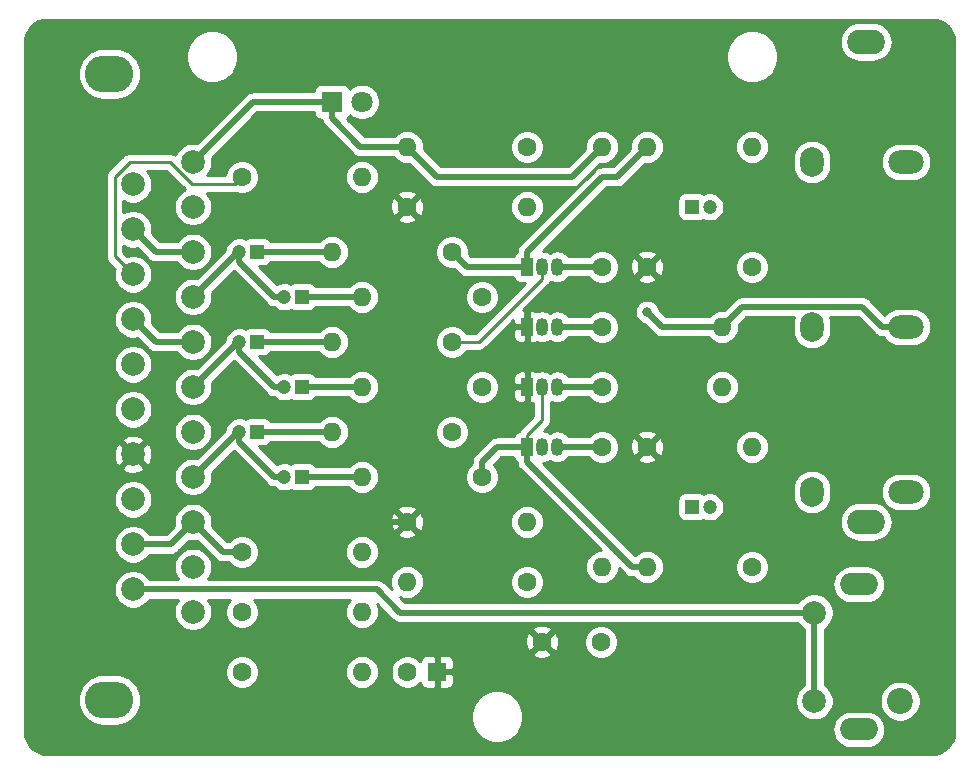
<source format=gbl>
G04 #@! TF.GenerationSoftware,KiCad,Pcbnew,(5.1.2-1)-1*
G04 #@! TF.CreationDate,2023-07-30T19:13:35+02:00*
G04 #@! TF.ProjectId,component,636f6d70-6f6e-4656-9e74-2e6b69636164,rev?*
G04 #@! TF.SameCoordinates,Original*
G04 #@! TF.FileFunction,Copper,L2,Bot*
G04 #@! TF.FilePolarity,Positive*
%FSLAX46Y46*%
G04 Gerber Fmt 4.6, Leading zero omitted, Abs format (unit mm)*
G04 Created by KiCad (PCBNEW (5.1.2-1)-1) date 2023-07-30 19:13:35*
%MOMM*%
%LPD*%
G04 APERTURE LIST*
%ADD10O,3.200000X1.900000*%
%ADD11C,2.000000*%
%ADD12C,2.200000*%
%ADD13O,1.600000X1.600000*%
%ADD14C,1.600000*%
%ADD15R,1.050000X1.500000*%
%ADD16O,1.050000X1.500000*%
%ADD17O,3.200000X2.100000*%
%ADD18O,2.998980X1.998980*%
%ADD19O,1.998980X2.498980*%
%ADD20O,4.100000X3.100000*%
%ADD21C,1.998980*%
%ADD22C,1.800000*%
%ADD23R,1.800000X1.800000*%
%ADD24R,1.600000X1.600000*%
%ADD25C,1.200000*%
%ADD26R,1.200000X1.200000*%
%ADD27C,0.800000*%
%ADD28C,0.500000*%
%ADD29C,0.250000*%
%ADD30C,0.254000*%
G04 APERTURE END LIST*
D10*
X114440000Y-101400000D03*
X114440000Y-89100000D03*
D11*
X110690000Y-99000000D03*
X110690000Y-91500000D03*
D12*
X117940000Y-99000000D03*
D13*
X72390000Y-54610000D03*
D14*
X62230000Y-54610000D03*
D13*
X72390000Y-96520000D03*
D14*
X62230000Y-96520000D03*
D13*
X72390000Y-91440000D03*
D14*
X62230000Y-91440000D03*
D13*
X72390000Y-86360000D03*
D14*
X62230000Y-86360000D03*
D13*
X105410000Y-77470000D03*
D14*
X105410000Y-87630000D03*
D13*
X72390000Y-64770000D03*
D14*
X82550000Y-64770000D03*
D13*
X72390000Y-72390000D03*
D14*
X82550000Y-72390000D03*
D13*
X72390000Y-80010000D03*
D14*
X82550000Y-80010000D03*
D13*
X102870000Y-72390000D03*
D14*
X92710000Y-72390000D03*
D13*
X96520000Y-87630000D03*
D14*
X96520000Y-77470000D03*
D13*
X92710000Y-87630000D03*
D14*
X92710000Y-77470000D03*
D13*
X76200000Y-88900000D03*
D14*
X86360000Y-88900000D03*
D13*
X86360000Y-83820000D03*
D14*
X76200000Y-83820000D03*
D13*
X105410000Y-52070000D03*
D14*
X105410000Y-62230000D03*
D13*
X69850000Y-76200000D03*
D14*
X80010000Y-76200000D03*
D13*
X69850000Y-68580000D03*
D14*
X80010000Y-68580000D03*
D13*
X69850000Y-60960000D03*
D14*
X80010000Y-60960000D03*
D13*
X102870000Y-67310000D03*
D14*
X92710000Y-67310000D03*
D13*
X96520000Y-52070000D03*
D14*
X96520000Y-62230000D03*
D13*
X92710000Y-52070000D03*
D14*
X92710000Y-62230000D03*
D13*
X76200000Y-52070000D03*
D14*
X86360000Y-52070000D03*
D13*
X86360000Y-57150000D03*
D14*
X76200000Y-57150000D03*
D15*
X86360000Y-72390000D03*
D16*
X88900000Y-72390000D03*
X87630000Y-72390000D03*
D15*
X86360000Y-77470000D03*
D16*
X88900000Y-77470000D03*
X87630000Y-77470000D03*
D15*
X86360000Y-67310000D03*
D16*
X88900000Y-67310000D03*
X87630000Y-67310000D03*
D15*
X86360000Y-62230000D03*
D16*
X88900000Y-62230000D03*
X87630000Y-62230000D03*
D17*
X115062000Y-83820000D03*
X115062000Y-43180000D03*
D18*
X118450360Y-81280000D03*
D19*
X110490000Y-81280000D03*
D18*
X118450360Y-67310000D03*
D19*
X110490000Y-67310000D03*
D18*
X118450360Y-53340000D03*
D19*
X110490000Y-53340000D03*
D20*
X51000660Y-45890180D03*
X51000660Y-98889820D03*
D21*
X58079640Y-53340000D03*
X52999640Y-55245000D03*
X58079640Y-57150000D03*
X52999640Y-59055000D03*
X58079640Y-60960000D03*
X52999640Y-62865000D03*
X58079640Y-64770000D03*
X52999640Y-66675000D03*
X58079640Y-68580000D03*
X52999640Y-70485000D03*
X58079640Y-72390000D03*
X52999640Y-74295000D03*
X58079640Y-76200000D03*
X52999640Y-78105000D03*
X58079640Y-80010000D03*
X52999640Y-81915000D03*
X58079640Y-83820000D03*
X52999640Y-85725000D03*
X58079640Y-87630000D03*
X52999640Y-89535000D03*
X58079640Y-91440000D03*
D22*
X72390000Y-48260000D03*
D23*
X69850000Y-48260000D03*
D14*
X92630000Y-93980000D03*
X87630000Y-93980000D03*
X76240000Y-96520000D03*
D24*
X78740000Y-96520000D03*
D25*
X101830000Y-82550000D03*
D26*
X100330000Y-82550000D03*
D25*
X65810000Y-64770000D03*
D26*
X67310000Y-64770000D03*
D25*
X65810000Y-72390000D03*
D26*
X67310000Y-72390000D03*
D25*
X65810000Y-80010000D03*
D26*
X67310000Y-80010000D03*
D25*
X101830000Y-57150000D03*
D26*
X100330000Y-57150000D03*
D25*
X62000000Y-76200000D03*
D26*
X63500000Y-76200000D03*
D25*
X62000000Y-68580000D03*
D26*
X63500000Y-68580000D03*
D25*
X62000000Y-60960000D03*
D26*
X63500000Y-60960000D03*
D27*
X96520000Y-66040000D03*
X82550000Y-74930000D03*
D28*
X61889640Y-60960000D02*
X62000000Y-60960000D01*
X58079640Y-64770000D02*
X61889640Y-60960000D01*
X64961472Y-64770000D02*
X65810000Y-64770000D01*
X62000000Y-61808528D02*
X64961472Y-64770000D01*
X62000000Y-60960000D02*
X62000000Y-61808528D01*
X63500000Y-60960000D02*
X69850000Y-60960000D01*
X61889640Y-68580000D02*
X62000000Y-68580000D01*
X58079640Y-72390000D02*
X61889640Y-68580000D01*
X64961472Y-72390000D02*
X65810000Y-72390000D01*
X62000000Y-69428528D02*
X64961472Y-72390000D01*
X62000000Y-68580000D02*
X62000000Y-69428528D01*
X63500000Y-68580000D02*
X69850000Y-68580000D01*
X61889640Y-76200000D02*
X62000000Y-76200000D01*
X58079640Y-80010000D02*
X61889640Y-76200000D01*
X64961472Y-80010000D02*
X65810000Y-80010000D01*
X62000000Y-77048528D02*
X64961472Y-80010000D01*
X62000000Y-76200000D02*
X62000000Y-77048528D01*
X63500000Y-76200000D02*
X69850000Y-76200000D01*
X88900000Y-67310000D02*
X92710000Y-67310000D01*
X67310000Y-80010000D02*
X72390000Y-80010000D01*
X67310000Y-72390000D02*
X72390000Y-72390000D01*
X67310000Y-64770000D02*
X72390000Y-64770000D01*
X88900000Y-72390000D02*
X92710000Y-72390000D01*
X54904640Y-68580000D02*
X58079640Y-68580000D01*
X52999640Y-66675000D02*
X54904640Y-68580000D01*
X56174640Y-85725000D02*
X52999640Y-85725000D01*
X58079640Y-83820000D02*
X56174640Y-85725000D01*
X75068630Y-52070000D02*
X76200000Y-52070000D01*
X72260000Y-52070000D02*
X75068630Y-52070000D01*
X69850000Y-49660000D02*
X72260000Y-52070000D01*
X69850000Y-48260000D02*
X69850000Y-49660000D01*
X76200000Y-52070000D02*
X78740000Y-54610000D01*
X78740000Y-54610000D02*
X90170000Y-54610000D01*
X90170000Y-54610000D02*
X92710000Y-52070000D01*
X97790000Y-67310000D02*
X96520000Y-66040000D01*
X102870000Y-67310000D02*
X97790000Y-67310000D01*
X60619640Y-86360000D02*
X62230000Y-86360000D01*
X58079640Y-83820000D02*
X60619640Y-86360000D01*
X58079640Y-53340000D02*
X63159640Y-48260000D01*
X63159640Y-48260000D02*
X69850000Y-48260000D01*
X54904640Y-60960000D02*
X58079640Y-60960000D01*
X52999640Y-59055000D02*
X54904640Y-60960000D01*
X116450870Y-67310000D02*
X118450360Y-67310000D01*
X114751370Y-65610500D02*
X116450870Y-67310000D01*
X104569500Y-65610500D02*
X114751370Y-65610500D01*
X102870000Y-67310000D02*
X104569500Y-65610500D01*
X96520000Y-62230000D02*
X93980000Y-64770000D01*
X86360000Y-66060000D02*
X86360000Y-67310000D01*
X87650000Y-64770000D02*
X86360000Y-66060000D01*
X93980000Y-64770000D02*
X87650000Y-64770000D01*
X56809640Y-81915000D02*
X52999640Y-78105000D01*
X60960000Y-83820000D02*
X59055000Y-81915000D01*
X59055000Y-81915000D02*
X56809640Y-81915000D01*
X76200000Y-83820000D02*
X60960000Y-83820000D01*
X82550000Y-74930000D02*
X85090000Y-72390000D01*
X85090000Y-72390000D02*
X86360000Y-72390000D01*
D29*
X61595000Y-55245000D02*
X62230000Y-54610000D01*
X58024392Y-55245000D02*
X61595000Y-55245000D01*
X56119392Y-53340000D02*
X58024392Y-55245000D01*
X52705000Y-53340000D02*
X56119392Y-53340000D01*
X51435000Y-54610000D02*
X52705000Y-53340000D01*
X51435000Y-61300360D02*
X51435000Y-54610000D01*
X52999640Y-62865000D02*
X51435000Y-61300360D01*
D28*
X52999640Y-89535000D02*
X73660000Y-89535000D01*
X75625000Y-91500000D02*
X110690000Y-91500000D01*
X73660000Y-89535000D02*
X75625000Y-91500000D01*
X110690000Y-91500000D02*
X110690000Y-99000000D01*
X81280000Y-62230000D02*
X80010000Y-60960000D01*
X86360000Y-62230000D02*
X81280000Y-62230000D01*
X86360000Y-60980000D02*
X92730000Y-54610000D01*
X86360000Y-62230000D02*
X86360000Y-60980000D01*
X93980000Y-54610000D02*
X96520000Y-52070000D01*
X92730000Y-54610000D02*
X93980000Y-54610000D01*
X88900000Y-62230000D02*
X92710000Y-62230000D01*
D29*
X87630000Y-63230000D02*
X87630000Y-62230000D01*
X82280000Y-68580000D02*
X87630000Y-63230000D01*
X80010000Y-68580000D02*
X82280000Y-68580000D01*
D28*
X82550000Y-80010000D02*
X82550000Y-78740000D01*
X83820000Y-77470000D02*
X86360000Y-77470000D01*
X82550000Y-78740000D02*
X83820000Y-77470000D01*
X95388630Y-87630000D02*
X96520000Y-87630000D01*
X95270000Y-87630000D02*
X95388630Y-87630000D01*
X86360000Y-78720000D02*
X95270000Y-87630000D01*
X86360000Y-77470000D02*
X86360000Y-78720000D01*
D29*
X86360000Y-76470000D02*
X87630000Y-75200000D01*
X86360000Y-77470000D02*
X86360000Y-76470000D01*
X87630000Y-75200000D02*
X87630000Y-72390000D01*
D28*
X88900000Y-77470000D02*
X92710000Y-77470000D01*
D30*
G36*
X121014545Y-41338909D02*
G01*
X121365208Y-41444780D01*
X121688625Y-41616744D01*
X121972484Y-41848254D01*
X122205965Y-42130486D01*
X122380183Y-42452695D01*
X122488502Y-42802614D01*
X122530000Y-43197443D01*
X122530001Y-101567711D01*
X122491091Y-101964545D01*
X122385220Y-102315206D01*
X122213257Y-102638623D01*
X121981748Y-102922482D01*
X121699514Y-103155965D01*
X121377304Y-103330184D01*
X121027385Y-103438502D01*
X120632557Y-103480000D01*
X45752279Y-103480000D01*
X45355455Y-103441091D01*
X45004794Y-103335220D01*
X44681377Y-103163257D01*
X44397518Y-102931748D01*
X44164035Y-102649514D01*
X43989816Y-102327304D01*
X43881498Y-101977385D01*
X43840000Y-101582557D01*
X43840000Y-98889820D01*
X48305088Y-98889820D01*
X48347275Y-99318155D01*
X48472216Y-99730029D01*
X48675109Y-100109614D01*
X48948156Y-100442324D01*
X49280866Y-100715371D01*
X49660451Y-100918264D01*
X50072325Y-101043205D01*
X50393320Y-101074820D01*
X51608000Y-101074820D01*
X51928995Y-101043205D01*
X52340869Y-100918264D01*
X52720454Y-100715371D01*
X53053164Y-100442324D01*
X53325999Y-100109872D01*
X81585000Y-100109872D01*
X81585000Y-100550128D01*
X81670890Y-100981925D01*
X81839369Y-101388669D01*
X82083962Y-101754729D01*
X82395271Y-102066038D01*
X82761331Y-102310631D01*
X83168075Y-102479110D01*
X83599872Y-102565000D01*
X84040128Y-102565000D01*
X84471925Y-102479110D01*
X84878669Y-102310631D01*
X85244729Y-102066038D01*
X85556038Y-101754729D01*
X85793059Y-101400000D01*
X112197331Y-101400000D01*
X112227934Y-101710714D01*
X112318566Y-102009488D01*
X112465744Y-102284839D01*
X112663813Y-102526187D01*
X112905161Y-102724256D01*
X113180512Y-102871434D01*
X113479286Y-102962066D01*
X113712136Y-102985000D01*
X115167864Y-102985000D01*
X115400714Y-102962066D01*
X115699488Y-102871434D01*
X115974839Y-102724256D01*
X116216187Y-102526187D01*
X116414256Y-102284839D01*
X116561434Y-102009488D01*
X116652066Y-101710714D01*
X116682669Y-101400000D01*
X116652066Y-101089286D01*
X116561434Y-100790512D01*
X116414256Y-100515161D01*
X116216187Y-100273813D01*
X115974839Y-100075744D01*
X115699488Y-99928566D01*
X115400714Y-99837934D01*
X115167864Y-99815000D01*
X113712136Y-99815000D01*
X113479286Y-99837934D01*
X113180512Y-99928566D01*
X112905161Y-100075744D01*
X112663813Y-100273813D01*
X112465744Y-100515161D01*
X112318566Y-100790512D01*
X112227934Y-101089286D01*
X112197331Y-101400000D01*
X85793059Y-101400000D01*
X85800631Y-101388669D01*
X85969110Y-100981925D01*
X86055000Y-100550128D01*
X86055000Y-100109872D01*
X85969110Y-99678075D01*
X85800631Y-99271331D01*
X85556038Y-98905271D01*
X85244729Y-98593962D01*
X84878669Y-98349369D01*
X84471925Y-98180890D01*
X84040128Y-98095000D01*
X83599872Y-98095000D01*
X83168075Y-98180890D01*
X82761331Y-98349369D01*
X82395271Y-98593962D01*
X82083962Y-98905271D01*
X81839369Y-99271331D01*
X81670890Y-99678075D01*
X81585000Y-100109872D01*
X53325999Y-100109872D01*
X53326211Y-100109614D01*
X53529104Y-99730029D01*
X53654045Y-99318155D01*
X53696232Y-98889820D01*
X53654045Y-98461485D01*
X53529104Y-98049611D01*
X53326211Y-97670026D01*
X53053164Y-97337316D01*
X52720454Y-97064269D01*
X52340869Y-96861376D01*
X51928995Y-96736435D01*
X51608000Y-96704820D01*
X50393320Y-96704820D01*
X50072325Y-96736435D01*
X49660451Y-96861376D01*
X49280866Y-97064269D01*
X48948156Y-97337316D01*
X48675109Y-97670026D01*
X48472216Y-98049611D01*
X48347275Y-98461485D01*
X48305088Y-98889820D01*
X43840000Y-98889820D01*
X43840000Y-96378665D01*
X60795000Y-96378665D01*
X60795000Y-96661335D01*
X60850147Y-96938574D01*
X60958320Y-97199727D01*
X61115363Y-97434759D01*
X61315241Y-97634637D01*
X61550273Y-97791680D01*
X61811426Y-97899853D01*
X62088665Y-97955000D01*
X62371335Y-97955000D01*
X62648574Y-97899853D01*
X62909727Y-97791680D01*
X63144759Y-97634637D01*
X63344637Y-97434759D01*
X63501680Y-97199727D01*
X63609853Y-96938574D01*
X63665000Y-96661335D01*
X63665000Y-96520000D01*
X70948057Y-96520000D01*
X70975764Y-96801309D01*
X71057818Y-97071808D01*
X71191068Y-97321101D01*
X71370392Y-97539608D01*
X71588899Y-97718932D01*
X71838192Y-97852182D01*
X72108691Y-97934236D01*
X72319508Y-97955000D01*
X72460492Y-97955000D01*
X72671309Y-97934236D01*
X72941808Y-97852182D01*
X73191101Y-97718932D01*
X73409608Y-97539608D01*
X73588932Y-97321101D01*
X73722182Y-97071808D01*
X73804236Y-96801309D01*
X73831943Y-96520000D01*
X73818023Y-96378665D01*
X74805000Y-96378665D01*
X74805000Y-96661335D01*
X74860147Y-96938574D01*
X74968320Y-97199727D01*
X75125363Y-97434759D01*
X75325241Y-97634637D01*
X75560273Y-97791680D01*
X75821426Y-97899853D01*
X76098665Y-97955000D01*
X76381335Y-97955000D01*
X76658574Y-97899853D01*
X76919727Y-97791680D01*
X77154759Y-97634637D01*
X77321339Y-97468057D01*
X77350498Y-97564180D01*
X77409463Y-97674494D01*
X77488815Y-97771185D01*
X77585506Y-97850537D01*
X77695820Y-97909502D01*
X77815518Y-97945812D01*
X77940000Y-97958072D01*
X78454250Y-97955000D01*
X78613000Y-97796250D01*
X78613000Y-96647000D01*
X78867000Y-96647000D01*
X78867000Y-97796250D01*
X79025750Y-97955000D01*
X79540000Y-97958072D01*
X79664482Y-97945812D01*
X79784180Y-97909502D01*
X79894494Y-97850537D01*
X79991185Y-97771185D01*
X80070537Y-97674494D01*
X80129502Y-97564180D01*
X80165812Y-97444482D01*
X80178072Y-97320000D01*
X80175000Y-96805750D01*
X80016250Y-96647000D01*
X78867000Y-96647000D01*
X78613000Y-96647000D01*
X78593000Y-96647000D01*
X78593000Y-96393000D01*
X78613000Y-96393000D01*
X78613000Y-95243750D01*
X78867000Y-95243750D01*
X78867000Y-96393000D01*
X80016250Y-96393000D01*
X80175000Y-96234250D01*
X80178072Y-95720000D01*
X80165812Y-95595518D01*
X80129502Y-95475820D01*
X80070537Y-95365506D01*
X79991185Y-95268815D01*
X79894494Y-95189463D01*
X79784180Y-95130498D01*
X79664482Y-95094188D01*
X79540000Y-95081928D01*
X79025750Y-95085000D01*
X78867000Y-95243750D01*
X78613000Y-95243750D01*
X78454250Y-95085000D01*
X77940000Y-95081928D01*
X77815518Y-95094188D01*
X77695820Y-95130498D01*
X77585506Y-95189463D01*
X77488815Y-95268815D01*
X77409463Y-95365506D01*
X77350498Y-95475820D01*
X77321339Y-95571943D01*
X77154759Y-95405363D01*
X76919727Y-95248320D01*
X76658574Y-95140147D01*
X76381335Y-95085000D01*
X76098665Y-95085000D01*
X75821426Y-95140147D01*
X75560273Y-95248320D01*
X75325241Y-95405363D01*
X75125363Y-95605241D01*
X74968320Y-95840273D01*
X74860147Y-96101426D01*
X74805000Y-96378665D01*
X73818023Y-96378665D01*
X73804236Y-96238691D01*
X73722182Y-95968192D01*
X73588932Y-95718899D01*
X73409608Y-95500392D01*
X73191101Y-95321068D01*
X72941808Y-95187818D01*
X72671309Y-95105764D01*
X72460492Y-95085000D01*
X72319508Y-95085000D01*
X72108691Y-95105764D01*
X71838192Y-95187818D01*
X71588899Y-95321068D01*
X71370392Y-95500392D01*
X71191068Y-95718899D01*
X71057818Y-95968192D01*
X70975764Y-96238691D01*
X70948057Y-96520000D01*
X63665000Y-96520000D01*
X63665000Y-96378665D01*
X63609853Y-96101426D01*
X63501680Y-95840273D01*
X63344637Y-95605241D01*
X63144759Y-95405363D01*
X62909727Y-95248320D01*
X62648574Y-95140147D01*
X62371335Y-95085000D01*
X62088665Y-95085000D01*
X61811426Y-95140147D01*
X61550273Y-95248320D01*
X61315241Y-95405363D01*
X61115363Y-95605241D01*
X60958320Y-95840273D01*
X60850147Y-96101426D01*
X60795000Y-96378665D01*
X43840000Y-96378665D01*
X43840000Y-94972702D01*
X86816903Y-94972702D01*
X86888486Y-95216671D01*
X87143996Y-95337571D01*
X87418184Y-95406300D01*
X87700512Y-95420217D01*
X87980130Y-95378787D01*
X88246292Y-95283603D01*
X88371514Y-95216671D01*
X88443097Y-94972702D01*
X87630000Y-94159605D01*
X86816903Y-94972702D01*
X43840000Y-94972702D01*
X43840000Y-94050512D01*
X86189783Y-94050512D01*
X86231213Y-94330130D01*
X86326397Y-94596292D01*
X86393329Y-94721514D01*
X86637298Y-94793097D01*
X87450395Y-93980000D01*
X87809605Y-93980000D01*
X88622702Y-94793097D01*
X88866671Y-94721514D01*
X88987571Y-94466004D01*
X89056300Y-94191816D01*
X89070217Y-93909488D01*
X89059724Y-93838665D01*
X91195000Y-93838665D01*
X91195000Y-94121335D01*
X91250147Y-94398574D01*
X91358320Y-94659727D01*
X91515363Y-94894759D01*
X91715241Y-95094637D01*
X91950273Y-95251680D01*
X92211426Y-95359853D01*
X92488665Y-95415000D01*
X92771335Y-95415000D01*
X93048574Y-95359853D01*
X93309727Y-95251680D01*
X93544759Y-95094637D01*
X93744637Y-94894759D01*
X93901680Y-94659727D01*
X94009853Y-94398574D01*
X94065000Y-94121335D01*
X94065000Y-93838665D01*
X94009853Y-93561426D01*
X93901680Y-93300273D01*
X93744637Y-93065241D01*
X93544759Y-92865363D01*
X93309727Y-92708320D01*
X93048574Y-92600147D01*
X92771335Y-92545000D01*
X92488665Y-92545000D01*
X92211426Y-92600147D01*
X91950273Y-92708320D01*
X91715241Y-92865363D01*
X91515363Y-93065241D01*
X91358320Y-93300273D01*
X91250147Y-93561426D01*
X91195000Y-93838665D01*
X89059724Y-93838665D01*
X89028787Y-93629870D01*
X88933603Y-93363708D01*
X88866671Y-93238486D01*
X88622702Y-93166903D01*
X87809605Y-93980000D01*
X87450395Y-93980000D01*
X86637298Y-93166903D01*
X86393329Y-93238486D01*
X86272429Y-93493996D01*
X86203700Y-93768184D01*
X86189783Y-94050512D01*
X43840000Y-94050512D01*
X43840000Y-89374017D01*
X51365150Y-89374017D01*
X51365150Y-89695983D01*
X51427962Y-90011763D01*
X51551173Y-90309222D01*
X51730048Y-90576927D01*
X51957713Y-90804592D01*
X52225418Y-90983467D01*
X52522877Y-91106678D01*
X52838657Y-91169490D01*
X53160623Y-91169490D01*
X53476403Y-91106678D01*
X53773862Y-90983467D01*
X54041567Y-90804592D01*
X54269232Y-90576927D01*
X54374087Y-90420000D01*
X56795397Y-90420000D01*
X56631173Y-90665778D01*
X56507962Y-90963237D01*
X56445150Y-91279017D01*
X56445150Y-91600983D01*
X56507962Y-91916763D01*
X56631173Y-92214222D01*
X56810048Y-92481927D01*
X57037713Y-92709592D01*
X57305418Y-92888467D01*
X57602877Y-93011678D01*
X57918657Y-93074490D01*
X58240623Y-93074490D01*
X58556403Y-93011678D01*
X58615261Y-92987298D01*
X86816903Y-92987298D01*
X87630000Y-93800395D01*
X88443097Y-92987298D01*
X88371514Y-92743329D01*
X88116004Y-92622429D01*
X87841816Y-92553700D01*
X87559488Y-92539783D01*
X87279870Y-92581213D01*
X87013708Y-92676397D01*
X86888486Y-92743329D01*
X86816903Y-92987298D01*
X58615261Y-92987298D01*
X58853862Y-92888467D01*
X59121567Y-92709592D01*
X59349232Y-92481927D01*
X59528107Y-92214222D01*
X59651318Y-91916763D01*
X59714130Y-91600983D01*
X59714130Y-91279017D01*
X59651318Y-90963237D01*
X59528107Y-90665778D01*
X59363883Y-90420000D01*
X61220604Y-90420000D01*
X61115363Y-90525241D01*
X60958320Y-90760273D01*
X60850147Y-91021426D01*
X60795000Y-91298665D01*
X60795000Y-91581335D01*
X60850147Y-91858574D01*
X60958320Y-92119727D01*
X61115363Y-92354759D01*
X61315241Y-92554637D01*
X61550273Y-92711680D01*
X61811426Y-92819853D01*
X62088665Y-92875000D01*
X62371335Y-92875000D01*
X62648574Y-92819853D01*
X62909727Y-92711680D01*
X63144759Y-92554637D01*
X63344637Y-92354759D01*
X63501680Y-92119727D01*
X63609853Y-91858574D01*
X63665000Y-91581335D01*
X63665000Y-91298665D01*
X63609853Y-91021426D01*
X63501680Y-90760273D01*
X63344637Y-90525241D01*
X63239396Y-90420000D01*
X71370870Y-90420000D01*
X71370392Y-90420392D01*
X71191068Y-90638899D01*
X71057818Y-90888192D01*
X70975764Y-91158691D01*
X70948057Y-91440000D01*
X70975764Y-91721309D01*
X71057818Y-91991808D01*
X71191068Y-92241101D01*
X71370392Y-92459608D01*
X71588899Y-92638932D01*
X71838192Y-92772182D01*
X72108691Y-92854236D01*
X72319508Y-92875000D01*
X72460492Y-92875000D01*
X72671309Y-92854236D01*
X72941808Y-92772182D01*
X73191101Y-92638932D01*
X73409608Y-92459608D01*
X73588932Y-92241101D01*
X73722182Y-91991808D01*
X73804236Y-91721309D01*
X73831943Y-91440000D01*
X73804236Y-91158691D01*
X73722182Y-90888192D01*
X73676903Y-90803482D01*
X74968470Y-92095049D01*
X74996183Y-92128817D01*
X75029951Y-92156530D01*
X75029953Y-92156532D01*
X75130941Y-92239411D01*
X75284686Y-92321589D01*
X75394032Y-92354759D01*
X75451510Y-92372195D01*
X75581523Y-92385000D01*
X75581531Y-92385000D01*
X75625000Y-92389281D01*
X75668469Y-92385000D01*
X109314941Y-92385000D01*
X109420013Y-92542252D01*
X109647748Y-92769987D01*
X109805000Y-92875060D01*
X109805001Y-97624940D01*
X109647748Y-97730013D01*
X109420013Y-97957748D01*
X109241082Y-98225537D01*
X109117832Y-98523088D01*
X109055000Y-98838967D01*
X109055000Y-99161033D01*
X109117832Y-99476912D01*
X109241082Y-99774463D01*
X109420013Y-100042252D01*
X109647748Y-100269987D01*
X109915537Y-100448918D01*
X110213088Y-100572168D01*
X110528967Y-100635000D01*
X110851033Y-100635000D01*
X111166912Y-100572168D01*
X111464463Y-100448918D01*
X111732252Y-100269987D01*
X111959987Y-100042252D01*
X112138918Y-99774463D01*
X112262168Y-99476912D01*
X112325000Y-99161033D01*
X112325000Y-98838967D01*
X112323041Y-98829117D01*
X116205000Y-98829117D01*
X116205000Y-99170883D01*
X116271675Y-99506081D01*
X116402463Y-99821831D01*
X116592337Y-100105998D01*
X116834002Y-100347663D01*
X117118169Y-100537537D01*
X117433919Y-100668325D01*
X117769117Y-100735000D01*
X118110883Y-100735000D01*
X118446081Y-100668325D01*
X118761831Y-100537537D01*
X119045998Y-100347663D01*
X119287663Y-100105998D01*
X119477537Y-99821831D01*
X119608325Y-99506081D01*
X119675000Y-99170883D01*
X119675000Y-98829117D01*
X119608325Y-98493919D01*
X119477537Y-98178169D01*
X119287663Y-97894002D01*
X119045998Y-97652337D01*
X118761831Y-97462463D01*
X118446081Y-97331675D01*
X118110883Y-97265000D01*
X117769117Y-97265000D01*
X117433919Y-97331675D01*
X117118169Y-97462463D01*
X116834002Y-97652337D01*
X116592337Y-97894002D01*
X116402463Y-98178169D01*
X116271675Y-98493919D01*
X116205000Y-98829117D01*
X112323041Y-98829117D01*
X112262168Y-98523088D01*
X112138918Y-98225537D01*
X111959987Y-97957748D01*
X111732252Y-97730013D01*
X111575000Y-97624941D01*
X111575000Y-92875059D01*
X111732252Y-92769987D01*
X111959987Y-92542252D01*
X112138918Y-92274463D01*
X112262168Y-91976912D01*
X112325000Y-91661033D01*
X112325000Y-91338967D01*
X112262168Y-91023088D01*
X112138918Y-90725537D01*
X111959987Y-90457748D01*
X111732252Y-90230013D01*
X111464463Y-90051082D01*
X111166912Y-89927832D01*
X110851033Y-89865000D01*
X110528967Y-89865000D01*
X110213088Y-89927832D01*
X109915537Y-90051082D01*
X109647748Y-90230013D01*
X109420013Y-90457748D01*
X109314941Y-90615000D01*
X75991579Y-90615000D01*
X75563482Y-90186904D01*
X75648192Y-90232182D01*
X75918691Y-90314236D01*
X76129508Y-90335000D01*
X76270492Y-90335000D01*
X76481309Y-90314236D01*
X76751808Y-90232182D01*
X77001101Y-90098932D01*
X77219608Y-89919608D01*
X77398932Y-89701101D01*
X77532182Y-89451808D01*
X77614236Y-89181309D01*
X77641943Y-88900000D01*
X77628023Y-88758665D01*
X84925000Y-88758665D01*
X84925000Y-89041335D01*
X84980147Y-89318574D01*
X85088320Y-89579727D01*
X85245363Y-89814759D01*
X85445241Y-90014637D01*
X85680273Y-90171680D01*
X85941426Y-90279853D01*
X86218665Y-90335000D01*
X86501335Y-90335000D01*
X86778574Y-90279853D01*
X87039727Y-90171680D01*
X87274759Y-90014637D01*
X87474637Y-89814759D01*
X87631680Y-89579727D01*
X87739853Y-89318574D01*
X87783330Y-89100000D01*
X112197331Y-89100000D01*
X112227934Y-89410714D01*
X112318566Y-89709488D01*
X112465744Y-89984839D01*
X112663813Y-90226187D01*
X112905161Y-90424256D01*
X113180512Y-90571434D01*
X113479286Y-90662066D01*
X113712136Y-90685000D01*
X115167864Y-90685000D01*
X115400714Y-90662066D01*
X115699488Y-90571434D01*
X115974839Y-90424256D01*
X116216187Y-90226187D01*
X116414256Y-89984839D01*
X116561434Y-89709488D01*
X116652066Y-89410714D01*
X116682669Y-89100000D01*
X116652066Y-88789286D01*
X116561434Y-88490512D01*
X116414256Y-88215161D01*
X116216187Y-87973813D01*
X115974839Y-87775744D01*
X115699488Y-87628566D01*
X115400714Y-87537934D01*
X115167864Y-87515000D01*
X113712136Y-87515000D01*
X113479286Y-87537934D01*
X113180512Y-87628566D01*
X112905161Y-87775744D01*
X112663813Y-87973813D01*
X112465744Y-88215161D01*
X112318566Y-88490512D01*
X112227934Y-88789286D01*
X112197331Y-89100000D01*
X87783330Y-89100000D01*
X87795000Y-89041335D01*
X87795000Y-88758665D01*
X87739853Y-88481426D01*
X87631680Y-88220273D01*
X87474637Y-87985241D01*
X87274759Y-87785363D01*
X87039727Y-87628320D01*
X86778574Y-87520147D01*
X86501335Y-87465000D01*
X86218665Y-87465000D01*
X85941426Y-87520147D01*
X85680273Y-87628320D01*
X85445241Y-87785363D01*
X85245363Y-87985241D01*
X85088320Y-88220273D01*
X84980147Y-88481426D01*
X84925000Y-88758665D01*
X77628023Y-88758665D01*
X77614236Y-88618691D01*
X77532182Y-88348192D01*
X77398932Y-88098899D01*
X77219608Y-87880392D01*
X77001101Y-87701068D01*
X76751808Y-87567818D01*
X76481309Y-87485764D01*
X76270492Y-87465000D01*
X76129508Y-87465000D01*
X75918691Y-87485764D01*
X75648192Y-87567818D01*
X75398899Y-87701068D01*
X75180392Y-87880392D01*
X75001068Y-88098899D01*
X74867818Y-88348192D01*
X74785764Y-88618691D01*
X74758057Y-88900000D01*
X74785764Y-89181309D01*
X74867818Y-89451808D01*
X74913097Y-89536518D01*
X74316534Y-88939956D01*
X74288817Y-88906183D01*
X74154059Y-88795589D01*
X74000313Y-88713411D01*
X73833490Y-88662805D01*
X73703477Y-88650000D01*
X73703469Y-88650000D01*
X73660000Y-88645719D01*
X73616531Y-88650000D01*
X59363883Y-88650000D01*
X59528107Y-88404222D01*
X59651318Y-88106763D01*
X59714130Y-87790983D01*
X59714130Y-87469017D01*
X59651318Y-87153237D01*
X59528107Y-86855778D01*
X59349232Y-86588073D01*
X59121567Y-86360408D01*
X58853862Y-86181533D01*
X58556403Y-86058322D01*
X58240623Y-85995510D01*
X57918657Y-85995510D01*
X57602877Y-86058322D01*
X57305418Y-86181533D01*
X57037713Y-86360408D01*
X56810048Y-86588073D01*
X56631173Y-86855778D01*
X56507962Y-87153237D01*
X56445150Y-87469017D01*
X56445150Y-87790983D01*
X56507962Y-88106763D01*
X56631173Y-88404222D01*
X56795397Y-88650000D01*
X54374087Y-88650000D01*
X54269232Y-88493073D01*
X54041567Y-88265408D01*
X53773862Y-88086533D01*
X53476403Y-87963322D01*
X53160623Y-87900510D01*
X52838657Y-87900510D01*
X52522877Y-87963322D01*
X52225418Y-88086533D01*
X51957713Y-88265408D01*
X51730048Y-88493073D01*
X51551173Y-88760778D01*
X51427962Y-89058237D01*
X51365150Y-89374017D01*
X43840000Y-89374017D01*
X43840000Y-85564017D01*
X51365150Y-85564017D01*
X51365150Y-85885983D01*
X51427962Y-86201763D01*
X51551173Y-86499222D01*
X51730048Y-86766927D01*
X51957713Y-86994592D01*
X52225418Y-87173467D01*
X52522877Y-87296678D01*
X52838657Y-87359490D01*
X53160623Y-87359490D01*
X53476403Y-87296678D01*
X53773862Y-87173467D01*
X54041567Y-86994592D01*
X54269232Y-86766927D01*
X54374087Y-86610000D01*
X56131171Y-86610000D01*
X56174640Y-86614281D01*
X56218109Y-86610000D01*
X56218117Y-86610000D01*
X56348130Y-86597195D01*
X56514953Y-86546589D01*
X56668699Y-86464411D01*
X56803457Y-86353817D01*
X56831174Y-86320044D01*
X57733549Y-85417670D01*
X57918657Y-85454490D01*
X58240623Y-85454490D01*
X58425732Y-85417670D01*
X59963110Y-86955049D01*
X59990823Y-86988817D01*
X60024591Y-87016530D01*
X60024593Y-87016532D01*
X60047039Y-87034953D01*
X60125581Y-87099411D01*
X60279327Y-87181589D01*
X60446150Y-87232195D01*
X60576163Y-87245000D01*
X60576173Y-87245000D01*
X60619639Y-87249281D01*
X60663105Y-87245000D01*
X61095479Y-87245000D01*
X61115363Y-87274759D01*
X61315241Y-87474637D01*
X61550273Y-87631680D01*
X61811426Y-87739853D01*
X62088665Y-87795000D01*
X62371335Y-87795000D01*
X62648574Y-87739853D01*
X62909727Y-87631680D01*
X63144759Y-87474637D01*
X63344637Y-87274759D01*
X63501680Y-87039727D01*
X63609853Y-86778574D01*
X63665000Y-86501335D01*
X63665000Y-86360000D01*
X70948057Y-86360000D01*
X70975764Y-86641309D01*
X71057818Y-86911808D01*
X71191068Y-87161101D01*
X71370392Y-87379608D01*
X71588899Y-87558932D01*
X71838192Y-87692182D01*
X72108691Y-87774236D01*
X72319508Y-87795000D01*
X72460492Y-87795000D01*
X72671309Y-87774236D01*
X72941808Y-87692182D01*
X73191101Y-87558932D01*
X73409608Y-87379608D01*
X73588932Y-87161101D01*
X73722182Y-86911808D01*
X73804236Y-86641309D01*
X73831943Y-86360000D01*
X73804236Y-86078691D01*
X73722182Y-85808192D01*
X73588932Y-85558899D01*
X73409608Y-85340392D01*
X73191101Y-85161068D01*
X72941808Y-85027818D01*
X72671309Y-84945764D01*
X72460492Y-84925000D01*
X72319508Y-84925000D01*
X72108691Y-84945764D01*
X71838192Y-85027818D01*
X71588899Y-85161068D01*
X71370392Y-85340392D01*
X71191068Y-85558899D01*
X71057818Y-85808192D01*
X70975764Y-86078691D01*
X70948057Y-86360000D01*
X63665000Y-86360000D01*
X63665000Y-86218665D01*
X63609853Y-85941426D01*
X63501680Y-85680273D01*
X63344637Y-85445241D01*
X63144759Y-85245363D01*
X62909727Y-85088320D01*
X62648574Y-84980147D01*
X62371335Y-84925000D01*
X62088665Y-84925000D01*
X61811426Y-84980147D01*
X61550273Y-85088320D01*
X61315241Y-85245363D01*
X61115363Y-85445241D01*
X61095479Y-85475000D01*
X60986219Y-85475000D01*
X60323921Y-84812702D01*
X75386903Y-84812702D01*
X75458486Y-85056671D01*
X75713996Y-85177571D01*
X75988184Y-85246300D01*
X76270512Y-85260217D01*
X76550130Y-85218787D01*
X76816292Y-85123603D01*
X76941514Y-85056671D01*
X77013097Y-84812702D01*
X76200000Y-83999605D01*
X75386903Y-84812702D01*
X60323921Y-84812702D01*
X59677310Y-84166092D01*
X59714130Y-83980983D01*
X59714130Y-83890512D01*
X74759783Y-83890512D01*
X74801213Y-84170130D01*
X74896397Y-84436292D01*
X74963329Y-84561514D01*
X75207298Y-84633097D01*
X76020395Y-83820000D01*
X76379605Y-83820000D01*
X77192702Y-84633097D01*
X77436671Y-84561514D01*
X77557571Y-84306004D01*
X77626300Y-84031816D01*
X77636741Y-83820000D01*
X84918057Y-83820000D01*
X84945764Y-84101309D01*
X85027818Y-84371808D01*
X85161068Y-84621101D01*
X85340392Y-84839608D01*
X85558899Y-85018932D01*
X85808192Y-85152182D01*
X86078691Y-85234236D01*
X86289508Y-85255000D01*
X86430492Y-85255000D01*
X86641309Y-85234236D01*
X86911808Y-85152182D01*
X87161101Y-85018932D01*
X87379608Y-84839608D01*
X87558932Y-84621101D01*
X87692182Y-84371808D01*
X87774236Y-84101309D01*
X87801943Y-83820000D01*
X87774236Y-83538691D01*
X87692182Y-83268192D01*
X87558932Y-83018899D01*
X87379608Y-82800392D01*
X87161101Y-82621068D01*
X86911808Y-82487818D01*
X86641309Y-82405764D01*
X86430492Y-82385000D01*
X86289508Y-82385000D01*
X86078691Y-82405764D01*
X85808192Y-82487818D01*
X85558899Y-82621068D01*
X85340392Y-82800392D01*
X85161068Y-83018899D01*
X85027818Y-83268192D01*
X84945764Y-83538691D01*
X84918057Y-83820000D01*
X77636741Y-83820000D01*
X77640217Y-83749488D01*
X77598787Y-83469870D01*
X77503603Y-83203708D01*
X77436671Y-83078486D01*
X77192702Y-83006903D01*
X76379605Y-83820000D01*
X76020395Y-83820000D01*
X75207298Y-83006903D01*
X74963329Y-83078486D01*
X74842429Y-83333996D01*
X74773700Y-83608184D01*
X74759783Y-83890512D01*
X59714130Y-83890512D01*
X59714130Y-83659017D01*
X59651318Y-83343237D01*
X59528107Y-83045778D01*
X59382124Y-82827298D01*
X75386903Y-82827298D01*
X76200000Y-83640395D01*
X77013097Y-82827298D01*
X76941514Y-82583329D01*
X76686004Y-82462429D01*
X76411816Y-82393700D01*
X76129488Y-82379783D01*
X75849870Y-82421213D01*
X75583708Y-82516397D01*
X75458486Y-82583329D01*
X75386903Y-82827298D01*
X59382124Y-82827298D01*
X59349232Y-82778073D01*
X59121567Y-82550408D01*
X58853862Y-82371533D01*
X58556403Y-82248322D01*
X58240623Y-82185510D01*
X57918657Y-82185510D01*
X57602877Y-82248322D01*
X57305418Y-82371533D01*
X57037713Y-82550408D01*
X56810048Y-82778073D01*
X56631173Y-83045778D01*
X56507962Y-83343237D01*
X56445150Y-83659017D01*
X56445150Y-83980983D01*
X56481970Y-84166091D01*
X55808062Y-84840000D01*
X54374087Y-84840000D01*
X54269232Y-84683073D01*
X54041567Y-84455408D01*
X53773862Y-84276533D01*
X53476403Y-84153322D01*
X53160623Y-84090510D01*
X52838657Y-84090510D01*
X52522877Y-84153322D01*
X52225418Y-84276533D01*
X51957713Y-84455408D01*
X51730048Y-84683073D01*
X51551173Y-84950778D01*
X51427962Y-85248237D01*
X51365150Y-85564017D01*
X43840000Y-85564017D01*
X43840000Y-81754017D01*
X51365150Y-81754017D01*
X51365150Y-82075983D01*
X51427962Y-82391763D01*
X51551173Y-82689222D01*
X51730048Y-82956927D01*
X51957713Y-83184592D01*
X52225418Y-83363467D01*
X52522877Y-83486678D01*
X52838657Y-83549490D01*
X53160623Y-83549490D01*
X53476403Y-83486678D01*
X53773862Y-83363467D01*
X54041567Y-83184592D01*
X54269232Y-82956927D01*
X54448107Y-82689222D01*
X54571318Y-82391763D01*
X54634130Y-82075983D01*
X54634130Y-81754017D01*
X54571318Y-81438237D01*
X54448107Y-81140778D01*
X54269232Y-80873073D01*
X54041567Y-80645408D01*
X53773862Y-80466533D01*
X53476403Y-80343322D01*
X53160623Y-80280510D01*
X52838657Y-80280510D01*
X52522877Y-80343322D01*
X52225418Y-80466533D01*
X51957713Y-80645408D01*
X51730048Y-80873073D01*
X51551173Y-81140778D01*
X51427962Y-81438237D01*
X51365150Y-81754017D01*
X43840000Y-81754017D01*
X43840000Y-79849017D01*
X56445150Y-79849017D01*
X56445150Y-80170983D01*
X56507962Y-80486763D01*
X56631173Y-80784222D01*
X56810048Y-81051927D01*
X57037713Y-81279592D01*
X57305418Y-81458467D01*
X57602877Y-81581678D01*
X57918657Y-81644490D01*
X58240623Y-81644490D01*
X58556403Y-81581678D01*
X58853862Y-81458467D01*
X59121567Y-81279592D01*
X59349232Y-81051927D01*
X59528107Y-80784222D01*
X59651318Y-80486763D01*
X59714130Y-80170983D01*
X59714130Y-79849017D01*
X59677310Y-79663908D01*
X61520556Y-77820662D01*
X64304942Y-80605049D01*
X64332655Y-80638817D01*
X64366423Y-80666530D01*
X64366425Y-80666532D01*
X64394688Y-80689727D01*
X64467413Y-80749411D01*
X64621159Y-80831589D01*
X64787982Y-80882195D01*
X64917995Y-80895000D01*
X64918003Y-80895000D01*
X64951772Y-80898326D01*
X65022733Y-80969287D01*
X65225008Y-81104443D01*
X65449764Y-81197540D01*
X65688363Y-81245000D01*
X65931637Y-81245000D01*
X66170236Y-81197540D01*
X66339522Y-81127419D01*
X66355506Y-81140537D01*
X66465820Y-81199502D01*
X66585518Y-81235812D01*
X66710000Y-81248072D01*
X67910000Y-81248072D01*
X68034482Y-81235812D01*
X68154180Y-81199502D01*
X68264494Y-81140537D01*
X68361185Y-81061185D01*
X68440537Y-80964494D01*
X68477683Y-80895000D01*
X71259922Y-80895000D01*
X71370392Y-81029608D01*
X71588899Y-81208932D01*
X71838192Y-81342182D01*
X72108691Y-81424236D01*
X72319508Y-81445000D01*
X72460492Y-81445000D01*
X72671309Y-81424236D01*
X72941808Y-81342182D01*
X73191101Y-81208932D01*
X73409608Y-81029608D01*
X73588932Y-80811101D01*
X73722182Y-80561808D01*
X73804236Y-80291309D01*
X73831943Y-80010000D01*
X73818023Y-79868665D01*
X81115000Y-79868665D01*
X81115000Y-80151335D01*
X81170147Y-80428574D01*
X81278320Y-80689727D01*
X81435363Y-80924759D01*
X81635241Y-81124637D01*
X81870273Y-81281680D01*
X82131426Y-81389853D01*
X82408665Y-81445000D01*
X82691335Y-81445000D01*
X82968574Y-81389853D01*
X83229727Y-81281680D01*
X83464759Y-81124637D01*
X83664637Y-80924759D01*
X83821680Y-80689727D01*
X83929853Y-80428574D01*
X83985000Y-80151335D01*
X83985000Y-79868665D01*
X83929853Y-79591426D01*
X83821680Y-79330273D01*
X83664637Y-79095241D01*
X83555487Y-78986091D01*
X84186579Y-78355000D01*
X85212379Y-78355000D01*
X85245498Y-78464180D01*
X85304463Y-78574494D01*
X85383815Y-78671185D01*
X85473130Y-78744484D01*
X85487805Y-78893490D01*
X85538412Y-79060313D01*
X85620590Y-79214059D01*
X85703468Y-79315046D01*
X85703471Y-79315049D01*
X85731184Y-79348817D01*
X85764952Y-79376530D01*
X92588450Y-86200029D01*
X92428691Y-86215764D01*
X92158192Y-86297818D01*
X91908899Y-86431068D01*
X91690392Y-86610392D01*
X91511068Y-86828899D01*
X91377818Y-87078192D01*
X91295764Y-87348691D01*
X91268057Y-87630000D01*
X91295764Y-87911309D01*
X91377818Y-88181808D01*
X91511068Y-88431101D01*
X91690392Y-88649608D01*
X91908899Y-88828932D01*
X92158192Y-88962182D01*
X92428691Y-89044236D01*
X92639508Y-89065000D01*
X92780492Y-89065000D01*
X92991309Y-89044236D01*
X93261808Y-88962182D01*
X93511101Y-88828932D01*
X93729608Y-88649608D01*
X93908932Y-88431101D01*
X94042182Y-88181808D01*
X94124236Y-87911309D01*
X94139971Y-87751550D01*
X94613470Y-88225049D01*
X94641183Y-88258817D01*
X94674951Y-88286530D01*
X94674953Y-88286532D01*
X94703216Y-88309727D01*
X94775941Y-88369411D01*
X94929687Y-88451589D01*
X95096510Y-88502195D01*
X95226523Y-88515000D01*
X95226531Y-88515000D01*
X95270000Y-88519281D01*
X95313469Y-88515000D01*
X95389922Y-88515000D01*
X95500392Y-88649608D01*
X95718899Y-88828932D01*
X95968192Y-88962182D01*
X96238691Y-89044236D01*
X96449508Y-89065000D01*
X96590492Y-89065000D01*
X96801309Y-89044236D01*
X97071808Y-88962182D01*
X97321101Y-88828932D01*
X97539608Y-88649608D01*
X97718932Y-88431101D01*
X97852182Y-88181808D01*
X97934236Y-87911309D01*
X97961943Y-87630000D01*
X97948023Y-87488665D01*
X103975000Y-87488665D01*
X103975000Y-87771335D01*
X104030147Y-88048574D01*
X104138320Y-88309727D01*
X104295363Y-88544759D01*
X104495241Y-88744637D01*
X104730273Y-88901680D01*
X104991426Y-89009853D01*
X105268665Y-89065000D01*
X105551335Y-89065000D01*
X105828574Y-89009853D01*
X106089727Y-88901680D01*
X106324759Y-88744637D01*
X106524637Y-88544759D01*
X106681680Y-88309727D01*
X106789853Y-88048574D01*
X106845000Y-87771335D01*
X106845000Y-87488665D01*
X106789853Y-87211426D01*
X106681680Y-86950273D01*
X106524637Y-86715241D01*
X106324759Y-86515363D01*
X106089727Y-86358320D01*
X105828574Y-86250147D01*
X105551335Y-86195000D01*
X105268665Y-86195000D01*
X104991426Y-86250147D01*
X104730273Y-86358320D01*
X104495241Y-86515363D01*
X104295363Y-86715241D01*
X104138320Y-86950273D01*
X104030147Y-87211426D01*
X103975000Y-87488665D01*
X97948023Y-87488665D01*
X97934236Y-87348691D01*
X97852182Y-87078192D01*
X97718932Y-86828899D01*
X97539608Y-86610392D01*
X97321101Y-86431068D01*
X97071808Y-86297818D01*
X96801309Y-86215764D01*
X96590492Y-86195000D01*
X96449508Y-86195000D01*
X96238691Y-86215764D01*
X95968192Y-86297818D01*
X95718899Y-86431068D01*
X95501259Y-86609680D01*
X92711579Y-83820000D01*
X112818848Y-83820000D01*
X112851381Y-84150318D01*
X112947732Y-84467941D01*
X113104196Y-84760665D01*
X113314761Y-85017239D01*
X113571335Y-85227804D01*
X113864059Y-85384268D01*
X114181682Y-85480619D01*
X114429230Y-85505000D01*
X115694770Y-85505000D01*
X115942318Y-85480619D01*
X116259941Y-85384268D01*
X116552665Y-85227804D01*
X116809239Y-85017239D01*
X117019804Y-84760665D01*
X117176268Y-84467941D01*
X117272619Y-84150318D01*
X117305152Y-83820000D01*
X117272619Y-83489682D01*
X117176268Y-83172059D01*
X117019804Y-82879335D01*
X116809239Y-82622761D01*
X116552665Y-82412196D01*
X116259941Y-82255732D01*
X115942318Y-82159381D01*
X115694770Y-82135000D01*
X114429230Y-82135000D01*
X114181682Y-82159381D01*
X113864059Y-82255732D01*
X113571335Y-82412196D01*
X113314761Y-82622761D01*
X113104196Y-82879335D01*
X112947732Y-83172059D01*
X112851381Y-83489682D01*
X112818848Y-83820000D01*
X92711579Y-83820000D01*
X90841579Y-81950000D01*
X99091928Y-81950000D01*
X99091928Y-83150000D01*
X99104188Y-83274482D01*
X99140498Y-83394180D01*
X99199463Y-83504494D01*
X99278815Y-83601185D01*
X99375506Y-83680537D01*
X99485820Y-83739502D01*
X99605518Y-83775812D01*
X99730000Y-83788072D01*
X100930000Y-83788072D01*
X101054482Y-83775812D01*
X101174180Y-83739502D01*
X101284494Y-83680537D01*
X101300478Y-83667419D01*
X101469764Y-83737540D01*
X101708363Y-83785000D01*
X101951637Y-83785000D01*
X102190236Y-83737540D01*
X102414992Y-83644443D01*
X102617267Y-83509287D01*
X102789287Y-83337267D01*
X102924443Y-83134992D01*
X103017540Y-82910236D01*
X103065000Y-82671637D01*
X103065000Y-82428363D01*
X103017540Y-82189764D01*
X102924443Y-81965008D01*
X102789287Y-81762733D01*
X102617267Y-81590713D01*
X102414992Y-81455557D01*
X102190236Y-81362460D01*
X101951637Y-81315000D01*
X101708363Y-81315000D01*
X101469764Y-81362460D01*
X101300478Y-81432581D01*
X101284494Y-81419463D01*
X101174180Y-81360498D01*
X101054482Y-81324188D01*
X100930000Y-81311928D01*
X99730000Y-81311928D01*
X99605518Y-81324188D01*
X99485820Y-81360498D01*
X99375506Y-81419463D01*
X99278815Y-81498815D01*
X99199463Y-81595506D01*
X99140498Y-81705820D01*
X99104188Y-81825518D01*
X99091928Y-81950000D01*
X90841579Y-81950000D01*
X89841288Y-80949709D01*
X108855510Y-80949709D01*
X108855510Y-81610292D01*
X108879160Y-81850416D01*
X108972622Y-82158519D01*
X109124396Y-82442467D01*
X109328649Y-82691351D01*
X109577534Y-82895604D01*
X109861482Y-83047378D01*
X110169585Y-83140840D01*
X110490000Y-83172398D01*
X110810416Y-83140840D01*
X111118519Y-83047378D01*
X111402467Y-82895604D01*
X111651351Y-82691351D01*
X111855604Y-82442467D01*
X112007378Y-82158519D01*
X112100840Y-81850415D01*
X112124490Y-81610291D01*
X112124490Y-81280000D01*
X116307962Y-81280000D01*
X116339520Y-81600416D01*
X116432982Y-81908519D01*
X116584756Y-82192467D01*
X116789009Y-82441351D01*
X117037893Y-82645604D01*
X117321841Y-82797378D01*
X117629944Y-82890840D01*
X117870068Y-82914490D01*
X119030652Y-82914490D01*
X119270776Y-82890840D01*
X119578879Y-82797378D01*
X119862827Y-82645604D01*
X120111711Y-82441351D01*
X120315964Y-82192467D01*
X120467738Y-81908519D01*
X120561200Y-81600416D01*
X120592758Y-81280000D01*
X120561200Y-80959584D01*
X120467738Y-80651481D01*
X120315964Y-80367533D01*
X120111711Y-80118649D01*
X119862827Y-79914396D01*
X119578879Y-79762622D01*
X119270776Y-79669160D01*
X119030652Y-79645510D01*
X117870068Y-79645510D01*
X117629944Y-79669160D01*
X117321841Y-79762622D01*
X117037893Y-79914396D01*
X116789009Y-80118649D01*
X116584756Y-80367533D01*
X116432982Y-80651481D01*
X116339520Y-80959584D01*
X116307962Y-81280000D01*
X112124490Y-81280000D01*
X112124490Y-80949708D01*
X112100840Y-80709584D01*
X112007378Y-80401481D01*
X111855604Y-80117533D01*
X111651351Y-79868649D01*
X111402466Y-79664396D01*
X111118518Y-79512622D01*
X110810415Y-79419160D01*
X110490000Y-79387602D01*
X110169584Y-79419160D01*
X109861481Y-79512622D01*
X109577533Y-79664396D01*
X109328649Y-79868649D01*
X109124396Y-80117534D01*
X108972622Y-80401482D01*
X108879160Y-80709585D01*
X108855510Y-80949709D01*
X89841288Y-80949709D01*
X87741234Y-78849656D01*
X87857400Y-78838215D01*
X88076060Y-78771885D01*
X88265001Y-78670894D01*
X88453941Y-78771885D01*
X88672601Y-78838215D01*
X88900000Y-78860612D01*
X89127400Y-78838215D01*
X89346060Y-78771885D01*
X89547579Y-78664171D01*
X89724212Y-78519212D01*
X89858977Y-78355000D01*
X91575479Y-78355000D01*
X91595363Y-78384759D01*
X91795241Y-78584637D01*
X92030273Y-78741680D01*
X92291426Y-78849853D01*
X92568665Y-78905000D01*
X92851335Y-78905000D01*
X93128574Y-78849853D01*
X93389727Y-78741680D01*
X93624759Y-78584637D01*
X93746694Y-78462702D01*
X95706903Y-78462702D01*
X95778486Y-78706671D01*
X96033996Y-78827571D01*
X96308184Y-78896300D01*
X96590512Y-78910217D01*
X96870130Y-78868787D01*
X97136292Y-78773603D01*
X97261514Y-78706671D01*
X97333097Y-78462702D01*
X96520000Y-77649605D01*
X95706903Y-78462702D01*
X93746694Y-78462702D01*
X93824637Y-78384759D01*
X93981680Y-78149727D01*
X94089853Y-77888574D01*
X94145000Y-77611335D01*
X94145000Y-77540512D01*
X95079783Y-77540512D01*
X95121213Y-77820130D01*
X95216397Y-78086292D01*
X95283329Y-78211514D01*
X95527298Y-78283097D01*
X96340395Y-77470000D01*
X96699605Y-77470000D01*
X97512702Y-78283097D01*
X97756671Y-78211514D01*
X97877571Y-77956004D01*
X97946300Y-77681816D01*
X97956741Y-77470000D01*
X103968057Y-77470000D01*
X103995764Y-77751309D01*
X104077818Y-78021808D01*
X104211068Y-78271101D01*
X104390392Y-78489608D01*
X104608899Y-78668932D01*
X104858192Y-78802182D01*
X105128691Y-78884236D01*
X105339508Y-78905000D01*
X105480492Y-78905000D01*
X105691309Y-78884236D01*
X105961808Y-78802182D01*
X106211101Y-78668932D01*
X106429608Y-78489608D01*
X106608932Y-78271101D01*
X106742182Y-78021808D01*
X106824236Y-77751309D01*
X106851943Y-77470000D01*
X106824236Y-77188691D01*
X106742182Y-76918192D01*
X106608932Y-76668899D01*
X106429608Y-76450392D01*
X106211101Y-76271068D01*
X105961808Y-76137818D01*
X105691309Y-76055764D01*
X105480492Y-76035000D01*
X105339508Y-76035000D01*
X105128691Y-76055764D01*
X104858192Y-76137818D01*
X104608899Y-76271068D01*
X104390392Y-76450392D01*
X104211068Y-76668899D01*
X104077818Y-76918192D01*
X103995764Y-77188691D01*
X103968057Y-77470000D01*
X97956741Y-77470000D01*
X97960217Y-77399488D01*
X97918787Y-77119870D01*
X97823603Y-76853708D01*
X97756671Y-76728486D01*
X97512702Y-76656903D01*
X96699605Y-77470000D01*
X96340395Y-77470000D01*
X95527298Y-76656903D01*
X95283329Y-76728486D01*
X95162429Y-76983996D01*
X95093700Y-77258184D01*
X95079783Y-77540512D01*
X94145000Y-77540512D01*
X94145000Y-77328665D01*
X94089853Y-77051426D01*
X93981680Y-76790273D01*
X93824637Y-76555241D01*
X93746694Y-76477298D01*
X95706903Y-76477298D01*
X96520000Y-77290395D01*
X97333097Y-76477298D01*
X97261514Y-76233329D01*
X97006004Y-76112429D01*
X96731816Y-76043700D01*
X96449488Y-76029783D01*
X96169870Y-76071213D01*
X95903708Y-76166397D01*
X95778486Y-76233329D01*
X95706903Y-76477298D01*
X93746694Y-76477298D01*
X93624759Y-76355363D01*
X93389727Y-76198320D01*
X93128574Y-76090147D01*
X92851335Y-76035000D01*
X92568665Y-76035000D01*
X92291426Y-76090147D01*
X92030273Y-76198320D01*
X91795241Y-76355363D01*
X91595363Y-76555241D01*
X91575479Y-76585000D01*
X89858977Y-76585000D01*
X89724212Y-76420788D01*
X89547578Y-76275829D01*
X89346059Y-76168115D01*
X89127399Y-76101785D01*
X88900000Y-76079388D01*
X88672600Y-76101785D01*
X88453940Y-76168115D01*
X88265000Y-76269106D01*
X88076059Y-76168115D01*
X87857399Y-76101785D01*
X87807893Y-76096909D01*
X88141004Y-75763798D01*
X88170001Y-75740001D01*
X88264974Y-75624276D01*
X88335546Y-75492247D01*
X88379003Y-75348986D01*
X88390000Y-75237333D01*
X88390000Y-75237324D01*
X88393676Y-75200001D01*
X88390000Y-75162678D01*
X88390000Y-73657708D01*
X88453941Y-73691885D01*
X88672601Y-73758215D01*
X88900000Y-73780612D01*
X89127400Y-73758215D01*
X89346060Y-73691885D01*
X89547579Y-73584171D01*
X89724212Y-73439212D01*
X89858977Y-73275000D01*
X91575479Y-73275000D01*
X91595363Y-73304759D01*
X91795241Y-73504637D01*
X92030273Y-73661680D01*
X92291426Y-73769853D01*
X92568665Y-73825000D01*
X92851335Y-73825000D01*
X93128574Y-73769853D01*
X93389727Y-73661680D01*
X93624759Y-73504637D01*
X93824637Y-73304759D01*
X93981680Y-73069727D01*
X94089853Y-72808574D01*
X94145000Y-72531335D01*
X94145000Y-72390000D01*
X101428057Y-72390000D01*
X101455764Y-72671309D01*
X101537818Y-72941808D01*
X101671068Y-73191101D01*
X101850392Y-73409608D01*
X102068899Y-73588932D01*
X102318192Y-73722182D01*
X102588691Y-73804236D01*
X102799508Y-73825000D01*
X102940492Y-73825000D01*
X103151309Y-73804236D01*
X103421808Y-73722182D01*
X103671101Y-73588932D01*
X103889608Y-73409608D01*
X104068932Y-73191101D01*
X104202182Y-72941808D01*
X104284236Y-72671309D01*
X104311943Y-72390000D01*
X104284236Y-72108691D01*
X104202182Y-71838192D01*
X104068932Y-71588899D01*
X103889608Y-71370392D01*
X103671101Y-71191068D01*
X103421808Y-71057818D01*
X103151309Y-70975764D01*
X102940492Y-70955000D01*
X102799508Y-70955000D01*
X102588691Y-70975764D01*
X102318192Y-71057818D01*
X102068899Y-71191068D01*
X101850392Y-71370392D01*
X101671068Y-71588899D01*
X101537818Y-71838192D01*
X101455764Y-72108691D01*
X101428057Y-72390000D01*
X94145000Y-72390000D01*
X94145000Y-72248665D01*
X94089853Y-71971426D01*
X93981680Y-71710273D01*
X93824637Y-71475241D01*
X93624759Y-71275363D01*
X93389727Y-71118320D01*
X93128574Y-71010147D01*
X92851335Y-70955000D01*
X92568665Y-70955000D01*
X92291426Y-71010147D01*
X92030273Y-71118320D01*
X91795241Y-71275363D01*
X91595363Y-71475241D01*
X91575479Y-71505000D01*
X89858977Y-71505000D01*
X89724212Y-71340788D01*
X89547578Y-71195829D01*
X89346059Y-71088115D01*
X89127399Y-71021785D01*
X88900000Y-70999388D01*
X88672600Y-71021785D01*
X88453940Y-71088115D01*
X88265000Y-71189106D01*
X88076059Y-71088115D01*
X87857399Y-71021785D01*
X87630000Y-70999388D01*
X87402600Y-71021785D01*
X87193902Y-71085093D01*
X87129180Y-71050498D01*
X87009482Y-71014188D01*
X86885000Y-71001928D01*
X86645750Y-71005000D01*
X86487000Y-71163750D01*
X86487000Y-71936892D01*
X86486785Y-71937601D01*
X86470000Y-72108022D01*
X86470000Y-72671979D01*
X86486785Y-72842400D01*
X86487000Y-72843109D01*
X86487000Y-73616250D01*
X86645750Y-73775000D01*
X86870001Y-73777879D01*
X86870000Y-74885198D01*
X85848998Y-75906201D01*
X85820000Y-75929999D01*
X85796202Y-75958997D01*
X85796201Y-75958998D01*
X85725026Y-76045724D01*
X85696916Y-76098314D01*
X85590820Y-76130498D01*
X85480506Y-76189463D01*
X85383815Y-76268815D01*
X85304463Y-76365506D01*
X85245498Y-76475820D01*
X85212379Y-76585000D01*
X83863465Y-76585000D01*
X83819999Y-76580719D01*
X83776533Y-76585000D01*
X83776523Y-76585000D01*
X83646510Y-76597805D01*
X83479687Y-76648411D01*
X83325941Y-76730589D01*
X83325939Y-76730590D01*
X83325940Y-76730590D01*
X83224953Y-76813468D01*
X83224951Y-76813470D01*
X83191183Y-76841183D01*
X83163470Y-76874951D01*
X81954951Y-78083471D01*
X81921184Y-78111183D01*
X81893471Y-78144951D01*
X81893468Y-78144954D01*
X81810590Y-78245941D01*
X81728412Y-78399687D01*
X81677805Y-78566510D01*
X81660719Y-78740000D01*
X81665001Y-78783478D01*
X81665001Y-78875478D01*
X81635241Y-78895363D01*
X81435363Y-79095241D01*
X81278320Y-79330273D01*
X81170147Y-79591426D01*
X81115000Y-79868665D01*
X73818023Y-79868665D01*
X73804236Y-79728691D01*
X73722182Y-79458192D01*
X73588932Y-79208899D01*
X73409608Y-78990392D01*
X73191101Y-78811068D01*
X72941808Y-78677818D01*
X72671309Y-78595764D01*
X72460492Y-78575000D01*
X72319508Y-78575000D01*
X72108691Y-78595764D01*
X71838192Y-78677818D01*
X71588899Y-78811068D01*
X71370392Y-78990392D01*
X71259922Y-79125000D01*
X68477683Y-79125000D01*
X68440537Y-79055506D01*
X68361185Y-78958815D01*
X68264494Y-78879463D01*
X68154180Y-78820498D01*
X68034482Y-78784188D01*
X67910000Y-78771928D01*
X66710000Y-78771928D01*
X66585518Y-78784188D01*
X66465820Y-78820498D01*
X66355506Y-78879463D01*
X66339522Y-78892581D01*
X66170236Y-78822460D01*
X65931637Y-78775000D01*
X65688363Y-78775000D01*
X65449764Y-78822460D01*
X65225008Y-78915557D01*
X65161226Y-78958175D01*
X63641122Y-77438072D01*
X64100000Y-77438072D01*
X64224482Y-77425812D01*
X64344180Y-77389502D01*
X64454494Y-77330537D01*
X64551185Y-77251185D01*
X64630537Y-77154494D01*
X64667683Y-77085000D01*
X68719922Y-77085000D01*
X68830392Y-77219608D01*
X69048899Y-77398932D01*
X69298192Y-77532182D01*
X69568691Y-77614236D01*
X69779508Y-77635000D01*
X69920492Y-77635000D01*
X70131309Y-77614236D01*
X70401808Y-77532182D01*
X70651101Y-77398932D01*
X70869608Y-77219608D01*
X71048932Y-77001101D01*
X71182182Y-76751808D01*
X71264236Y-76481309D01*
X71291943Y-76200000D01*
X71278023Y-76058665D01*
X78575000Y-76058665D01*
X78575000Y-76341335D01*
X78630147Y-76618574D01*
X78738320Y-76879727D01*
X78895363Y-77114759D01*
X79095241Y-77314637D01*
X79330273Y-77471680D01*
X79591426Y-77579853D01*
X79868665Y-77635000D01*
X80151335Y-77635000D01*
X80428574Y-77579853D01*
X80689727Y-77471680D01*
X80924759Y-77314637D01*
X81124637Y-77114759D01*
X81281680Y-76879727D01*
X81389853Y-76618574D01*
X81445000Y-76341335D01*
X81445000Y-76058665D01*
X81389853Y-75781426D01*
X81281680Y-75520273D01*
X81124637Y-75285241D01*
X80924759Y-75085363D01*
X80689727Y-74928320D01*
X80428574Y-74820147D01*
X80151335Y-74765000D01*
X79868665Y-74765000D01*
X79591426Y-74820147D01*
X79330273Y-74928320D01*
X79095241Y-75085363D01*
X78895363Y-75285241D01*
X78738320Y-75520273D01*
X78630147Y-75781426D01*
X78575000Y-76058665D01*
X71278023Y-76058665D01*
X71264236Y-75918691D01*
X71182182Y-75648192D01*
X71048932Y-75398899D01*
X70869608Y-75180392D01*
X70651101Y-75001068D01*
X70401808Y-74867818D01*
X70131309Y-74785764D01*
X69920492Y-74765000D01*
X69779508Y-74765000D01*
X69568691Y-74785764D01*
X69298192Y-74867818D01*
X69048899Y-75001068D01*
X68830392Y-75180392D01*
X68719922Y-75315000D01*
X64667683Y-75315000D01*
X64630537Y-75245506D01*
X64551185Y-75148815D01*
X64454494Y-75069463D01*
X64344180Y-75010498D01*
X64224482Y-74974188D01*
X64100000Y-74961928D01*
X62900000Y-74961928D01*
X62775518Y-74974188D01*
X62655820Y-75010498D01*
X62545506Y-75069463D01*
X62529522Y-75082581D01*
X62360236Y-75012460D01*
X62121637Y-74965000D01*
X61878363Y-74965000D01*
X61639764Y-75012460D01*
X61415008Y-75105557D01*
X61212733Y-75240713D01*
X61040713Y-75412733D01*
X60905557Y-75615008D01*
X60812460Y-75839764D01*
X60766316Y-76071745D01*
X58425732Y-78412330D01*
X58240623Y-78375510D01*
X57918657Y-78375510D01*
X57602877Y-78438322D01*
X57305418Y-78561533D01*
X57037713Y-78740408D01*
X56810048Y-78968073D01*
X56631173Y-79235778D01*
X56507962Y-79533237D01*
X56445150Y-79849017D01*
X43840000Y-79849017D01*
X43840000Y-79240050D01*
X52044195Y-79240050D01*
X52139898Y-79504399D01*
X52429427Y-79645238D01*
X52740869Y-79726885D01*
X53062255Y-79746205D01*
X53381235Y-79702454D01*
X53685551Y-79597314D01*
X53859382Y-79504399D01*
X53955085Y-79240050D01*
X52999640Y-78284605D01*
X52044195Y-79240050D01*
X43840000Y-79240050D01*
X43840000Y-78167615D01*
X51358435Y-78167615D01*
X51402186Y-78486595D01*
X51507326Y-78790911D01*
X51600241Y-78964742D01*
X51864590Y-79060445D01*
X52820035Y-78105000D01*
X53179245Y-78105000D01*
X54134690Y-79060445D01*
X54399039Y-78964742D01*
X54539878Y-78675213D01*
X54621525Y-78363771D01*
X54640845Y-78042385D01*
X54597094Y-77723405D01*
X54491954Y-77419089D01*
X54399039Y-77245258D01*
X54134690Y-77149555D01*
X53179245Y-78105000D01*
X52820035Y-78105000D01*
X51864590Y-77149555D01*
X51600241Y-77245258D01*
X51459402Y-77534787D01*
X51377755Y-77846229D01*
X51358435Y-78167615D01*
X43840000Y-78167615D01*
X43840000Y-76969950D01*
X52044195Y-76969950D01*
X52999640Y-77925395D01*
X53955085Y-76969950D01*
X53859382Y-76705601D01*
X53569853Y-76564762D01*
X53258411Y-76483115D01*
X52937025Y-76463795D01*
X52618045Y-76507546D01*
X52313729Y-76612686D01*
X52139898Y-76705601D01*
X52044195Y-76969950D01*
X43840000Y-76969950D01*
X43840000Y-76039017D01*
X56445150Y-76039017D01*
X56445150Y-76360983D01*
X56507962Y-76676763D01*
X56631173Y-76974222D01*
X56810048Y-77241927D01*
X57037713Y-77469592D01*
X57305418Y-77648467D01*
X57602877Y-77771678D01*
X57918657Y-77834490D01*
X58240623Y-77834490D01*
X58556403Y-77771678D01*
X58853862Y-77648467D01*
X59121567Y-77469592D01*
X59349232Y-77241927D01*
X59528107Y-76974222D01*
X59651318Y-76676763D01*
X59714130Y-76360983D01*
X59714130Y-76039017D01*
X59651318Y-75723237D01*
X59528107Y-75425778D01*
X59349232Y-75158073D01*
X59121567Y-74930408D01*
X58853862Y-74751533D01*
X58556403Y-74628322D01*
X58240623Y-74565510D01*
X57918657Y-74565510D01*
X57602877Y-74628322D01*
X57305418Y-74751533D01*
X57037713Y-74930408D01*
X56810048Y-75158073D01*
X56631173Y-75425778D01*
X56507962Y-75723237D01*
X56445150Y-76039017D01*
X43840000Y-76039017D01*
X43840000Y-74134017D01*
X51365150Y-74134017D01*
X51365150Y-74455983D01*
X51427962Y-74771763D01*
X51551173Y-75069222D01*
X51730048Y-75336927D01*
X51957713Y-75564592D01*
X52225418Y-75743467D01*
X52522877Y-75866678D01*
X52838657Y-75929490D01*
X53160623Y-75929490D01*
X53476403Y-75866678D01*
X53773862Y-75743467D01*
X54041567Y-75564592D01*
X54269232Y-75336927D01*
X54448107Y-75069222D01*
X54571318Y-74771763D01*
X54634130Y-74455983D01*
X54634130Y-74134017D01*
X54571318Y-73818237D01*
X54448107Y-73520778D01*
X54269232Y-73253073D01*
X54041567Y-73025408D01*
X53773862Y-72846533D01*
X53476403Y-72723322D01*
X53160623Y-72660510D01*
X52838657Y-72660510D01*
X52522877Y-72723322D01*
X52225418Y-72846533D01*
X51957713Y-73025408D01*
X51730048Y-73253073D01*
X51551173Y-73520778D01*
X51427962Y-73818237D01*
X51365150Y-74134017D01*
X43840000Y-74134017D01*
X43840000Y-72229017D01*
X56445150Y-72229017D01*
X56445150Y-72550983D01*
X56507962Y-72866763D01*
X56631173Y-73164222D01*
X56810048Y-73431927D01*
X57037713Y-73659592D01*
X57305418Y-73838467D01*
X57602877Y-73961678D01*
X57918657Y-74024490D01*
X58240623Y-74024490D01*
X58556403Y-73961678D01*
X58853862Y-73838467D01*
X59121567Y-73659592D01*
X59349232Y-73431927D01*
X59528107Y-73164222D01*
X59651318Y-72866763D01*
X59714130Y-72550983D01*
X59714130Y-72229017D01*
X59677310Y-72043908D01*
X61520556Y-70200662D01*
X64304942Y-72985049D01*
X64332655Y-73018817D01*
X64366423Y-73046530D01*
X64366425Y-73046532D01*
X64394688Y-73069727D01*
X64467413Y-73129411D01*
X64621159Y-73211589D01*
X64787982Y-73262195D01*
X64917995Y-73275000D01*
X64918003Y-73275000D01*
X64951772Y-73278326D01*
X65022733Y-73349287D01*
X65225008Y-73484443D01*
X65449764Y-73577540D01*
X65688363Y-73625000D01*
X65931637Y-73625000D01*
X66170236Y-73577540D01*
X66339522Y-73507419D01*
X66355506Y-73520537D01*
X66465820Y-73579502D01*
X66585518Y-73615812D01*
X66710000Y-73628072D01*
X67910000Y-73628072D01*
X68034482Y-73615812D01*
X68154180Y-73579502D01*
X68264494Y-73520537D01*
X68361185Y-73441185D01*
X68440537Y-73344494D01*
X68477683Y-73275000D01*
X71259922Y-73275000D01*
X71370392Y-73409608D01*
X71588899Y-73588932D01*
X71838192Y-73722182D01*
X72108691Y-73804236D01*
X72319508Y-73825000D01*
X72460492Y-73825000D01*
X72671309Y-73804236D01*
X72941808Y-73722182D01*
X73191101Y-73588932D01*
X73409608Y-73409608D01*
X73588932Y-73191101D01*
X73722182Y-72941808D01*
X73804236Y-72671309D01*
X73831943Y-72390000D01*
X73818023Y-72248665D01*
X81115000Y-72248665D01*
X81115000Y-72531335D01*
X81170147Y-72808574D01*
X81278320Y-73069727D01*
X81435363Y-73304759D01*
X81635241Y-73504637D01*
X81870273Y-73661680D01*
X82131426Y-73769853D01*
X82408665Y-73825000D01*
X82691335Y-73825000D01*
X82968574Y-73769853D01*
X83229727Y-73661680D01*
X83464759Y-73504637D01*
X83664637Y-73304759D01*
X83774725Y-73140000D01*
X85196928Y-73140000D01*
X85209188Y-73264482D01*
X85245498Y-73384180D01*
X85304463Y-73494494D01*
X85383815Y-73591185D01*
X85480506Y-73670537D01*
X85590820Y-73729502D01*
X85710518Y-73765812D01*
X85835000Y-73778072D01*
X86074250Y-73775000D01*
X86233000Y-73616250D01*
X86233000Y-72517000D01*
X85358750Y-72517000D01*
X85200000Y-72675750D01*
X85196928Y-73140000D01*
X83774725Y-73140000D01*
X83821680Y-73069727D01*
X83929853Y-72808574D01*
X83985000Y-72531335D01*
X83985000Y-72248665D01*
X83929853Y-71971426D01*
X83821680Y-71710273D01*
X83774726Y-71640000D01*
X85196928Y-71640000D01*
X85200000Y-72104250D01*
X85358750Y-72263000D01*
X86233000Y-72263000D01*
X86233000Y-71163750D01*
X86074250Y-71005000D01*
X85835000Y-71001928D01*
X85710518Y-71014188D01*
X85590820Y-71050498D01*
X85480506Y-71109463D01*
X85383815Y-71188815D01*
X85304463Y-71285506D01*
X85245498Y-71395820D01*
X85209188Y-71515518D01*
X85196928Y-71640000D01*
X83774726Y-71640000D01*
X83664637Y-71475241D01*
X83464759Y-71275363D01*
X83229727Y-71118320D01*
X82968574Y-71010147D01*
X82691335Y-70955000D01*
X82408665Y-70955000D01*
X82131426Y-71010147D01*
X81870273Y-71118320D01*
X81635241Y-71275363D01*
X81435363Y-71475241D01*
X81278320Y-71710273D01*
X81170147Y-71971426D01*
X81115000Y-72248665D01*
X73818023Y-72248665D01*
X73804236Y-72108691D01*
X73722182Y-71838192D01*
X73588932Y-71588899D01*
X73409608Y-71370392D01*
X73191101Y-71191068D01*
X72941808Y-71057818D01*
X72671309Y-70975764D01*
X72460492Y-70955000D01*
X72319508Y-70955000D01*
X72108691Y-70975764D01*
X71838192Y-71057818D01*
X71588899Y-71191068D01*
X71370392Y-71370392D01*
X71259922Y-71505000D01*
X68477683Y-71505000D01*
X68440537Y-71435506D01*
X68361185Y-71338815D01*
X68264494Y-71259463D01*
X68154180Y-71200498D01*
X68034482Y-71164188D01*
X67910000Y-71151928D01*
X66710000Y-71151928D01*
X66585518Y-71164188D01*
X66465820Y-71200498D01*
X66355506Y-71259463D01*
X66339522Y-71272581D01*
X66170236Y-71202460D01*
X65931637Y-71155000D01*
X65688363Y-71155000D01*
X65449764Y-71202460D01*
X65225008Y-71295557D01*
X65161226Y-71338175D01*
X63641122Y-69818072D01*
X64100000Y-69818072D01*
X64224482Y-69805812D01*
X64344180Y-69769502D01*
X64454494Y-69710537D01*
X64551185Y-69631185D01*
X64630537Y-69534494D01*
X64667683Y-69465000D01*
X68719922Y-69465000D01*
X68830392Y-69599608D01*
X69048899Y-69778932D01*
X69298192Y-69912182D01*
X69568691Y-69994236D01*
X69779508Y-70015000D01*
X69920492Y-70015000D01*
X70131309Y-69994236D01*
X70401808Y-69912182D01*
X70651101Y-69778932D01*
X70869608Y-69599608D01*
X71048932Y-69381101D01*
X71182182Y-69131808D01*
X71264236Y-68861309D01*
X71291943Y-68580000D01*
X71264236Y-68298691D01*
X71182182Y-68028192D01*
X71048932Y-67778899D01*
X70869608Y-67560392D01*
X70651101Y-67381068D01*
X70401808Y-67247818D01*
X70131309Y-67165764D01*
X69920492Y-67145000D01*
X69779508Y-67145000D01*
X69568691Y-67165764D01*
X69298192Y-67247818D01*
X69048899Y-67381068D01*
X68830392Y-67560392D01*
X68719922Y-67695000D01*
X64667683Y-67695000D01*
X64630537Y-67625506D01*
X64551185Y-67528815D01*
X64454494Y-67449463D01*
X64344180Y-67390498D01*
X64224482Y-67354188D01*
X64100000Y-67341928D01*
X62900000Y-67341928D01*
X62775518Y-67354188D01*
X62655820Y-67390498D01*
X62545506Y-67449463D01*
X62529522Y-67462581D01*
X62360236Y-67392460D01*
X62121637Y-67345000D01*
X61878363Y-67345000D01*
X61639764Y-67392460D01*
X61415008Y-67485557D01*
X61212733Y-67620713D01*
X61040713Y-67792733D01*
X60905557Y-67995008D01*
X60812460Y-68219764D01*
X60766316Y-68451745D01*
X58425732Y-70792330D01*
X58240623Y-70755510D01*
X57918657Y-70755510D01*
X57602877Y-70818322D01*
X57305418Y-70941533D01*
X57037713Y-71120408D01*
X56810048Y-71348073D01*
X56631173Y-71615778D01*
X56507962Y-71913237D01*
X56445150Y-72229017D01*
X43840000Y-72229017D01*
X43840000Y-70324017D01*
X51365150Y-70324017D01*
X51365150Y-70645983D01*
X51427962Y-70961763D01*
X51551173Y-71259222D01*
X51730048Y-71526927D01*
X51957713Y-71754592D01*
X52225418Y-71933467D01*
X52522877Y-72056678D01*
X52838657Y-72119490D01*
X53160623Y-72119490D01*
X53476403Y-72056678D01*
X53773862Y-71933467D01*
X54041567Y-71754592D01*
X54269232Y-71526927D01*
X54448107Y-71259222D01*
X54571318Y-70961763D01*
X54634130Y-70645983D01*
X54634130Y-70324017D01*
X54571318Y-70008237D01*
X54448107Y-69710778D01*
X54269232Y-69443073D01*
X54041567Y-69215408D01*
X53773862Y-69036533D01*
X53476403Y-68913322D01*
X53160623Y-68850510D01*
X52838657Y-68850510D01*
X52522877Y-68913322D01*
X52225418Y-69036533D01*
X51957713Y-69215408D01*
X51730048Y-69443073D01*
X51551173Y-69710778D01*
X51427962Y-70008237D01*
X51365150Y-70324017D01*
X43840000Y-70324017D01*
X43840000Y-66514017D01*
X51365150Y-66514017D01*
X51365150Y-66835983D01*
X51427962Y-67151763D01*
X51551173Y-67449222D01*
X51730048Y-67716927D01*
X51957713Y-67944592D01*
X52225418Y-68123467D01*
X52522877Y-68246678D01*
X52838657Y-68309490D01*
X53160623Y-68309490D01*
X53345731Y-68272670D01*
X54248108Y-69175047D01*
X54275823Y-69208817D01*
X54309591Y-69236530D01*
X54309593Y-69236532D01*
X54332143Y-69255038D01*
X54410581Y-69319411D01*
X54564327Y-69401589D01*
X54731150Y-69452195D01*
X54861163Y-69465000D01*
X54861171Y-69465000D01*
X54904640Y-69469281D01*
X54948109Y-69465000D01*
X56705193Y-69465000D01*
X56810048Y-69621927D01*
X57037713Y-69849592D01*
X57305418Y-70028467D01*
X57602877Y-70151678D01*
X57918657Y-70214490D01*
X58240623Y-70214490D01*
X58556403Y-70151678D01*
X58853862Y-70028467D01*
X59121567Y-69849592D01*
X59349232Y-69621927D01*
X59528107Y-69354222D01*
X59651318Y-69056763D01*
X59714130Y-68740983D01*
X59714130Y-68419017D01*
X59651318Y-68103237D01*
X59528107Y-67805778D01*
X59349232Y-67538073D01*
X59121567Y-67310408D01*
X58853862Y-67131533D01*
X58556403Y-67008322D01*
X58240623Y-66945510D01*
X57918657Y-66945510D01*
X57602877Y-67008322D01*
X57305418Y-67131533D01*
X57037713Y-67310408D01*
X56810048Y-67538073D01*
X56705193Y-67695000D01*
X55271219Y-67695000D01*
X54597310Y-67021091D01*
X54634130Y-66835983D01*
X54634130Y-66514017D01*
X54571318Y-66198237D01*
X54448107Y-65900778D01*
X54269232Y-65633073D01*
X54041567Y-65405408D01*
X53773862Y-65226533D01*
X53476403Y-65103322D01*
X53160623Y-65040510D01*
X52838657Y-65040510D01*
X52522877Y-65103322D01*
X52225418Y-65226533D01*
X51957713Y-65405408D01*
X51730048Y-65633073D01*
X51551173Y-65900778D01*
X51427962Y-66198237D01*
X51365150Y-66514017D01*
X43840000Y-66514017D01*
X43840000Y-64609017D01*
X56445150Y-64609017D01*
X56445150Y-64930983D01*
X56507962Y-65246763D01*
X56631173Y-65544222D01*
X56810048Y-65811927D01*
X57037713Y-66039592D01*
X57305418Y-66218467D01*
X57602877Y-66341678D01*
X57918657Y-66404490D01*
X58240623Y-66404490D01*
X58556403Y-66341678D01*
X58853862Y-66218467D01*
X59121567Y-66039592D01*
X59349232Y-65811927D01*
X59528107Y-65544222D01*
X59651318Y-65246763D01*
X59714130Y-64930983D01*
X59714130Y-64609017D01*
X59677310Y-64423908D01*
X61520556Y-62580662D01*
X64304942Y-65365049D01*
X64332655Y-65398817D01*
X64366423Y-65426530D01*
X64366425Y-65426532D01*
X64394688Y-65449727D01*
X64467413Y-65509411D01*
X64621159Y-65591589D01*
X64787982Y-65642195D01*
X64917995Y-65655000D01*
X64918003Y-65655000D01*
X64951772Y-65658326D01*
X65022733Y-65729287D01*
X65225008Y-65864443D01*
X65449764Y-65957540D01*
X65688363Y-66005000D01*
X65931637Y-66005000D01*
X66170236Y-65957540D01*
X66339522Y-65887419D01*
X66355506Y-65900537D01*
X66465820Y-65959502D01*
X66585518Y-65995812D01*
X66710000Y-66008072D01*
X67910000Y-66008072D01*
X68034482Y-65995812D01*
X68154180Y-65959502D01*
X68264494Y-65900537D01*
X68361185Y-65821185D01*
X68440537Y-65724494D01*
X68477683Y-65655000D01*
X71259922Y-65655000D01*
X71370392Y-65789608D01*
X71588899Y-65968932D01*
X71838192Y-66102182D01*
X72108691Y-66184236D01*
X72319508Y-66205000D01*
X72460492Y-66205000D01*
X72671309Y-66184236D01*
X72941808Y-66102182D01*
X73191101Y-65968932D01*
X73409608Y-65789608D01*
X73588932Y-65571101D01*
X73722182Y-65321808D01*
X73804236Y-65051309D01*
X73831943Y-64770000D01*
X73818023Y-64628665D01*
X81115000Y-64628665D01*
X81115000Y-64911335D01*
X81170147Y-65188574D01*
X81278320Y-65449727D01*
X81435363Y-65684759D01*
X81635241Y-65884637D01*
X81870273Y-66041680D01*
X82131426Y-66149853D01*
X82408665Y-66205000D01*
X82691335Y-66205000D01*
X82968574Y-66149853D01*
X83229727Y-66041680D01*
X83464759Y-65884637D01*
X83664637Y-65684759D01*
X83821680Y-65449727D01*
X83929853Y-65188574D01*
X83985000Y-64911335D01*
X83985000Y-64628665D01*
X83929853Y-64351426D01*
X83821680Y-64090273D01*
X83664637Y-63855241D01*
X83464759Y-63655363D01*
X83229727Y-63498320D01*
X82968574Y-63390147D01*
X82691335Y-63335000D01*
X82408665Y-63335000D01*
X82131426Y-63390147D01*
X81870273Y-63498320D01*
X81635241Y-63655363D01*
X81435363Y-63855241D01*
X81278320Y-64090273D01*
X81170147Y-64351426D01*
X81115000Y-64628665D01*
X73818023Y-64628665D01*
X73804236Y-64488691D01*
X73722182Y-64218192D01*
X73588932Y-63968899D01*
X73409608Y-63750392D01*
X73191101Y-63571068D01*
X72941808Y-63437818D01*
X72671309Y-63355764D01*
X72460492Y-63335000D01*
X72319508Y-63335000D01*
X72108691Y-63355764D01*
X71838192Y-63437818D01*
X71588899Y-63571068D01*
X71370392Y-63750392D01*
X71259922Y-63885000D01*
X68477683Y-63885000D01*
X68440537Y-63815506D01*
X68361185Y-63718815D01*
X68264494Y-63639463D01*
X68154180Y-63580498D01*
X68034482Y-63544188D01*
X67910000Y-63531928D01*
X66710000Y-63531928D01*
X66585518Y-63544188D01*
X66465820Y-63580498D01*
X66355506Y-63639463D01*
X66339522Y-63652581D01*
X66170236Y-63582460D01*
X65931637Y-63535000D01*
X65688363Y-63535000D01*
X65449764Y-63582460D01*
X65225008Y-63675557D01*
X65161226Y-63718175D01*
X63641122Y-62198072D01*
X64100000Y-62198072D01*
X64224482Y-62185812D01*
X64344180Y-62149502D01*
X64454494Y-62090537D01*
X64551185Y-62011185D01*
X64630537Y-61914494D01*
X64667683Y-61845000D01*
X68719922Y-61845000D01*
X68830392Y-61979608D01*
X69048899Y-62158932D01*
X69298192Y-62292182D01*
X69568691Y-62374236D01*
X69779508Y-62395000D01*
X69920492Y-62395000D01*
X70131309Y-62374236D01*
X70401808Y-62292182D01*
X70651101Y-62158932D01*
X70869608Y-61979608D01*
X71048932Y-61761101D01*
X71182182Y-61511808D01*
X71264236Y-61241309D01*
X71291943Y-60960000D01*
X71278023Y-60818665D01*
X78575000Y-60818665D01*
X78575000Y-61101335D01*
X78630147Y-61378574D01*
X78738320Y-61639727D01*
X78895363Y-61874759D01*
X79095241Y-62074637D01*
X79330273Y-62231680D01*
X79591426Y-62339853D01*
X79868665Y-62395000D01*
X80151335Y-62395000D01*
X80186439Y-62388017D01*
X80623470Y-62825049D01*
X80651183Y-62858817D01*
X80684951Y-62886530D01*
X80684953Y-62886532D01*
X80713216Y-62909727D01*
X80785941Y-62969411D01*
X80939687Y-63051589D01*
X81106510Y-63102195D01*
X81236523Y-63115000D01*
X81236533Y-63115000D01*
X81279999Y-63119281D01*
X81323465Y-63115000D01*
X85212379Y-63115000D01*
X85245498Y-63224180D01*
X85304463Y-63334494D01*
X85383815Y-63431185D01*
X85480506Y-63510537D01*
X85590820Y-63569502D01*
X85710518Y-63605812D01*
X85835000Y-63618072D01*
X86167126Y-63618072D01*
X81965199Y-67820000D01*
X81228043Y-67820000D01*
X81124637Y-67665241D01*
X80924759Y-67465363D01*
X80689727Y-67308320D01*
X80428574Y-67200147D01*
X80151335Y-67145000D01*
X79868665Y-67145000D01*
X79591426Y-67200147D01*
X79330273Y-67308320D01*
X79095241Y-67465363D01*
X78895363Y-67665241D01*
X78738320Y-67900273D01*
X78630147Y-68161426D01*
X78575000Y-68438665D01*
X78575000Y-68721335D01*
X78630147Y-68998574D01*
X78738320Y-69259727D01*
X78895363Y-69494759D01*
X79095241Y-69694637D01*
X79330273Y-69851680D01*
X79591426Y-69959853D01*
X79868665Y-70015000D01*
X80151335Y-70015000D01*
X80428574Y-69959853D01*
X80689727Y-69851680D01*
X80924759Y-69694637D01*
X81124637Y-69494759D01*
X81228043Y-69340000D01*
X82242678Y-69340000D01*
X82280000Y-69343676D01*
X82317322Y-69340000D01*
X82317333Y-69340000D01*
X82428986Y-69329003D01*
X82572247Y-69285546D01*
X82704276Y-69214974D01*
X82820001Y-69120001D01*
X82843804Y-69090997D01*
X83874801Y-68060000D01*
X85196928Y-68060000D01*
X85209188Y-68184482D01*
X85245498Y-68304180D01*
X85304463Y-68414494D01*
X85383815Y-68511185D01*
X85480506Y-68590537D01*
X85590820Y-68649502D01*
X85710518Y-68685812D01*
X85835000Y-68698072D01*
X86074250Y-68695000D01*
X86233000Y-68536250D01*
X86233000Y-67437000D01*
X85358750Y-67437000D01*
X85200000Y-67595750D01*
X85196928Y-68060000D01*
X83874801Y-68060000D01*
X85198097Y-66736704D01*
X85200000Y-67024250D01*
X85358750Y-67183000D01*
X86233000Y-67183000D01*
X86233000Y-67028022D01*
X86470000Y-67028022D01*
X86470000Y-67591979D01*
X86486785Y-67762400D01*
X86487000Y-67763109D01*
X86487000Y-68536250D01*
X86645750Y-68695000D01*
X86885000Y-68698072D01*
X87009482Y-68685812D01*
X87129180Y-68649502D01*
X87193902Y-68614907D01*
X87402601Y-68678215D01*
X87630000Y-68700612D01*
X87857400Y-68678215D01*
X88076060Y-68611885D01*
X88265001Y-68510894D01*
X88453941Y-68611885D01*
X88672601Y-68678215D01*
X88900000Y-68700612D01*
X89127400Y-68678215D01*
X89346060Y-68611885D01*
X89547579Y-68504171D01*
X89724212Y-68359212D01*
X89858977Y-68195000D01*
X91575479Y-68195000D01*
X91595363Y-68224759D01*
X91795241Y-68424637D01*
X92030273Y-68581680D01*
X92291426Y-68689853D01*
X92568665Y-68745000D01*
X92851335Y-68745000D01*
X93128574Y-68689853D01*
X93389727Y-68581680D01*
X93624759Y-68424637D01*
X93824637Y-68224759D01*
X93981680Y-67989727D01*
X94089853Y-67728574D01*
X94145000Y-67451335D01*
X94145000Y-67168665D01*
X94089853Y-66891426D01*
X93981680Y-66630273D01*
X93824637Y-66395241D01*
X93624759Y-66195363D01*
X93389727Y-66038320D01*
X93147681Y-65938061D01*
X95485000Y-65938061D01*
X95485000Y-66141939D01*
X95524774Y-66341898D01*
X95602795Y-66530256D01*
X95716063Y-66699774D01*
X95860226Y-66843937D01*
X96029744Y-66957205D01*
X96218102Y-67035226D01*
X96274957Y-67046535D01*
X97133470Y-67905049D01*
X97161183Y-67938817D01*
X97194951Y-67966530D01*
X97194953Y-67966532D01*
X97217399Y-67984953D01*
X97295941Y-68049411D01*
X97449687Y-68131589D01*
X97616510Y-68182195D01*
X97746523Y-68195000D01*
X97746533Y-68195000D01*
X97789999Y-68199281D01*
X97833465Y-68195000D01*
X101739922Y-68195000D01*
X101850392Y-68329608D01*
X102068899Y-68508932D01*
X102318192Y-68642182D01*
X102588691Y-68724236D01*
X102799508Y-68745000D01*
X102940492Y-68745000D01*
X103151309Y-68724236D01*
X103421808Y-68642182D01*
X103671101Y-68508932D01*
X103889608Y-68329608D01*
X104068932Y-68111101D01*
X104202182Y-67861808D01*
X104284236Y-67591309D01*
X104311943Y-67310000D01*
X104294875Y-67136704D01*
X104936079Y-66495500D01*
X108953202Y-66495500D01*
X108879160Y-66739585D01*
X108855510Y-66979709D01*
X108855510Y-67640292D01*
X108879160Y-67880416D01*
X108972622Y-68188519D01*
X109124396Y-68472467D01*
X109328649Y-68721351D01*
X109577534Y-68925604D01*
X109861482Y-69077378D01*
X110169585Y-69170840D01*
X110490000Y-69202398D01*
X110810416Y-69170840D01*
X111118519Y-69077378D01*
X111402467Y-68925604D01*
X111651351Y-68721351D01*
X111855604Y-68472467D01*
X112007378Y-68188519D01*
X112100840Y-67880415D01*
X112124490Y-67640291D01*
X112124490Y-66979708D01*
X112100840Y-66739584D01*
X112026798Y-66495500D01*
X114384792Y-66495500D01*
X115794340Y-67905049D01*
X115822053Y-67938817D01*
X115855821Y-67966530D01*
X115855823Y-67966532D01*
X115878269Y-67984953D01*
X115956811Y-68049411D01*
X116110557Y-68131589D01*
X116208915Y-68161426D01*
X116277379Y-68182195D01*
X116292176Y-68183652D01*
X116407393Y-68195000D01*
X116407401Y-68195000D01*
X116450870Y-68199281D01*
X116494339Y-68195000D01*
X116570075Y-68195000D01*
X116584756Y-68222467D01*
X116789009Y-68471351D01*
X117037893Y-68675604D01*
X117321841Y-68827378D01*
X117629944Y-68920840D01*
X117870068Y-68944490D01*
X119030652Y-68944490D01*
X119270776Y-68920840D01*
X119578879Y-68827378D01*
X119862827Y-68675604D01*
X120111711Y-68471351D01*
X120315964Y-68222467D01*
X120467738Y-67938519D01*
X120561200Y-67630416D01*
X120592758Y-67310000D01*
X120561200Y-66989584D01*
X120467738Y-66681481D01*
X120315964Y-66397533D01*
X120111711Y-66148649D01*
X119862827Y-65944396D01*
X119578879Y-65792622D01*
X119270776Y-65699160D01*
X119030652Y-65675510D01*
X117870068Y-65675510D01*
X117629944Y-65699160D01*
X117321841Y-65792622D01*
X117037893Y-65944396D01*
X116789009Y-66148649D01*
X116677262Y-66284813D01*
X115407904Y-65015456D01*
X115380187Y-64981683D01*
X115245429Y-64871089D01*
X115091683Y-64788911D01*
X114924860Y-64738305D01*
X114794847Y-64725500D01*
X114794839Y-64725500D01*
X114751370Y-64721219D01*
X114707901Y-64725500D01*
X104612969Y-64725500D01*
X104569500Y-64721219D01*
X104526031Y-64725500D01*
X104526023Y-64725500D01*
X104410806Y-64736848D01*
X104396009Y-64738305D01*
X104345403Y-64753657D01*
X104229187Y-64788911D01*
X104075441Y-64871089D01*
X104075439Y-64871090D01*
X104075440Y-64871090D01*
X103974453Y-64953968D01*
X103974451Y-64953970D01*
X103940683Y-64981683D01*
X103912970Y-65015451D01*
X103043296Y-65885125D01*
X102940492Y-65875000D01*
X102799508Y-65875000D01*
X102588691Y-65895764D01*
X102318192Y-65977818D01*
X102068899Y-66111068D01*
X101850392Y-66290392D01*
X101739922Y-66425000D01*
X98156579Y-66425000D01*
X97526535Y-65794957D01*
X97515226Y-65738102D01*
X97437205Y-65549744D01*
X97323937Y-65380226D01*
X97179774Y-65236063D01*
X97010256Y-65122795D01*
X96821898Y-65044774D01*
X96621939Y-65005000D01*
X96418061Y-65005000D01*
X96218102Y-65044774D01*
X96029744Y-65122795D01*
X95860226Y-65236063D01*
X95716063Y-65380226D01*
X95602795Y-65549744D01*
X95524774Y-65738102D01*
X95485000Y-65938061D01*
X93147681Y-65938061D01*
X93128574Y-65930147D01*
X92851335Y-65875000D01*
X92568665Y-65875000D01*
X92291426Y-65930147D01*
X92030273Y-66038320D01*
X91795241Y-66195363D01*
X91595363Y-66395241D01*
X91575479Y-66425000D01*
X89858977Y-66425000D01*
X89724212Y-66260788D01*
X89547578Y-66115829D01*
X89346059Y-66008115D01*
X89127399Y-65941785D01*
X88900000Y-65919388D01*
X88672600Y-65941785D01*
X88453940Y-66008115D01*
X88265000Y-66109106D01*
X88076059Y-66008115D01*
X87857399Y-65941785D01*
X87630000Y-65919388D01*
X87402600Y-65941785D01*
X87193902Y-66005093D01*
X87129180Y-65970498D01*
X87009482Y-65934188D01*
X86885000Y-65921928D01*
X86645750Y-65925000D01*
X86487000Y-66083750D01*
X86487000Y-66856892D01*
X86486785Y-66857601D01*
X86470000Y-67028022D01*
X86233000Y-67028022D01*
X86233000Y-66083750D01*
X86074250Y-65925000D01*
X86010619Y-65924183D01*
X88141004Y-63793798D01*
X88170001Y-63770001D01*
X88264974Y-63654276D01*
X88335546Y-63522247D01*
X88349549Y-63476086D01*
X88453941Y-63531885D01*
X88672601Y-63598215D01*
X88900000Y-63620612D01*
X89127400Y-63598215D01*
X89346060Y-63531885D01*
X89547579Y-63424171D01*
X89724212Y-63279212D01*
X89858977Y-63115000D01*
X91575479Y-63115000D01*
X91595363Y-63144759D01*
X91795241Y-63344637D01*
X92030273Y-63501680D01*
X92291426Y-63609853D01*
X92568665Y-63665000D01*
X92851335Y-63665000D01*
X93128574Y-63609853D01*
X93389727Y-63501680D01*
X93624759Y-63344637D01*
X93746694Y-63222702D01*
X95706903Y-63222702D01*
X95778486Y-63466671D01*
X96033996Y-63587571D01*
X96308184Y-63656300D01*
X96590512Y-63670217D01*
X96870130Y-63628787D01*
X97136292Y-63533603D01*
X97261514Y-63466671D01*
X97333097Y-63222702D01*
X96520000Y-62409605D01*
X95706903Y-63222702D01*
X93746694Y-63222702D01*
X93824637Y-63144759D01*
X93981680Y-62909727D01*
X94089853Y-62648574D01*
X94145000Y-62371335D01*
X94145000Y-62300512D01*
X95079783Y-62300512D01*
X95121213Y-62580130D01*
X95216397Y-62846292D01*
X95283329Y-62971514D01*
X95527298Y-63043097D01*
X96340395Y-62230000D01*
X96699605Y-62230000D01*
X97512702Y-63043097D01*
X97756671Y-62971514D01*
X97877571Y-62716004D01*
X97946300Y-62441816D01*
X97960217Y-62159488D01*
X97949724Y-62088665D01*
X103975000Y-62088665D01*
X103975000Y-62371335D01*
X104030147Y-62648574D01*
X104138320Y-62909727D01*
X104295363Y-63144759D01*
X104495241Y-63344637D01*
X104730273Y-63501680D01*
X104991426Y-63609853D01*
X105268665Y-63665000D01*
X105551335Y-63665000D01*
X105828574Y-63609853D01*
X106089727Y-63501680D01*
X106324759Y-63344637D01*
X106524637Y-63144759D01*
X106681680Y-62909727D01*
X106789853Y-62648574D01*
X106845000Y-62371335D01*
X106845000Y-62088665D01*
X106789853Y-61811426D01*
X106681680Y-61550273D01*
X106524637Y-61315241D01*
X106324759Y-61115363D01*
X106089727Y-60958320D01*
X105828574Y-60850147D01*
X105551335Y-60795000D01*
X105268665Y-60795000D01*
X104991426Y-60850147D01*
X104730273Y-60958320D01*
X104495241Y-61115363D01*
X104295363Y-61315241D01*
X104138320Y-61550273D01*
X104030147Y-61811426D01*
X103975000Y-62088665D01*
X97949724Y-62088665D01*
X97918787Y-61879870D01*
X97823603Y-61613708D01*
X97756671Y-61488486D01*
X97512702Y-61416903D01*
X96699605Y-62230000D01*
X96340395Y-62230000D01*
X95527298Y-61416903D01*
X95283329Y-61488486D01*
X95162429Y-61743996D01*
X95093700Y-62018184D01*
X95079783Y-62300512D01*
X94145000Y-62300512D01*
X94145000Y-62088665D01*
X94089853Y-61811426D01*
X93981680Y-61550273D01*
X93824637Y-61315241D01*
X93746694Y-61237298D01*
X95706903Y-61237298D01*
X96520000Y-62050395D01*
X97333097Y-61237298D01*
X97261514Y-60993329D01*
X97006004Y-60872429D01*
X96731816Y-60803700D01*
X96449488Y-60789783D01*
X96169870Y-60831213D01*
X95903708Y-60926397D01*
X95778486Y-60993329D01*
X95706903Y-61237298D01*
X93746694Y-61237298D01*
X93624759Y-61115363D01*
X93389727Y-60958320D01*
X93128574Y-60850147D01*
X92851335Y-60795000D01*
X92568665Y-60795000D01*
X92291426Y-60850147D01*
X92030273Y-60958320D01*
X91795241Y-61115363D01*
X91595363Y-61315241D01*
X91575479Y-61345000D01*
X89858977Y-61345000D01*
X89724212Y-61180788D01*
X89547578Y-61035829D01*
X89346059Y-60928115D01*
X89127399Y-60861785D01*
X88900000Y-60839388D01*
X88672600Y-60861785D01*
X88453940Y-60928115D01*
X88264999Y-61029106D01*
X88076059Y-60928115D01*
X87857399Y-60861785D01*
X87741234Y-60850344D01*
X92041578Y-56550000D01*
X99091928Y-56550000D01*
X99091928Y-57750000D01*
X99104188Y-57874482D01*
X99140498Y-57994180D01*
X99199463Y-58104494D01*
X99278815Y-58201185D01*
X99375506Y-58280537D01*
X99485820Y-58339502D01*
X99605518Y-58375812D01*
X99730000Y-58388072D01*
X100930000Y-58388072D01*
X101054482Y-58375812D01*
X101174180Y-58339502D01*
X101284494Y-58280537D01*
X101300478Y-58267419D01*
X101469764Y-58337540D01*
X101708363Y-58385000D01*
X101951637Y-58385000D01*
X102190236Y-58337540D01*
X102414992Y-58244443D01*
X102617267Y-58109287D01*
X102789287Y-57937267D01*
X102924443Y-57734992D01*
X103017540Y-57510236D01*
X103065000Y-57271637D01*
X103065000Y-57028363D01*
X103017540Y-56789764D01*
X102924443Y-56565008D01*
X102789287Y-56362733D01*
X102617267Y-56190713D01*
X102414992Y-56055557D01*
X102190236Y-55962460D01*
X101951637Y-55915000D01*
X101708363Y-55915000D01*
X101469764Y-55962460D01*
X101300478Y-56032581D01*
X101284494Y-56019463D01*
X101174180Y-55960498D01*
X101054482Y-55924188D01*
X100930000Y-55911928D01*
X99730000Y-55911928D01*
X99605518Y-55924188D01*
X99485820Y-55960498D01*
X99375506Y-56019463D01*
X99278815Y-56098815D01*
X99199463Y-56195506D01*
X99140498Y-56305820D01*
X99104188Y-56425518D01*
X99091928Y-56550000D01*
X92041578Y-56550000D01*
X93096579Y-55495000D01*
X93936531Y-55495000D01*
X93980000Y-55499281D01*
X94023469Y-55495000D01*
X94023477Y-55495000D01*
X94153490Y-55482195D01*
X94320313Y-55431589D01*
X94474059Y-55349411D01*
X94608817Y-55238817D01*
X94636534Y-55205044D01*
X96346704Y-53494875D01*
X96449508Y-53505000D01*
X96590492Y-53505000D01*
X96801309Y-53484236D01*
X97071808Y-53402182D01*
X97321101Y-53268932D01*
X97539608Y-53089608D01*
X97718932Y-52871101D01*
X97852182Y-52621808D01*
X97934236Y-52351309D01*
X97961943Y-52070000D01*
X103968057Y-52070000D01*
X103995764Y-52351309D01*
X104077818Y-52621808D01*
X104211068Y-52871101D01*
X104390392Y-53089608D01*
X104608899Y-53268932D01*
X104858192Y-53402182D01*
X105128691Y-53484236D01*
X105339508Y-53505000D01*
X105480492Y-53505000D01*
X105691309Y-53484236D01*
X105961808Y-53402182D01*
X106211101Y-53268932D01*
X106429608Y-53089608D01*
X106495179Y-53009709D01*
X108855510Y-53009709D01*
X108855510Y-53670292D01*
X108879160Y-53910416D01*
X108972622Y-54218519D01*
X109124396Y-54502467D01*
X109328649Y-54751351D01*
X109577534Y-54955604D01*
X109861482Y-55107378D01*
X110169585Y-55200840D01*
X110490000Y-55232398D01*
X110810416Y-55200840D01*
X111118519Y-55107378D01*
X111402467Y-54955604D01*
X111651351Y-54751351D01*
X111855604Y-54502467D01*
X112007378Y-54218519D01*
X112100840Y-53910415D01*
X112124490Y-53670291D01*
X112124490Y-53340000D01*
X116307962Y-53340000D01*
X116339520Y-53660416D01*
X116432982Y-53968519D01*
X116584756Y-54252467D01*
X116789009Y-54501351D01*
X117037893Y-54705604D01*
X117321841Y-54857378D01*
X117629944Y-54950840D01*
X117870068Y-54974490D01*
X119030652Y-54974490D01*
X119270776Y-54950840D01*
X119578879Y-54857378D01*
X119862827Y-54705604D01*
X120111711Y-54501351D01*
X120315964Y-54252467D01*
X120467738Y-53968519D01*
X120561200Y-53660416D01*
X120592758Y-53340000D01*
X120561200Y-53019584D01*
X120467738Y-52711481D01*
X120315964Y-52427533D01*
X120111711Y-52178649D01*
X119862827Y-51974396D01*
X119578879Y-51822622D01*
X119270776Y-51729160D01*
X119030652Y-51705510D01*
X117870068Y-51705510D01*
X117629944Y-51729160D01*
X117321841Y-51822622D01*
X117037893Y-51974396D01*
X116789009Y-52178649D01*
X116584756Y-52427533D01*
X116432982Y-52711481D01*
X116339520Y-53019584D01*
X116307962Y-53340000D01*
X112124490Y-53340000D01*
X112124490Y-53009708D01*
X112100840Y-52769584D01*
X112007378Y-52461481D01*
X111855604Y-52177533D01*
X111651351Y-51928649D01*
X111402466Y-51724396D01*
X111118518Y-51572622D01*
X110810415Y-51479160D01*
X110490000Y-51447602D01*
X110169584Y-51479160D01*
X109861481Y-51572622D01*
X109577533Y-51724396D01*
X109328649Y-51928649D01*
X109124396Y-52177534D01*
X108972622Y-52461482D01*
X108879160Y-52769585D01*
X108855510Y-53009709D01*
X106495179Y-53009709D01*
X106608932Y-52871101D01*
X106742182Y-52621808D01*
X106824236Y-52351309D01*
X106851943Y-52070000D01*
X106824236Y-51788691D01*
X106742182Y-51518192D01*
X106608932Y-51268899D01*
X106429608Y-51050392D01*
X106211101Y-50871068D01*
X105961808Y-50737818D01*
X105691309Y-50655764D01*
X105480492Y-50635000D01*
X105339508Y-50635000D01*
X105128691Y-50655764D01*
X104858192Y-50737818D01*
X104608899Y-50871068D01*
X104390392Y-51050392D01*
X104211068Y-51268899D01*
X104077818Y-51518192D01*
X103995764Y-51788691D01*
X103968057Y-52070000D01*
X97961943Y-52070000D01*
X97934236Y-51788691D01*
X97852182Y-51518192D01*
X97718932Y-51268899D01*
X97539608Y-51050392D01*
X97321101Y-50871068D01*
X97071808Y-50737818D01*
X96801309Y-50655764D01*
X96590492Y-50635000D01*
X96449508Y-50635000D01*
X96238691Y-50655764D01*
X95968192Y-50737818D01*
X95718899Y-50871068D01*
X95500392Y-51050392D01*
X95321068Y-51268899D01*
X95187818Y-51518192D01*
X95105764Y-51788691D01*
X95078057Y-52070000D01*
X95095125Y-52243296D01*
X93613422Y-53725000D01*
X92773465Y-53725000D01*
X92729999Y-53720719D01*
X92686533Y-53725000D01*
X92686523Y-53725000D01*
X92556510Y-53737805D01*
X92389687Y-53788411D01*
X92235941Y-53870589D01*
X92235939Y-53870590D01*
X92235940Y-53870590D01*
X92134953Y-53953468D01*
X92134951Y-53953470D01*
X92101183Y-53981183D01*
X92073470Y-54014951D01*
X85764952Y-60323470D01*
X85731184Y-60351183D01*
X85703471Y-60384951D01*
X85703468Y-60384954D01*
X85620590Y-60485941D01*
X85538412Y-60639687D01*
X85487805Y-60806510D01*
X85473130Y-60955516D01*
X85383815Y-61028815D01*
X85304463Y-61125506D01*
X85245498Y-61235820D01*
X85212379Y-61345000D01*
X81646579Y-61345000D01*
X81438017Y-61136439D01*
X81445000Y-61101335D01*
X81445000Y-60818665D01*
X81389853Y-60541426D01*
X81281680Y-60280273D01*
X81124637Y-60045241D01*
X80924759Y-59845363D01*
X80689727Y-59688320D01*
X80428574Y-59580147D01*
X80151335Y-59525000D01*
X79868665Y-59525000D01*
X79591426Y-59580147D01*
X79330273Y-59688320D01*
X79095241Y-59845363D01*
X78895363Y-60045241D01*
X78738320Y-60280273D01*
X78630147Y-60541426D01*
X78575000Y-60818665D01*
X71278023Y-60818665D01*
X71264236Y-60678691D01*
X71182182Y-60408192D01*
X71048932Y-60158899D01*
X70869608Y-59940392D01*
X70651101Y-59761068D01*
X70401808Y-59627818D01*
X70131309Y-59545764D01*
X69920492Y-59525000D01*
X69779508Y-59525000D01*
X69568691Y-59545764D01*
X69298192Y-59627818D01*
X69048899Y-59761068D01*
X68830392Y-59940392D01*
X68719922Y-60075000D01*
X64667683Y-60075000D01*
X64630537Y-60005506D01*
X64551185Y-59908815D01*
X64454494Y-59829463D01*
X64344180Y-59770498D01*
X64224482Y-59734188D01*
X64100000Y-59721928D01*
X62900000Y-59721928D01*
X62775518Y-59734188D01*
X62655820Y-59770498D01*
X62545506Y-59829463D01*
X62529522Y-59842581D01*
X62360236Y-59772460D01*
X62121637Y-59725000D01*
X61878363Y-59725000D01*
X61639764Y-59772460D01*
X61415008Y-59865557D01*
X61212733Y-60000713D01*
X61040713Y-60172733D01*
X60905557Y-60375008D01*
X60812460Y-60599764D01*
X60766316Y-60831745D01*
X58425732Y-63172330D01*
X58240623Y-63135510D01*
X57918657Y-63135510D01*
X57602877Y-63198322D01*
X57305418Y-63321533D01*
X57037713Y-63500408D01*
X56810048Y-63728073D01*
X56631173Y-63995778D01*
X56507962Y-64293237D01*
X56445150Y-64609017D01*
X43840000Y-64609017D01*
X43840000Y-54610000D01*
X50671324Y-54610000D01*
X50675001Y-54647332D01*
X50675000Y-61263037D01*
X50671324Y-61300360D01*
X50675000Y-61337682D01*
X50675000Y-61337692D01*
X50685997Y-61449345D01*
X50718061Y-61555047D01*
X50729454Y-61592606D01*
X50800026Y-61724636D01*
X50839871Y-61773186D01*
X50894999Y-61840361D01*
X50924003Y-61864164D01*
X51433853Y-62374014D01*
X51427962Y-62388237D01*
X51365150Y-62704017D01*
X51365150Y-63025983D01*
X51427962Y-63341763D01*
X51551173Y-63639222D01*
X51730048Y-63906927D01*
X51957713Y-64134592D01*
X52225418Y-64313467D01*
X52522877Y-64436678D01*
X52838657Y-64499490D01*
X53160623Y-64499490D01*
X53476403Y-64436678D01*
X53773862Y-64313467D01*
X54041567Y-64134592D01*
X54269232Y-63906927D01*
X54448107Y-63639222D01*
X54571318Y-63341763D01*
X54634130Y-63025983D01*
X54634130Y-62704017D01*
X54571318Y-62388237D01*
X54448107Y-62090778D01*
X54269232Y-61823073D01*
X54041567Y-61595408D01*
X53773862Y-61416533D01*
X53476403Y-61293322D01*
X53160623Y-61230510D01*
X52838657Y-61230510D01*
X52522877Y-61293322D01*
X52508654Y-61299213D01*
X52195000Y-60985559D01*
X52195000Y-60483142D01*
X52225418Y-60503467D01*
X52522877Y-60626678D01*
X52838657Y-60689490D01*
X53160623Y-60689490D01*
X53345731Y-60652670D01*
X54248108Y-61555047D01*
X54275823Y-61588817D01*
X54309591Y-61616530D01*
X54309593Y-61616532D01*
X54410581Y-61699411D01*
X54564327Y-61781589D01*
X54731150Y-61832195D01*
X54861163Y-61845000D01*
X54861171Y-61845000D01*
X54904640Y-61849281D01*
X54948109Y-61845000D01*
X56705193Y-61845000D01*
X56810048Y-62001927D01*
X57037713Y-62229592D01*
X57305418Y-62408467D01*
X57602877Y-62531678D01*
X57918657Y-62594490D01*
X58240623Y-62594490D01*
X58556403Y-62531678D01*
X58853862Y-62408467D01*
X59121567Y-62229592D01*
X59349232Y-62001927D01*
X59528107Y-61734222D01*
X59651318Y-61436763D01*
X59714130Y-61120983D01*
X59714130Y-60799017D01*
X59651318Y-60483237D01*
X59528107Y-60185778D01*
X59349232Y-59918073D01*
X59121567Y-59690408D01*
X58853862Y-59511533D01*
X58556403Y-59388322D01*
X58240623Y-59325510D01*
X57918657Y-59325510D01*
X57602877Y-59388322D01*
X57305418Y-59511533D01*
X57037713Y-59690408D01*
X56810048Y-59918073D01*
X56705193Y-60075000D01*
X55271219Y-60075000D01*
X54597310Y-59401091D01*
X54634130Y-59215983D01*
X54634130Y-58894017D01*
X54571318Y-58578237D01*
X54448107Y-58280778D01*
X54269232Y-58013073D01*
X54041567Y-57785408D01*
X53773862Y-57606533D01*
X53476403Y-57483322D01*
X53160623Y-57420510D01*
X52838657Y-57420510D01*
X52522877Y-57483322D01*
X52225418Y-57606533D01*
X52195000Y-57626858D01*
X52195000Y-56673142D01*
X52225418Y-56693467D01*
X52522877Y-56816678D01*
X52838657Y-56879490D01*
X53160623Y-56879490D01*
X53476403Y-56816678D01*
X53773862Y-56693467D01*
X54041567Y-56514592D01*
X54269232Y-56286927D01*
X54448107Y-56019222D01*
X54571318Y-55721763D01*
X54634130Y-55405983D01*
X54634130Y-55084017D01*
X54571318Y-54768237D01*
X54448107Y-54470778D01*
X54269232Y-54203073D01*
X54166159Y-54100000D01*
X55804591Y-54100000D01*
X57376627Y-55672037D01*
X57305418Y-55701533D01*
X57037713Y-55880408D01*
X56810048Y-56108073D01*
X56631173Y-56375778D01*
X56507962Y-56673237D01*
X56445150Y-56989017D01*
X56445150Y-57310983D01*
X56507962Y-57626763D01*
X56631173Y-57924222D01*
X56810048Y-58191927D01*
X57037713Y-58419592D01*
X57305418Y-58598467D01*
X57602877Y-58721678D01*
X57918657Y-58784490D01*
X58240623Y-58784490D01*
X58556403Y-58721678D01*
X58853862Y-58598467D01*
X59121567Y-58419592D01*
X59349232Y-58191927D01*
X59382123Y-58142702D01*
X75386903Y-58142702D01*
X75458486Y-58386671D01*
X75713996Y-58507571D01*
X75988184Y-58576300D01*
X76270512Y-58590217D01*
X76550130Y-58548787D01*
X76816292Y-58453603D01*
X76941514Y-58386671D01*
X77013097Y-58142702D01*
X76200000Y-57329605D01*
X75386903Y-58142702D01*
X59382123Y-58142702D01*
X59528107Y-57924222D01*
X59651318Y-57626763D01*
X59714130Y-57310983D01*
X59714130Y-57220512D01*
X74759783Y-57220512D01*
X74801213Y-57500130D01*
X74896397Y-57766292D01*
X74963329Y-57891514D01*
X75207298Y-57963097D01*
X76020395Y-57150000D01*
X76379605Y-57150000D01*
X77192702Y-57963097D01*
X77436671Y-57891514D01*
X77557571Y-57636004D01*
X77626300Y-57361816D01*
X77636741Y-57150000D01*
X84918057Y-57150000D01*
X84945764Y-57431309D01*
X85027818Y-57701808D01*
X85161068Y-57951101D01*
X85340392Y-58169608D01*
X85558899Y-58348932D01*
X85808192Y-58482182D01*
X86078691Y-58564236D01*
X86289508Y-58585000D01*
X86430492Y-58585000D01*
X86641309Y-58564236D01*
X86911808Y-58482182D01*
X87161101Y-58348932D01*
X87379608Y-58169608D01*
X87558932Y-57951101D01*
X87692182Y-57701808D01*
X87774236Y-57431309D01*
X87801943Y-57150000D01*
X87774236Y-56868691D01*
X87692182Y-56598192D01*
X87558932Y-56348899D01*
X87379608Y-56130392D01*
X87161101Y-55951068D01*
X86911808Y-55817818D01*
X86641309Y-55735764D01*
X86430492Y-55715000D01*
X86289508Y-55715000D01*
X86078691Y-55735764D01*
X85808192Y-55817818D01*
X85558899Y-55951068D01*
X85340392Y-56130392D01*
X85161068Y-56348899D01*
X85027818Y-56598192D01*
X84945764Y-56868691D01*
X84918057Y-57150000D01*
X77636741Y-57150000D01*
X77640217Y-57079488D01*
X77598787Y-56799870D01*
X77503603Y-56533708D01*
X77436671Y-56408486D01*
X77192702Y-56336903D01*
X76379605Y-57150000D01*
X76020395Y-57150000D01*
X75207298Y-56336903D01*
X74963329Y-56408486D01*
X74842429Y-56663996D01*
X74773700Y-56938184D01*
X74759783Y-57220512D01*
X59714130Y-57220512D01*
X59714130Y-56989017D01*
X59651318Y-56673237D01*
X59528107Y-56375778D01*
X59382124Y-56157298D01*
X75386903Y-56157298D01*
X76200000Y-56970395D01*
X77013097Y-56157298D01*
X76941514Y-55913329D01*
X76686004Y-55792429D01*
X76411816Y-55723700D01*
X76129488Y-55709783D01*
X75849870Y-55751213D01*
X75583708Y-55846397D01*
X75458486Y-55913329D01*
X75386903Y-56157298D01*
X59382124Y-56157298D01*
X59349232Y-56108073D01*
X59246159Y-56005000D01*
X61557678Y-56005000D01*
X61595000Y-56008676D01*
X61632322Y-56005000D01*
X61632333Y-56005000D01*
X61743986Y-55994003D01*
X61788700Y-55980439D01*
X61811426Y-55989853D01*
X62088665Y-56045000D01*
X62371335Y-56045000D01*
X62648574Y-55989853D01*
X62909727Y-55881680D01*
X63144759Y-55724637D01*
X63344637Y-55524759D01*
X63501680Y-55289727D01*
X63609853Y-55028574D01*
X63665000Y-54751335D01*
X63665000Y-54610000D01*
X70948057Y-54610000D01*
X70975764Y-54891309D01*
X71057818Y-55161808D01*
X71191068Y-55411101D01*
X71370392Y-55629608D01*
X71588899Y-55808932D01*
X71838192Y-55942182D01*
X72108691Y-56024236D01*
X72319508Y-56045000D01*
X72460492Y-56045000D01*
X72671309Y-56024236D01*
X72941808Y-55942182D01*
X73191101Y-55808932D01*
X73409608Y-55629608D01*
X73588932Y-55411101D01*
X73722182Y-55161808D01*
X73804236Y-54891309D01*
X73831943Y-54610000D01*
X73804236Y-54328691D01*
X73722182Y-54058192D01*
X73588932Y-53808899D01*
X73409608Y-53590392D01*
X73191101Y-53411068D01*
X72941808Y-53277818D01*
X72671309Y-53195764D01*
X72460492Y-53175000D01*
X72319508Y-53175000D01*
X72108691Y-53195764D01*
X71838192Y-53277818D01*
X71588899Y-53411068D01*
X71370392Y-53590392D01*
X71191068Y-53808899D01*
X71057818Y-54058192D01*
X70975764Y-54328691D01*
X70948057Y-54610000D01*
X63665000Y-54610000D01*
X63665000Y-54468665D01*
X63609853Y-54191426D01*
X63501680Y-53930273D01*
X63344637Y-53695241D01*
X63144759Y-53495363D01*
X62909727Y-53338320D01*
X62648574Y-53230147D01*
X62371335Y-53175000D01*
X62088665Y-53175000D01*
X61811426Y-53230147D01*
X61550273Y-53338320D01*
X61315241Y-53495363D01*
X61115363Y-53695241D01*
X60958320Y-53930273D01*
X60850147Y-54191426D01*
X60795000Y-54468665D01*
X60795000Y-54485000D01*
X59246159Y-54485000D01*
X59349232Y-54381927D01*
X59528107Y-54114222D01*
X59651318Y-53816763D01*
X59714130Y-53500983D01*
X59714130Y-53179017D01*
X59677310Y-52993908D01*
X63526219Y-49145000D01*
X68311928Y-49145000D01*
X68311928Y-49160000D01*
X68324188Y-49284482D01*
X68360498Y-49404180D01*
X68419463Y-49514494D01*
X68498815Y-49611185D01*
X68595506Y-49690537D01*
X68705820Y-49749502D01*
X68825518Y-49785812D01*
X68950000Y-49798072D01*
X68974317Y-49798072D01*
X68977805Y-49833490D01*
X69028412Y-50000313D01*
X69110590Y-50154059D01*
X69193468Y-50255046D01*
X69193471Y-50255049D01*
X69221184Y-50288817D01*
X69254951Y-50316529D01*
X71603468Y-52665047D01*
X71631183Y-52698817D01*
X71664951Y-52726530D01*
X71664953Y-52726532D01*
X71765941Y-52809411D01*
X71919686Y-52891589D01*
X71999248Y-52915724D01*
X72086510Y-52942195D01*
X72216523Y-52955000D01*
X72216531Y-52955000D01*
X72260000Y-52959281D01*
X72303469Y-52955000D01*
X75069922Y-52955000D01*
X75180392Y-53089608D01*
X75398899Y-53268932D01*
X75648192Y-53402182D01*
X75918691Y-53484236D01*
X76129508Y-53505000D01*
X76270492Y-53505000D01*
X76373296Y-53494875D01*
X78083468Y-55205047D01*
X78111183Y-55238817D01*
X78144951Y-55266530D01*
X78144953Y-55266532D01*
X78173216Y-55289727D01*
X78245941Y-55349411D01*
X78399687Y-55431589D01*
X78566510Y-55482195D01*
X78696523Y-55495000D01*
X78696533Y-55495000D01*
X78739999Y-55499281D01*
X78783465Y-55495000D01*
X90126531Y-55495000D01*
X90170000Y-55499281D01*
X90213469Y-55495000D01*
X90213477Y-55495000D01*
X90343490Y-55482195D01*
X90510313Y-55431589D01*
X90664059Y-55349411D01*
X90798817Y-55238817D01*
X90826534Y-55205044D01*
X92536704Y-53494875D01*
X92639508Y-53505000D01*
X92780492Y-53505000D01*
X92991309Y-53484236D01*
X93261808Y-53402182D01*
X93511101Y-53268932D01*
X93729608Y-53089608D01*
X93908932Y-52871101D01*
X94042182Y-52621808D01*
X94124236Y-52351309D01*
X94151943Y-52070000D01*
X94124236Y-51788691D01*
X94042182Y-51518192D01*
X93908932Y-51268899D01*
X93729608Y-51050392D01*
X93511101Y-50871068D01*
X93261808Y-50737818D01*
X92991309Y-50655764D01*
X92780492Y-50635000D01*
X92639508Y-50635000D01*
X92428691Y-50655764D01*
X92158192Y-50737818D01*
X91908899Y-50871068D01*
X91690392Y-51050392D01*
X91511068Y-51268899D01*
X91377818Y-51518192D01*
X91295764Y-51788691D01*
X91268057Y-52070000D01*
X91285125Y-52243296D01*
X89803422Y-53725000D01*
X79106579Y-53725000D01*
X77624875Y-52243296D01*
X77641943Y-52070000D01*
X77628023Y-51928665D01*
X84925000Y-51928665D01*
X84925000Y-52211335D01*
X84980147Y-52488574D01*
X85088320Y-52749727D01*
X85245363Y-52984759D01*
X85445241Y-53184637D01*
X85680273Y-53341680D01*
X85941426Y-53449853D01*
X86218665Y-53505000D01*
X86501335Y-53505000D01*
X86778574Y-53449853D01*
X87039727Y-53341680D01*
X87274759Y-53184637D01*
X87474637Y-52984759D01*
X87631680Y-52749727D01*
X87739853Y-52488574D01*
X87795000Y-52211335D01*
X87795000Y-51928665D01*
X87739853Y-51651426D01*
X87631680Y-51390273D01*
X87474637Y-51155241D01*
X87274759Y-50955363D01*
X87039727Y-50798320D01*
X86778574Y-50690147D01*
X86501335Y-50635000D01*
X86218665Y-50635000D01*
X85941426Y-50690147D01*
X85680273Y-50798320D01*
X85445241Y-50955363D01*
X85245363Y-51155241D01*
X85088320Y-51390273D01*
X84980147Y-51651426D01*
X84925000Y-51928665D01*
X77628023Y-51928665D01*
X77614236Y-51788691D01*
X77532182Y-51518192D01*
X77398932Y-51268899D01*
X77219608Y-51050392D01*
X77001101Y-50871068D01*
X76751808Y-50737818D01*
X76481309Y-50655764D01*
X76270492Y-50635000D01*
X76129508Y-50635000D01*
X75918691Y-50655764D01*
X75648192Y-50737818D01*
X75398899Y-50871068D01*
X75180392Y-51050392D01*
X75069922Y-51185000D01*
X72626579Y-51185000D01*
X71119665Y-49678087D01*
X71201185Y-49611185D01*
X71280537Y-49514494D01*
X71339502Y-49404180D01*
X71345056Y-49385873D01*
X71411495Y-49452312D01*
X71662905Y-49620299D01*
X71942257Y-49736011D01*
X72238816Y-49795000D01*
X72541184Y-49795000D01*
X72837743Y-49736011D01*
X73117095Y-49620299D01*
X73368505Y-49452312D01*
X73582312Y-49238505D01*
X73750299Y-48987095D01*
X73866011Y-48707743D01*
X73925000Y-48411184D01*
X73925000Y-48108816D01*
X73866011Y-47812257D01*
X73750299Y-47532905D01*
X73582312Y-47281495D01*
X73368505Y-47067688D01*
X73117095Y-46899701D01*
X72837743Y-46783989D01*
X72541184Y-46725000D01*
X72238816Y-46725000D01*
X71942257Y-46783989D01*
X71662905Y-46899701D01*
X71411495Y-47067688D01*
X71345056Y-47134127D01*
X71339502Y-47115820D01*
X71280537Y-47005506D01*
X71201185Y-46908815D01*
X71104494Y-46829463D01*
X70994180Y-46770498D01*
X70874482Y-46734188D01*
X70750000Y-46721928D01*
X68950000Y-46721928D01*
X68825518Y-46734188D01*
X68705820Y-46770498D01*
X68595506Y-46829463D01*
X68498815Y-46908815D01*
X68419463Y-47005506D01*
X68360498Y-47115820D01*
X68324188Y-47235518D01*
X68311928Y-47360000D01*
X68311928Y-47375000D01*
X63203109Y-47375000D01*
X63159640Y-47370719D01*
X63116171Y-47375000D01*
X63116163Y-47375000D01*
X62986150Y-47387805D01*
X62819327Y-47438411D01*
X62665581Y-47520589D01*
X62564593Y-47603468D01*
X62564591Y-47603470D01*
X62530823Y-47631183D01*
X62503110Y-47664951D01*
X58425732Y-51742330D01*
X58240623Y-51705510D01*
X57918657Y-51705510D01*
X57602877Y-51768322D01*
X57305418Y-51891533D01*
X57037713Y-52070408D01*
X56810048Y-52298073D01*
X56631173Y-52565778D01*
X56565928Y-52723294D01*
X56543668Y-52705026D01*
X56411639Y-52634454D01*
X56268378Y-52590997D01*
X56156725Y-52580000D01*
X56156714Y-52580000D01*
X56119392Y-52576324D01*
X56082070Y-52580000D01*
X52742322Y-52580000D01*
X52704999Y-52576324D01*
X52667676Y-52580000D01*
X52667667Y-52580000D01*
X52556014Y-52590997D01*
X52412753Y-52634454D01*
X52280724Y-52705026D01*
X52164999Y-52799999D01*
X52141201Y-52828997D01*
X50923998Y-54046201D01*
X50895000Y-54069999D01*
X50871202Y-54098997D01*
X50871201Y-54098998D01*
X50800026Y-54185724D01*
X50729454Y-54317754D01*
X50709988Y-54381927D01*
X50685998Y-54461014D01*
X50682025Y-54501351D01*
X50671324Y-54610000D01*
X43840000Y-54610000D01*
X43840000Y-45890180D01*
X48305088Y-45890180D01*
X48347275Y-46318515D01*
X48472216Y-46730389D01*
X48675109Y-47109974D01*
X48948156Y-47442684D01*
X49280866Y-47715731D01*
X49660451Y-47918624D01*
X50072325Y-48043565D01*
X50393320Y-48075180D01*
X51608000Y-48075180D01*
X51928995Y-48043565D01*
X52340869Y-47918624D01*
X52720454Y-47715731D01*
X53053164Y-47442684D01*
X53326211Y-47109974D01*
X53529104Y-46730389D01*
X53654045Y-46318515D01*
X53696232Y-45890180D01*
X53654045Y-45461845D01*
X53529104Y-45049971D01*
X53326211Y-44670386D01*
X53053164Y-44337676D01*
X52921804Y-44229872D01*
X57455000Y-44229872D01*
X57455000Y-44670128D01*
X57540890Y-45101925D01*
X57709369Y-45508669D01*
X57953962Y-45874729D01*
X58265271Y-46186038D01*
X58631331Y-46430631D01*
X59038075Y-46599110D01*
X59469872Y-46685000D01*
X59910128Y-46685000D01*
X60341925Y-46599110D01*
X60748669Y-46430631D01*
X61114729Y-46186038D01*
X61426038Y-45874729D01*
X61670631Y-45508669D01*
X61839110Y-45101925D01*
X61925000Y-44670128D01*
X61925000Y-44229872D01*
X103175000Y-44229872D01*
X103175000Y-44670128D01*
X103260890Y-45101925D01*
X103429369Y-45508669D01*
X103673962Y-45874729D01*
X103985271Y-46186038D01*
X104351331Y-46430631D01*
X104758075Y-46599110D01*
X105189872Y-46685000D01*
X105630128Y-46685000D01*
X106061925Y-46599110D01*
X106468669Y-46430631D01*
X106834729Y-46186038D01*
X107146038Y-45874729D01*
X107390631Y-45508669D01*
X107559110Y-45101925D01*
X107645000Y-44670128D01*
X107645000Y-44229872D01*
X107559110Y-43798075D01*
X107390631Y-43391331D01*
X107249425Y-43180000D01*
X112818848Y-43180000D01*
X112851381Y-43510318D01*
X112947732Y-43827941D01*
X113104196Y-44120665D01*
X113314761Y-44377239D01*
X113571335Y-44587804D01*
X113864059Y-44744268D01*
X114181682Y-44840619D01*
X114429230Y-44865000D01*
X115694770Y-44865000D01*
X115942318Y-44840619D01*
X116259941Y-44744268D01*
X116552665Y-44587804D01*
X116809239Y-44377239D01*
X117019804Y-44120665D01*
X117176268Y-43827941D01*
X117272619Y-43510318D01*
X117305152Y-43180000D01*
X117272619Y-42849682D01*
X117176268Y-42532059D01*
X117019804Y-42239335D01*
X116809239Y-41982761D01*
X116552665Y-41772196D01*
X116259941Y-41615732D01*
X115942318Y-41519381D01*
X115694770Y-41495000D01*
X114429230Y-41495000D01*
X114181682Y-41519381D01*
X113864059Y-41615732D01*
X113571335Y-41772196D01*
X113314761Y-41982761D01*
X113104196Y-42239335D01*
X112947732Y-42532059D01*
X112851381Y-42849682D01*
X112818848Y-43180000D01*
X107249425Y-43180000D01*
X107146038Y-43025271D01*
X106834729Y-42713962D01*
X106468669Y-42469369D01*
X106061925Y-42300890D01*
X105630128Y-42215000D01*
X105189872Y-42215000D01*
X104758075Y-42300890D01*
X104351331Y-42469369D01*
X103985271Y-42713962D01*
X103673962Y-43025271D01*
X103429369Y-43391331D01*
X103260890Y-43798075D01*
X103175000Y-44229872D01*
X61925000Y-44229872D01*
X61839110Y-43798075D01*
X61670631Y-43391331D01*
X61426038Y-43025271D01*
X61114729Y-42713962D01*
X60748669Y-42469369D01*
X60341925Y-42300890D01*
X59910128Y-42215000D01*
X59469872Y-42215000D01*
X59038075Y-42300890D01*
X58631331Y-42469369D01*
X58265271Y-42713962D01*
X57953962Y-43025271D01*
X57709369Y-43391331D01*
X57540890Y-43798075D01*
X57455000Y-44229872D01*
X52921804Y-44229872D01*
X52720454Y-44064629D01*
X52340869Y-43861736D01*
X51928995Y-43736795D01*
X51608000Y-43705180D01*
X50393320Y-43705180D01*
X50072325Y-43736795D01*
X49660451Y-43861736D01*
X49280866Y-44064629D01*
X48948156Y-44337676D01*
X48675109Y-44670386D01*
X48472216Y-45049971D01*
X48347275Y-45461845D01*
X48305088Y-45890180D01*
X43840000Y-45890180D01*
X43840000Y-43212279D01*
X43878909Y-42815455D01*
X43984780Y-42464792D01*
X44156744Y-42141375D01*
X44388254Y-41857516D01*
X44670486Y-41624035D01*
X44992695Y-41449817D01*
X45342614Y-41341498D01*
X45737443Y-41300000D01*
X120617721Y-41300000D01*
X121014545Y-41338909D01*
X121014545Y-41338909D01*
G37*
X121014545Y-41338909D02*
X121365208Y-41444780D01*
X121688625Y-41616744D01*
X121972484Y-41848254D01*
X122205965Y-42130486D01*
X122380183Y-42452695D01*
X122488502Y-42802614D01*
X122530000Y-43197443D01*
X122530001Y-101567711D01*
X122491091Y-101964545D01*
X122385220Y-102315206D01*
X122213257Y-102638623D01*
X121981748Y-102922482D01*
X121699514Y-103155965D01*
X121377304Y-103330184D01*
X121027385Y-103438502D01*
X120632557Y-103480000D01*
X45752279Y-103480000D01*
X45355455Y-103441091D01*
X45004794Y-103335220D01*
X44681377Y-103163257D01*
X44397518Y-102931748D01*
X44164035Y-102649514D01*
X43989816Y-102327304D01*
X43881498Y-101977385D01*
X43840000Y-101582557D01*
X43840000Y-98889820D01*
X48305088Y-98889820D01*
X48347275Y-99318155D01*
X48472216Y-99730029D01*
X48675109Y-100109614D01*
X48948156Y-100442324D01*
X49280866Y-100715371D01*
X49660451Y-100918264D01*
X50072325Y-101043205D01*
X50393320Y-101074820D01*
X51608000Y-101074820D01*
X51928995Y-101043205D01*
X52340869Y-100918264D01*
X52720454Y-100715371D01*
X53053164Y-100442324D01*
X53325999Y-100109872D01*
X81585000Y-100109872D01*
X81585000Y-100550128D01*
X81670890Y-100981925D01*
X81839369Y-101388669D01*
X82083962Y-101754729D01*
X82395271Y-102066038D01*
X82761331Y-102310631D01*
X83168075Y-102479110D01*
X83599872Y-102565000D01*
X84040128Y-102565000D01*
X84471925Y-102479110D01*
X84878669Y-102310631D01*
X85244729Y-102066038D01*
X85556038Y-101754729D01*
X85793059Y-101400000D01*
X112197331Y-101400000D01*
X112227934Y-101710714D01*
X112318566Y-102009488D01*
X112465744Y-102284839D01*
X112663813Y-102526187D01*
X112905161Y-102724256D01*
X113180512Y-102871434D01*
X113479286Y-102962066D01*
X113712136Y-102985000D01*
X115167864Y-102985000D01*
X115400714Y-102962066D01*
X115699488Y-102871434D01*
X115974839Y-102724256D01*
X116216187Y-102526187D01*
X116414256Y-102284839D01*
X116561434Y-102009488D01*
X116652066Y-101710714D01*
X116682669Y-101400000D01*
X116652066Y-101089286D01*
X116561434Y-100790512D01*
X116414256Y-100515161D01*
X116216187Y-100273813D01*
X115974839Y-100075744D01*
X115699488Y-99928566D01*
X115400714Y-99837934D01*
X115167864Y-99815000D01*
X113712136Y-99815000D01*
X113479286Y-99837934D01*
X113180512Y-99928566D01*
X112905161Y-100075744D01*
X112663813Y-100273813D01*
X112465744Y-100515161D01*
X112318566Y-100790512D01*
X112227934Y-101089286D01*
X112197331Y-101400000D01*
X85793059Y-101400000D01*
X85800631Y-101388669D01*
X85969110Y-100981925D01*
X86055000Y-100550128D01*
X86055000Y-100109872D01*
X85969110Y-99678075D01*
X85800631Y-99271331D01*
X85556038Y-98905271D01*
X85244729Y-98593962D01*
X84878669Y-98349369D01*
X84471925Y-98180890D01*
X84040128Y-98095000D01*
X83599872Y-98095000D01*
X83168075Y-98180890D01*
X82761331Y-98349369D01*
X82395271Y-98593962D01*
X82083962Y-98905271D01*
X81839369Y-99271331D01*
X81670890Y-99678075D01*
X81585000Y-100109872D01*
X53325999Y-100109872D01*
X53326211Y-100109614D01*
X53529104Y-99730029D01*
X53654045Y-99318155D01*
X53696232Y-98889820D01*
X53654045Y-98461485D01*
X53529104Y-98049611D01*
X53326211Y-97670026D01*
X53053164Y-97337316D01*
X52720454Y-97064269D01*
X52340869Y-96861376D01*
X51928995Y-96736435D01*
X51608000Y-96704820D01*
X50393320Y-96704820D01*
X50072325Y-96736435D01*
X49660451Y-96861376D01*
X49280866Y-97064269D01*
X48948156Y-97337316D01*
X48675109Y-97670026D01*
X48472216Y-98049611D01*
X48347275Y-98461485D01*
X48305088Y-98889820D01*
X43840000Y-98889820D01*
X43840000Y-96378665D01*
X60795000Y-96378665D01*
X60795000Y-96661335D01*
X60850147Y-96938574D01*
X60958320Y-97199727D01*
X61115363Y-97434759D01*
X61315241Y-97634637D01*
X61550273Y-97791680D01*
X61811426Y-97899853D01*
X62088665Y-97955000D01*
X62371335Y-97955000D01*
X62648574Y-97899853D01*
X62909727Y-97791680D01*
X63144759Y-97634637D01*
X63344637Y-97434759D01*
X63501680Y-97199727D01*
X63609853Y-96938574D01*
X63665000Y-96661335D01*
X63665000Y-96520000D01*
X70948057Y-96520000D01*
X70975764Y-96801309D01*
X71057818Y-97071808D01*
X71191068Y-97321101D01*
X71370392Y-97539608D01*
X71588899Y-97718932D01*
X71838192Y-97852182D01*
X72108691Y-97934236D01*
X72319508Y-97955000D01*
X72460492Y-97955000D01*
X72671309Y-97934236D01*
X72941808Y-97852182D01*
X73191101Y-97718932D01*
X73409608Y-97539608D01*
X73588932Y-97321101D01*
X73722182Y-97071808D01*
X73804236Y-96801309D01*
X73831943Y-96520000D01*
X73818023Y-96378665D01*
X74805000Y-96378665D01*
X74805000Y-96661335D01*
X74860147Y-96938574D01*
X74968320Y-97199727D01*
X75125363Y-97434759D01*
X75325241Y-97634637D01*
X75560273Y-97791680D01*
X75821426Y-97899853D01*
X76098665Y-97955000D01*
X76381335Y-97955000D01*
X76658574Y-97899853D01*
X76919727Y-97791680D01*
X77154759Y-97634637D01*
X77321339Y-97468057D01*
X77350498Y-97564180D01*
X77409463Y-97674494D01*
X77488815Y-97771185D01*
X77585506Y-97850537D01*
X77695820Y-97909502D01*
X77815518Y-97945812D01*
X77940000Y-97958072D01*
X78454250Y-97955000D01*
X78613000Y-97796250D01*
X78613000Y-96647000D01*
X78867000Y-96647000D01*
X78867000Y-97796250D01*
X79025750Y-97955000D01*
X79540000Y-97958072D01*
X79664482Y-97945812D01*
X79784180Y-97909502D01*
X79894494Y-97850537D01*
X79991185Y-97771185D01*
X80070537Y-97674494D01*
X80129502Y-97564180D01*
X80165812Y-97444482D01*
X80178072Y-97320000D01*
X80175000Y-96805750D01*
X80016250Y-96647000D01*
X78867000Y-96647000D01*
X78613000Y-96647000D01*
X78593000Y-96647000D01*
X78593000Y-96393000D01*
X78613000Y-96393000D01*
X78613000Y-95243750D01*
X78867000Y-95243750D01*
X78867000Y-96393000D01*
X80016250Y-96393000D01*
X80175000Y-96234250D01*
X80178072Y-95720000D01*
X80165812Y-95595518D01*
X80129502Y-95475820D01*
X80070537Y-95365506D01*
X79991185Y-95268815D01*
X79894494Y-95189463D01*
X79784180Y-95130498D01*
X79664482Y-95094188D01*
X79540000Y-95081928D01*
X79025750Y-95085000D01*
X78867000Y-95243750D01*
X78613000Y-95243750D01*
X78454250Y-95085000D01*
X77940000Y-95081928D01*
X77815518Y-95094188D01*
X77695820Y-95130498D01*
X77585506Y-95189463D01*
X77488815Y-95268815D01*
X77409463Y-95365506D01*
X77350498Y-95475820D01*
X77321339Y-95571943D01*
X77154759Y-95405363D01*
X76919727Y-95248320D01*
X76658574Y-95140147D01*
X76381335Y-95085000D01*
X76098665Y-95085000D01*
X75821426Y-95140147D01*
X75560273Y-95248320D01*
X75325241Y-95405363D01*
X75125363Y-95605241D01*
X74968320Y-95840273D01*
X74860147Y-96101426D01*
X74805000Y-96378665D01*
X73818023Y-96378665D01*
X73804236Y-96238691D01*
X73722182Y-95968192D01*
X73588932Y-95718899D01*
X73409608Y-95500392D01*
X73191101Y-95321068D01*
X72941808Y-95187818D01*
X72671309Y-95105764D01*
X72460492Y-95085000D01*
X72319508Y-95085000D01*
X72108691Y-95105764D01*
X71838192Y-95187818D01*
X71588899Y-95321068D01*
X71370392Y-95500392D01*
X71191068Y-95718899D01*
X71057818Y-95968192D01*
X70975764Y-96238691D01*
X70948057Y-96520000D01*
X63665000Y-96520000D01*
X63665000Y-96378665D01*
X63609853Y-96101426D01*
X63501680Y-95840273D01*
X63344637Y-95605241D01*
X63144759Y-95405363D01*
X62909727Y-95248320D01*
X62648574Y-95140147D01*
X62371335Y-95085000D01*
X62088665Y-95085000D01*
X61811426Y-95140147D01*
X61550273Y-95248320D01*
X61315241Y-95405363D01*
X61115363Y-95605241D01*
X60958320Y-95840273D01*
X60850147Y-96101426D01*
X60795000Y-96378665D01*
X43840000Y-96378665D01*
X43840000Y-94972702D01*
X86816903Y-94972702D01*
X86888486Y-95216671D01*
X87143996Y-95337571D01*
X87418184Y-95406300D01*
X87700512Y-95420217D01*
X87980130Y-95378787D01*
X88246292Y-95283603D01*
X88371514Y-95216671D01*
X88443097Y-94972702D01*
X87630000Y-94159605D01*
X86816903Y-94972702D01*
X43840000Y-94972702D01*
X43840000Y-94050512D01*
X86189783Y-94050512D01*
X86231213Y-94330130D01*
X86326397Y-94596292D01*
X86393329Y-94721514D01*
X86637298Y-94793097D01*
X87450395Y-93980000D01*
X87809605Y-93980000D01*
X88622702Y-94793097D01*
X88866671Y-94721514D01*
X88987571Y-94466004D01*
X89056300Y-94191816D01*
X89070217Y-93909488D01*
X89059724Y-93838665D01*
X91195000Y-93838665D01*
X91195000Y-94121335D01*
X91250147Y-94398574D01*
X91358320Y-94659727D01*
X91515363Y-94894759D01*
X91715241Y-95094637D01*
X91950273Y-95251680D01*
X92211426Y-95359853D01*
X92488665Y-95415000D01*
X92771335Y-95415000D01*
X93048574Y-95359853D01*
X93309727Y-95251680D01*
X93544759Y-95094637D01*
X93744637Y-94894759D01*
X93901680Y-94659727D01*
X94009853Y-94398574D01*
X94065000Y-94121335D01*
X94065000Y-93838665D01*
X94009853Y-93561426D01*
X93901680Y-93300273D01*
X93744637Y-93065241D01*
X93544759Y-92865363D01*
X93309727Y-92708320D01*
X93048574Y-92600147D01*
X92771335Y-92545000D01*
X92488665Y-92545000D01*
X92211426Y-92600147D01*
X91950273Y-92708320D01*
X91715241Y-92865363D01*
X91515363Y-93065241D01*
X91358320Y-93300273D01*
X91250147Y-93561426D01*
X91195000Y-93838665D01*
X89059724Y-93838665D01*
X89028787Y-93629870D01*
X88933603Y-93363708D01*
X88866671Y-93238486D01*
X88622702Y-93166903D01*
X87809605Y-93980000D01*
X87450395Y-93980000D01*
X86637298Y-93166903D01*
X86393329Y-93238486D01*
X86272429Y-93493996D01*
X86203700Y-93768184D01*
X86189783Y-94050512D01*
X43840000Y-94050512D01*
X43840000Y-89374017D01*
X51365150Y-89374017D01*
X51365150Y-89695983D01*
X51427962Y-90011763D01*
X51551173Y-90309222D01*
X51730048Y-90576927D01*
X51957713Y-90804592D01*
X52225418Y-90983467D01*
X52522877Y-91106678D01*
X52838657Y-91169490D01*
X53160623Y-91169490D01*
X53476403Y-91106678D01*
X53773862Y-90983467D01*
X54041567Y-90804592D01*
X54269232Y-90576927D01*
X54374087Y-90420000D01*
X56795397Y-90420000D01*
X56631173Y-90665778D01*
X56507962Y-90963237D01*
X56445150Y-91279017D01*
X56445150Y-91600983D01*
X56507962Y-91916763D01*
X56631173Y-92214222D01*
X56810048Y-92481927D01*
X57037713Y-92709592D01*
X57305418Y-92888467D01*
X57602877Y-93011678D01*
X57918657Y-93074490D01*
X58240623Y-93074490D01*
X58556403Y-93011678D01*
X58615261Y-92987298D01*
X86816903Y-92987298D01*
X87630000Y-93800395D01*
X88443097Y-92987298D01*
X88371514Y-92743329D01*
X88116004Y-92622429D01*
X87841816Y-92553700D01*
X87559488Y-92539783D01*
X87279870Y-92581213D01*
X87013708Y-92676397D01*
X86888486Y-92743329D01*
X86816903Y-92987298D01*
X58615261Y-92987298D01*
X58853862Y-92888467D01*
X59121567Y-92709592D01*
X59349232Y-92481927D01*
X59528107Y-92214222D01*
X59651318Y-91916763D01*
X59714130Y-91600983D01*
X59714130Y-91279017D01*
X59651318Y-90963237D01*
X59528107Y-90665778D01*
X59363883Y-90420000D01*
X61220604Y-90420000D01*
X61115363Y-90525241D01*
X60958320Y-90760273D01*
X60850147Y-91021426D01*
X60795000Y-91298665D01*
X60795000Y-91581335D01*
X60850147Y-91858574D01*
X60958320Y-92119727D01*
X61115363Y-92354759D01*
X61315241Y-92554637D01*
X61550273Y-92711680D01*
X61811426Y-92819853D01*
X62088665Y-92875000D01*
X62371335Y-92875000D01*
X62648574Y-92819853D01*
X62909727Y-92711680D01*
X63144759Y-92554637D01*
X63344637Y-92354759D01*
X63501680Y-92119727D01*
X63609853Y-91858574D01*
X63665000Y-91581335D01*
X63665000Y-91298665D01*
X63609853Y-91021426D01*
X63501680Y-90760273D01*
X63344637Y-90525241D01*
X63239396Y-90420000D01*
X71370870Y-90420000D01*
X71370392Y-90420392D01*
X71191068Y-90638899D01*
X71057818Y-90888192D01*
X70975764Y-91158691D01*
X70948057Y-91440000D01*
X70975764Y-91721309D01*
X71057818Y-91991808D01*
X71191068Y-92241101D01*
X71370392Y-92459608D01*
X71588899Y-92638932D01*
X71838192Y-92772182D01*
X72108691Y-92854236D01*
X72319508Y-92875000D01*
X72460492Y-92875000D01*
X72671309Y-92854236D01*
X72941808Y-92772182D01*
X73191101Y-92638932D01*
X73409608Y-92459608D01*
X73588932Y-92241101D01*
X73722182Y-91991808D01*
X73804236Y-91721309D01*
X73831943Y-91440000D01*
X73804236Y-91158691D01*
X73722182Y-90888192D01*
X73676903Y-90803482D01*
X74968470Y-92095049D01*
X74996183Y-92128817D01*
X75029951Y-92156530D01*
X75029953Y-92156532D01*
X75130941Y-92239411D01*
X75284686Y-92321589D01*
X75394032Y-92354759D01*
X75451510Y-92372195D01*
X75581523Y-92385000D01*
X75581531Y-92385000D01*
X75625000Y-92389281D01*
X75668469Y-92385000D01*
X109314941Y-92385000D01*
X109420013Y-92542252D01*
X109647748Y-92769987D01*
X109805000Y-92875060D01*
X109805001Y-97624940D01*
X109647748Y-97730013D01*
X109420013Y-97957748D01*
X109241082Y-98225537D01*
X109117832Y-98523088D01*
X109055000Y-98838967D01*
X109055000Y-99161033D01*
X109117832Y-99476912D01*
X109241082Y-99774463D01*
X109420013Y-100042252D01*
X109647748Y-100269987D01*
X109915537Y-100448918D01*
X110213088Y-100572168D01*
X110528967Y-100635000D01*
X110851033Y-100635000D01*
X111166912Y-100572168D01*
X111464463Y-100448918D01*
X111732252Y-100269987D01*
X111959987Y-100042252D01*
X112138918Y-99774463D01*
X112262168Y-99476912D01*
X112325000Y-99161033D01*
X112325000Y-98838967D01*
X112323041Y-98829117D01*
X116205000Y-98829117D01*
X116205000Y-99170883D01*
X116271675Y-99506081D01*
X116402463Y-99821831D01*
X116592337Y-100105998D01*
X116834002Y-100347663D01*
X117118169Y-100537537D01*
X117433919Y-100668325D01*
X117769117Y-100735000D01*
X118110883Y-100735000D01*
X118446081Y-100668325D01*
X118761831Y-100537537D01*
X119045998Y-100347663D01*
X119287663Y-100105998D01*
X119477537Y-99821831D01*
X119608325Y-99506081D01*
X119675000Y-99170883D01*
X119675000Y-98829117D01*
X119608325Y-98493919D01*
X119477537Y-98178169D01*
X119287663Y-97894002D01*
X119045998Y-97652337D01*
X118761831Y-97462463D01*
X118446081Y-97331675D01*
X118110883Y-97265000D01*
X117769117Y-97265000D01*
X117433919Y-97331675D01*
X117118169Y-97462463D01*
X116834002Y-97652337D01*
X116592337Y-97894002D01*
X116402463Y-98178169D01*
X116271675Y-98493919D01*
X116205000Y-98829117D01*
X112323041Y-98829117D01*
X112262168Y-98523088D01*
X112138918Y-98225537D01*
X111959987Y-97957748D01*
X111732252Y-97730013D01*
X111575000Y-97624941D01*
X111575000Y-92875059D01*
X111732252Y-92769987D01*
X111959987Y-92542252D01*
X112138918Y-92274463D01*
X112262168Y-91976912D01*
X112325000Y-91661033D01*
X112325000Y-91338967D01*
X112262168Y-91023088D01*
X112138918Y-90725537D01*
X111959987Y-90457748D01*
X111732252Y-90230013D01*
X111464463Y-90051082D01*
X111166912Y-89927832D01*
X110851033Y-89865000D01*
X110528967Y-89865000D01*
X110213088Y-89927832D01*
X109915537Y-90051082D01*
X109647748Y-90230013D01*
X109420013Y-90457748D01*
X109314941Y-90615000D01*
X75991579Y-90615000D01*
X75563482Y-90186904D01*
X75648192Y-90232182D01*
X75918691Y-90314236D01*
X76129508Y-90335000D01*
X76270492Y-90335000D01*
X76481309Y-90314236D01*
X76751808Y-90232182D01*
X77001101Y-90098932D01*
X77219608Y-89919608D01*
X77398932Y-89701101D01*
X77532182Y-89451808D01*
X77614236Y-89181309D01*
X77641943Y-88900000D01*
X77628023Y-88758665D01*
X84925000Y-88758665D01*
X84925000Y-89041335D01*
X84980147Y-89318574D01*
X85088320Y-89579727D01*
X85245363Y-89814759D01*
X85445241Y-90014637D01*
X85680273Y-90171680D01*
X85941426Y-90279853D01*
X86218665Y-90335000D01*
X86501335Y-90335000D01*
X86778574Y-90279853D01*
X87039727Y-90171680D01*
X87274759Y-90014637D01*
X87474637Y-89814759D01*
X87631680Y-89579727D01*
X87739853Y-89318574D01*
X87783330Y-89100000D01*
X112197331Y-89100000D01*
X112227934Y-89410714D01*
X112318566Y-89709488D01*
X112465744Y-89984839D01*
X112663813Y-90226187D01*
X112905161Y-90424256D01*
X113180512Y-90571434D01*
X113479286Y-90662066D01*
X113712136Y-90685000D01*
X115167864Y-90685000D01*
X115400714Y-90662066D01*
X115699488Y-90571434D01*
X115974839Y-90424256D01*
X116216187Y-90226187D01*
X116414256Y-89984839D01*
X116561434Y-89709488D01*
X116652066Y-89410714D01*
X116682669Y-89100000D01*
X116652066Y-88789286D01*
X116561434Y-88490512D01*
X116414256Y-88215161D01*
X116216187Y-87973813D01*
X115974839Y-87775744D01*
X115699488Y-87628566D01*
X115400714Y-87537934D01*
X115167864Y-87515000D01*
X113712136Y-87515000D01*
X113479286Y-87537934D01*
X113180512Y-87628566D01*
X112905161Y-87775744D01*
X112663813Y-87973813D01*
X112465744Y-88215161D01*
X112318566Y-88490512D01*
X112227934Y-88789286D01*
X112197331Y-89100000D01*
X87783330Y-89100000D01*
X87795000Y-89041335D01*
X87795000Y-88758665D01*
X87739853Y-88481426D01*
X87631680Y-88220273D01*
X87474637Y-87985241D01*
X87274759Y-87785363D01*
X87039727Y-87628320D01*
X86778574Y-87520147D01*
X86501335Y-87465000D01*
X86218665Y-87465000D01*
X85941426Y-87520147D01*
X85680273Y-87628320D01*
X85445241Y-87785363D01*
X85245363Y-87985241D01*
X85088320Y-88220273D01*
X84980147Y-88481426D01*
X84925000Y-88758665D01*
X77628023Y-88758665D01*
X77614236Y-88618691D01*
X77532182Y-88348192D01*
X77398932Y-88098899D01*
X77219608Y-87880392D01*
X77001101Y-87701068D01*
X76751808Y-87567818D01*
X76481309Y-87485764D01*
X76270492Y-87465000D01*
X76129508Y-87465000D01*
X75918691Y-87485764D01*
X75648192Y-87567818D01*
X75398899Y-87701068D01*
X75180392Y-87880392D01*
X75001068Y-88098899D01*
X74867818Y-88348192D01*
X74785764Y-88618691D01*
X74758057Y-88900000D01*
X74785764Y-89181309D01*
X74867818Y-89451808D01*
X74913097Y-89536518D01*
X74316534Y-88939956D01*
X74288817Y-88906183D01*
X74154059Y-88795589D01*
X74000313Y-88713411D01*
X73833490Y-88662805D01*
X73703477Y-88650000D01*
X73703469Y-88650000D01*
X73660000Y-88645719D01*
X73616531Y-88650000D01*
X59363883Y-88650000D01*
X59528107Y-88404222D01*
X59651318Y-88106763D01*
X59714130Y-87790983D01*
X59714130Y-87469017D01*
X59651318Y-87153237D01*
X59528107Y-86855778D01*
X59349232Y-86588073D01*
X59121567Y-86360408D01*
X58853862Y-86181533D01*
X58556403Y-86058322D01*
X58240623Y-85995510D01*
X57918657Y-85995510D01*
X57602877Y-86058322D01*
X57305418Y-86181533D01*
X57037713Y-86360408D01*
X56810048Y-86588073D01*
X56631173Y-86855778D01*
X56507962Y-87153237D01*
X56445150Y-87469017D01*
X56445150Y-87790983D01*
X56507962Y-88106763D01*
X56631173Y-88404222D01*
X56795397Y-88650000D01*
X54374087Y-88650000D01*
X54269232Y-88493073D01*
X54041567Y-88265408D01*
X53773862Y-88086533D01*
X53476403Y-87963322D01*
X53160623Y-87900510D01*
X52838657Y-87900510D01*
X52522877Y-87963322D01*
X52225418Y-88086533D01*
X51957713Y-88265408D01*
X51730048Y-88493073D01*
X51551173Y-88760778D01*
X51427962Y-89058237D01*
X51365150Y-89374017D01*
X43840000Y-89374017D01*
X43840000Y-85564017D01*
X51365150Y-85564017D01*
X51365150Y-85885983D01*
X51427962Y-86201763D01*
X51551173Y-86499222D01*
X51730048Y-86766927D01*
X51957713Y-86994592D01*
X52225418Y-87173467D01*
X52522877Y-87296678D01*
X52838657Y-87359490D01*
X53160623Y-87359490D01*
X53476403Y-87296678D01*
X53773862Y-87173467D01*
X54041567Y-86994592D01*
X54269232Y-86766927D01*
X54374087Y-86610000D01*
X56131171Y-86610000D01*
X56174640Y-86614281D01*
X56218109Y-86610000D01*
X56218117Y-86610000D01*
X56348130Y-86597195D01*
X56514953Y-86546589D01*
X56668699Y-86464411D01*
X56803457Y-86353817D01*
X56831174Y-86320044D01*
X57733549Y-85417670D01*
X57918657Y-85454490D01*
X58240623Y-85454490D01*
X58425732Y-85417670D01*
X59963110Y-86955049D01*
X59990823Y-86988817D01*
X60024591Y-87016530D01*
X60024593Y-87016532D01*
X60047039Y-87034953D01*
X60125581Y-87099411D01*
X60279327Y-87181589D01*
X60446150Y-87232195D01*
X60576163Y-87245000D01*
X60576173Y-87245000D01*
X60619639Y-87249281D01*
X60663105Y-87245000D01*
X61095479Y-87245000D01*
X61115363Y-87274759D01*
X61315241Y-87474637D01*
X61550273Y-87631680D01*
X61811426Y-87739853D01*
X62088665Y-87795000D01*
X62371335Y-87795000D01*
X62648574Y-87739853D01*
X62909727Y-87631680D01*
X63144759Y-87474637D01*
X63344637Y-87274759D01*
X63501680Y-87039727D01*
X63609853Y-86778574D01*
X63665000Y-86501335D01*
X63665000Y-86360000D01*
X70948057Y-86360000D01*
X70975764Y-86641309D01*
X71057818Y-86911808D01*
X71191068Y-87161101D01*
X71370392Y-87379608D01*
X71588899Y-87558932D01*
X71838192Y-87692182D01*
X72108691Y-87774236D01*
X72319508Y-87795000D01*
X72460492Y-87795000D01*
X72671309Y-87774236D01*
X72941808Y-87692182D01*
X73191101Y-87558932D01*
X73409608Y-87379608D01*
X73588932Y-87161101D01*
X73722182Y-86911808D01*
X73804236Y-86641309D01*
X73831943Y-86360000D01*
X73804236Y-86078691D01*
X73722182Y-85808192D01*
X73588932Y-85558899D01*
X73409608Y-85340392D01*
X73191101Y-85161068D01*
X72941808Y-85027818D01*
X72671309Y-84945764D01*
X72460492Y-84925000D01*
X72319508Y-84925000D01*
X72108691Y-84945764D01*
X71838192Y-85027818D01*
X71588899Y-85161068D01*
X71370392Y-85340392D01*
X71191068Y-85558899D01*
X71057818Y-85808192D01*
X70975764Y-86078691D01*
X70948057Y-86360000D01*
X63665000Y-86360000D01*
X63665000Y-86218665D01*
X63609853Y-85941426D01*
X63501680Y-85680273D01*
X63344637Y-85445241D01*
X63144759Y-85245363D01*
X62909727Y-85088320D01*
X62648574Y-84980147D01*
X62371335Y-84925000D01*
X62088665Y-84925000D01*
X61811426Y-84980147D01*
X61550273Y-85088320D01*
X61315241Y-85245363D01*
X61115363Y-85445241D01*
X61095479Y-85475000D01*
X60986219Y-85475000D01*
X60323921Y-84812702D01*
X75386903Y-84812702D01*
X75458486Y-85056671D01*
X75713996Y-85177571D01*
X75988184Y-85246300D01*
X76270512Y-85260217D01*
X76550130Y-85218787D01*
X76816292Y-85123603D01*
X76941514Y-85056671D01*
X77013097Y-84812702D01*
X76200000Y-83999605D01*
X75386903Y-84812702D01*
X60323921Y-84812702D01*
X59677310Y-84166092D01*
X59714130Y-83980983D01*
X59714130Y-83890512D01*
X74759783Y-83890512D01*
X74801213Y-84170130D01*
X74896397Y-84436292D01*
X74963329Y-84561514D01*
X75207298Y-84633097D01*
X76020395Y-83820000D01*
X76379605Y-83820000D01*
X77192702Y-84633097D01*
X77436671Y-84561514D01*
X77557571Y-84306004D01*
X77626300Y-84031816D01*
X77636741Y-83820000D01*
X84918057Y-83820000D01*
X84945764Y-84101309D01*
X85027818Y-84371808D01*
X85161068Y-84621101D01*
X85340392Y-84839608D01*
X85558899Y-85018932D01*
X85808192Y-85152182D01*
X86078691Y-85234236D01*
X86289508Y-85255000D01*
X86430492Y-85255000D01*
X86641309Y-85234236D01*
X86911808Y-85152182D01*
X87161101Y-85018932D01*
X87379608Y-84839608D01*
X87558932Y-84621101D01*
X87692182Y-84371808D01*
X87774236Y-84101309D01*
X87801943Y-83820000D01*
X87774236Y-83538691D01*
X87692182Y-83268192D01*
X87558932Y-83018899D01*
X87379608Y-82800392D01*
X87161101Y-82621068D01*
X86911808Y-82487818D01*
X86641309Y-82405764D01*
X86430492Y-82385000D01*
X86289508Y-82385000D01*
X86078691Y-82405764D01*
X85808192Y-82487818D01*
X85558899Y-82621068D01*
X85340392Y-82800392D01*
X85161068Y-83018899D01*
X85027818Y-83268192D01*
X84945764Y-83538691D01*
X84918057Y-83820000D01*
X77636741Y-83820000D01*
X77640217Y-83749488D01*
X77598787Y-83469870D01*
X77503603Y-83203708D01*
X77436671Y-83078486D01*
X77192702Y-83006903D01*
X76379605Y-83820000D01*
X76020395Y-83820000D01*
X75207298Y-83006903D01*
X74963329Y-83078486D01*
X74842429Y-83333996D01*
X74773700Y-83608184D01*
X74759783Y-83890512D01*
X59714130Y-83890512D01*
X59714130Y-83659017D01*
X59651318Y-83343237D01*
X59528107Y-83045778D01*
X59382124Y-82827298D01*
X75386903Y-82827298D01*
X76200000Y-83640395D01*
X77013097Y-82827298D01*
X76941514Y-82583329D01*
X76686004Y-82462429D01*
X76411816Y-82393700D01*
X76129488Y-82379783D01*
X75849870Y-82421213D01*
X75583708Y-82516397D01*
X75458486Y-82583329D01*
X75386903Y-82827298D01*
X59382124Y-82827298D01*
X59349232Y-82778073D01*
X59121567Y-82550408D01*
X58853862Y-82371533D01*
X58556403Y-82248322D01*
X58240623Y-82185510D01*
X57918657Y-82185510D01*
X57602877Y-82248322D01*
X57305418Y-82371533D01*
X57037713Y-82550408D01*
X56810048Y-82778073D01*
X56631173Y-83045778D01*
X56507962Y-83343237D01*
X56445150Y-83659017D01*
X56445150Y-83980983D01*
X56481970Y-84166091D01*
X55808062Y-84840000D01*
X54374087Y-84840000D01*
X54269232Y-84683073D01*
X54041567Y-84455408D01*
X53773862Y-84276533D01*
X53476403Y-84153322D01*
X53160623Y-84090510D01*
X52838657Y-84090510D01*
X52522877Y-84153322D01*
X52225418Y-84276533D01*
X51957713Y-84455408D01*
X51730048Y-84683073D01*
X51551173Y-84950778D01*
X51427962Y-85248237D01*
X51365150Y-85564017D01*
X43840000Y-85564017D01*
X43840000Y-81754017D01*
X51365150Y-81754017D01*
X51365150Y-82075983D01*
X51427962Y-82391763D01*
X51551173Y-82689222D01*
X51730048Y-82956927D01*
X51957713Y-83184592D01*
X52225418Y-83363467D01*
X52522877Y-83486678D01*
X52838657Y-83549490D01*
X53160623Y-83549490D01*
X53476403Y-83486678D01*
X53773862Y-83363467D01*
X54041567Y-83184592D01*
X54269232Y-82956927D01*
X54448107Y-82689222D01*
X54571318Y-82391763D01*
X54634130Y-82075983D01*
X54634130Y-81754017D01*
X54571318Y-81438237D01*
X54448107Y-81140778D01*
X54269232Y-80873073D01*
X54041567Y-80645408D01*
X53773862Y-80466533D01*
X53476403Y-80343322D01*
X53160623Y-80280510D01*
X52838657Y-80280510D01*
X52522877Y-80343322D01*
X52225418Y-80466533D01*
X51957713Y-80645408D01*
X51730048Y-80873073D01*
X51551173Y-81140778D01*
X51427962Y-81438237D01*
X51365150Y-81754017D01*
X43840000Y-81754017D01*
X43840000Y-79849017D01*
X56445150Y-79849017D01*
X56445150Y-80170983D01*
X56507962Y-80486763D01*
X56631173Y-80784222D01*
X56810048Y-81051927D01*
X57037713Y-81279592D01*
X57305418Y-81458467D01*
X57602877Y-81581678D01*
X57918657Y-81644490D01*
X58240623Y-81644490D01*
X58556403Y-81581678D01*
X58853862Y-81458467D01*
X59121567Y-81279592D01*
X59349232Y-81051927D01*
X59528107Y-80784222D01*
X59651318Y-80486763D01*
X59714130Y-80170983D01*
X59714130Y-79849017D01*
X59677310Y-79663908D01*
X61520556Y-77820662D01*
X64304942Y-80605049D01*
X64332655Y-80638817D01*
X64366423Y-80666530D01*
X64366425Y-80666532D01*
X64394688Y-80689727D01*
X64467413Y-80749411D01*
X64621159Y-80831589D01*
X64787982Y-80882195D01*
X64917995Y-80895000D01*
X64918003Y-80895000D01*
X64951772Y-80898326D01*
X65022733Y-80969287D01*
X65225008Y-81104443D01*
X65449764Y-81197540D01*
X65688363Y-81245000D01*
X65931637Y-81245000D01*
X66170236Y-81197540D01*
X66339522Y-81127419D01*
X66355506Y-81140537D01*
X66465820Y-81199502D01*
X66585518Y-81235812D01*
X66710000Y-81248072D01*
X67910000Y-81248072D01*
X68034482Y-81235812D01*
X68154180Y-81199502D01*
X68264494Y-81140537D01*
X68361185Y-81061185D01*
X68440537Y-80964494D01*
X68477683Y-80895000D01*
X71259922Y-80895000D01*
X71370392Y-81029608D01*
X71588899Y-81208932D01*
X71838192Y-81342182D01*
X72108691Y-81424236D01*
X72319508Y-81445000D01*
X72460492Y-81445000D01*
X72671309Y-81424236D01*
X72941808Y-81342182D01*
X73191101Y-81208932D01*
X73409608Y-81029608D01*
X73588932Y-80811101D01*
X73722182Y-80561808D01*
X73804236Y-80291309D01*
X73831943Y-80010000D01*
X73818023Y-79868665D01*
X81115000Y-79868665D01*
X81115000Y-80151335D01*
X81170147Y-80428574D01*
X81278320Y-80689727D01*
X81435363Y-80924759D01*
X81635241Y-81124637D01*
X81870273Y-81281680D01*
X82131426Y-81389853D01*
X82408665Y-81445000D01*
X82691335Y-81445000D01*
X82968574Y-81389853D01*
X83229727Y-81281680D01*
X83464759Y-81124637D01*
X83664637Y-80924759D01*
X83821680Y-80689727D01*
X83929853Y-80428574D01*
X83985000Y-80151335D01*
X83985000Y-79868665D01*
X83929853Y-79591426D01*
X83821680Y-79330273D01*
X83664637Y-79095241D01*
X83555487Y-78986091D01*
X84186579Y-78355000D01*
X85212379Y-78355000D01*
X85245498Y-78464180D01*
X85304463Y-78574494D01*
X85383815Y-78671185D01*
X85473130Y-78744484D01*
X85487805Y-78893490D01*
X85538412Y-79060313D01*
X85620590Y-79214059D01*
X85703468Y-79315046D01*
X85703471Y-79315049D01*
X85731184Y-79348817D01*
X85764952Y-79376530D01*
X92588450Y-86200029D01*
X92428691Y-86215764D01*
X92158192Y-86297818D01*
X91908899Y-86431068D01*
X91690392Y-86610392D01*
X91511068Y-86828899D01*
X91377818Y-87078192D01*
X91295764Y-87348691D01*
X91268057Y-87630000D01*
X91295764Y-87911309D01*
X91377818Y-88181808D01*
X91511068Y-88431101D01*
X91690392Y-88649608D01*
X91908899Y-88828932D01*
X92158192Y-88962182D01*
X92428691Y-89044236D01*
X92639508Y-89065000D01*
X92780492Y-89065000D01*
X92991309Y-89044236D01*
X93261808Y-88962182D01*
X93511101Y-88828932D01*
X93729608Y-88649608D01*
X93908932Y-88431101D01*
X94042182Y-88181808D01*
X94124236Y-87911309D01*
X94139971Y-87751550D01*
X94613470Y-88225049D01*
X94641183Y-88258817D01*
X94674951Y-88286530D01*
X94674953Y-88286532D01*
X94703216Y-88309727D01*
X94775941Y-88369411D01*
X94929687Y-88451589D01*
X95096510Y-88502195D01*
X95226523Y-88515000D01*
X95226531Y-88515000D01*
X95270000Y-88519281D01*
X95313469Y-88515000D01*
X95389922Y-88515000D01*
X95500392Y-88649608D01*
X95718899Y-88828932D01*
X95968192Y-88962182D01*
X96238691Y-89044236D01*
X96449508Y-89065000D01*
X96590492Y-89065000D01*
X96801309Y-89044236D01*
X97071808Y-88962182D01*
X97321101Y-88828932D01*
X97539608Y-88649608D01*
X97718932Y-88431101D01*
X97852182Y-88181808D01*
X97934236Y-87911309D01*
X97961943Y-87630000D01*
X97948023Y-87488665D01*
X103975000Y-87488665D01*
X103975000Y-87771335D01*
X104030147Y-88048574D01*
X104138320Y-88309727D01*
X104295363Y-88544759D01*
X104495241Y-88744637D01*
X104730273Y-88901680D01*
X104991426Y-89009853D01*
X105268665Y-89065000D01*
X105551335Y-89065000D01*
X105828574Y-89009853D01*
X106089727Y-88901680D01*
X106324759Y-88744637D01*
X106524637Y-88544759D01*
X106681680Y-88309727D01*
X106789853Y-88048574D01*
X106845000Y-87771335D01*
X106845000Y-87488665D01*
X106789853Y-87211426D01*
X106681680Y-86950273D01*
X106524637Y-86715241D01*
X106324759Y-86515363D01*
X106089727Y-86358320D01*
X105828574Y-86250147D01*
X105551335Y-86195000D01*
X105268665Y-86195000D01*
X104991426Y-86250147D01*
X104730273Y-86358320D01*
X104495241Y-86515363D01*
X104295363Y-86715241D01*
X104138320Y-86950273D01*
X104030147Y-87211426D01*
X103975000Y-87488665D01*
X97948023Y-87488665D01*
X97934236Y-87348691D01*
X97852182Y-87078192D01*
X97718932Y-86828899D01*
X97539608Y-86610392D01*
X97321101Y-86431068D01*
X97071808Y-86297818D01*
X96801309Y-86215764D01*
X96590492Y-86195000D01*
X96449508Y-86195000D01*
X96238691Y-86215764D01*
X95968192Y-86297818D01*
X95718899Y-86431068D01*
X95501259Y-86609680D01*
X92711579Y-83820000D01*
X112818848Y-83820000D01*
X112851381Y-84150318D01*
X112947732Y-84467941D01*
X113104196Y-84760665D01*
X113314761Y-85017239D01*
X113571335Y-85227804D01*
X113864059Y-85384268D01*
X114181682Y-85480619D01*
X114429230Y-85505000D01*
X115694770Y-85505000D01*
X115942318Y-85480619D01*
X116259941Y-85384268D01*
X116552665Y-85227804D01*
X116809239Y-85017239D01*
X117019804Y-84760665D01*
X117176268Y-84467941D01*
X117272619Y-84150318D01*
X117305152Y-83820000D01*
X117272619Y-83489682D01*
X117176268Y-83172059D01*
X117019804Y-82879335D01*
X116809239Y-82622761D01*
X116552665Y-82412196D01*
X116259941Y-82255732D01*
X115942318Y-82159381D01*
X115694770Y-82135000D01*
X114429230Y-82135000D01*
X114181682Y-82159381D01*
X113864059Y-82255732D01*
X113571335Y-82412196D01*
X113314761Y-82622761D01*
X113104196Y-82879335D01*
X112947732Y-83172059D01*
X112851381Y-83489682D01*
X112818848Y-83820000D01*
X92711579Y-83820000D01*
X90841579Y-81950000D01*
X99091928Y-81950000D01*
X99091928Y-83150000D01*
X99104188Y-83274482D01*
X99140498Y-83394180D01*
X99199463Y-83504494D01*
X99278815Y-83601185D01*
X99375506Y-83680537D01*
X99485820Y-83739502D01*
X99605518Y-83775812D01*
X99730000Y-83788072D01*
X100930000Y-83788072D01*
X101054482Y-83775812D01*
X101174180Y-83739502D01*
X101284494Y-83680537D01*
X101300478Y-83667419D01*
X101469764Y-83737540D01*
X101708363Y-83785000D01*
X101951637Y-83785000D01*
X102190236Y-83737540D01*
X102414992Y-83644443D01*
X102617267Y-83509287D01*
X102789287Y-83337267D01*
X102924443Y-83134992D01*
X103017540Y-82910236D01*
X103065000Y-82671637D01*
X103065000Y-82428363D01*
X103017540Y-82189764D01*
X102924443Y-81965008D01*
X102789287Y-81762733D01*
X102617267Y-81590713D01*
X102414992Y-81455557D01*
X102190236Y-81362460D01*
X101951637Y-81315000D01*
X101708363Y-81315000D01*
X101469764Y-81362460D01*
X101300478Y-81432581D01*
X101284494Y-81419463D01*
X101174180Y-81360498D01*
X101054482Y-81324188D01*
X100930000Y-81311928D01*
X99730000Y-81311928D01*
X99605518Y-81324188D01*
X99485820Y-81360498D01*
X99375506Y-81419463D01*
X99278815Y-81498815D01*
X99199463Y-81595506D01*
X99140498Y-81705820D01*
X99104188Y-81825518D01*
X99091928Y-81950000D01*
X90841579Y-81950000D01*
X89841288Y-80949709D01*
X108855510Y-80949709D01*
X108855510Y-81610292D01*
X108879160Y-81850416D01*
X108972622Y-82158519D01*
X109124396Y-82442467D01*
X109328649Y-82691351D01*
X109577534Y-82895604D01*
X109861482Y-83047378D01*
X110169585Y-83140840D01*
X110490000Y-83172398D01*
X110810416Y-83140840D01*
X111118519Y-83047378D01*
X111402467Y-82895604D01*
X111651351Y-82691351D01*
X111855604Y-82442467D01*
X112007378Y-82158519D01*
X112100840Y-81850415D01*
X112124490Y-81610291D01*
X112124490Y-81280000D01*
X116307962Y-81280000D01*
X116339520Y-81600416D01*
X116432982Y-81908519D01*
X116584756Y-82192467D01*
X116789009Y-82441351D01*
X117037893Y-82645604D01*
X117321841Y-82797378D01*
X117629944Y-82890840D01*
X117870068Y-82914490D01*
X119030652Y-82914490D01*
X119270776Y-82890840D01*
X119578879Y-82797378D01*
X119862827Y-82645604D01*
X120111711Y-82441351D01*
X120315964Y-82192467D01*
X120467738Y-81908519D01*
X120561200Y-81600416D01*
X120592758Y-81280000D01*
X120561200Y-80959584D01*
X120467738Y-80651481D01*
X120315964Y-80367533D01*
X120111711Y-80118649D01*
X119862827Y-79914396D01*
X119578879Y-79762622D01*
X119270776Y-79669160D01*
X119030652Y-79645510D01*
X117870068Y-79645510D01*
X117629944Y-79669160D01*
X117321841Y-79762622D01*
X117037893Y-79914396D01*
X116789009Y-80118649D01*
X116584756Y-80367533D01*
X116432982Y-80651481D01*
X116339520Y-80959584D01*
X116307962Y-81280000D01*
X112124490Y-81280000D01*
X112124490Y-80949708D01*
X112100840Y-80709584D01*
X112007378Y-80401481D01*
X111855604Y-80117533D01*
X111651351Y-79868649D01*
X111402466Y-79664396D01*
X111118518Y-79512622D01*
X110810415Y-79419160D01*
X110490000Y-79387602D01*
X110169584Y-79419160D01*
X109861481Y-79512622D01*
X109577533Y-79664396D01*
X109328649Y-79868649D01*
X109124396Y-80117534D01*
X108972622Y-80401482D01*
X108879160Y-80709585D01*
X108855510Y-80949709D01*
X89841288Y-80949709D01*
X87741234Y-78849656D01*
X87857400Y-78838215D01*
X88076060Y-78771885D01*
X88265001Y-78670894D01*
X88453941Y-78771885D01*
X88672601Y-78838215D01*
X88900000Y-78860612D01*
X89127400Y-78838215D01*
X89346060Y-78771885D01*
X89547579Y-78664171D01*
X89724212Y-78519212D01*
X89858977Y-78355000D01*
X91575479Y-78355000D01*
X91595363Y-78384759D01*
X91795241Y-78584637D01*
X92030273Y-78741680D01*
X92291426Y-78849853D01*
X92568665Y-78905000D01*
X92851335Y-78905000D01*
X93128574Y-78849853D01*
X93389727Y-78741680D01*
X93624759Y-78584637D01*
X93746694Y-78462702D01*
X95706903Y-78462702D01*
X95778486Y-78706671D01*
X96033996Y-78827571D01*
X96308184Y-78896300D01*
X96590512Y-78910217D01*
X96870130Y-78868787D01*
X97136292Y-78773603D01*
X97261514Y-78706671D01*
X97333097Y-78462702D01*
X96520000Y-77649605D01*
X95706903Y-78462702D01*
X93746694Y-78462702D01*
X93824637Y-78384759D01*
X93981680Y-78149727D01*
X94089853Y-77888574D01*
X94145000Y-77611335D01*
X94145000Y-77540512D01*
X95079783Y-77540512D01*
X95121213Y-77820130D01*
X95216397Y-78086292D01*
X95283329Y-78211514D01*
X95527298Y-78283097D01*
X96340395Y-77470000D01*
X96699605Y-77470000D01*
X97512702Y-78283097D01*
X97756671Y-78211514D01*
X97877571Y-77956004D01*
X97946300Y-77681816D01*
X97956741Y-77470000D01*
X103968057Y-77470000D01*
X103995764Y-77751309D01*
X104077818Y-78021808D01*
X104211068Y-78271101D01*
X104390392Y-78489608D01*
X104608899Y-78668932D01*
X104858192Y-78802182D01*
X105128691Y-78884236D01*
X105339508Y-78905000D01*
X105480492Y-78905000D01*
X105691309Y-78884236D01*
X105961808Y-78802182D01*
X106211101Y-78668932D01*
X106429608Y-78489608D01*
X106608932Y-78271101D01*
X106742182Y-78021808D01*
X106824236Y-77751309D01*
X106851943Y-77470000D01*
X106824236Y-77188691D01*
X106742182Y-76918192D01*
X106608932Y-76668899D01*
X106429608Y-76450392D01*
X106211101Y-76271068D01*
X105961808Y-76137818D01*
X105691309Y-76055764D01*
X105480492Y-76035000D01*
X105339508Y-76035000D01*
X105128691Y-76055764D01*
X104858192Y-76137818D01*
X104608899Y-76271068D01*
X104390392Y-76450392D01*
X104211068Y-76668899D01*
X104077818Y-76918192D01*
X103995764Y-77188691D01*
X103968057Y-77470000D01*
X97956741Y-77470000D01*
X97960217Y-77399488D01*
X97918787Y-77119870D01*
X97823603Y-76853708D01*
X97756671Y-76728486D01*
X97512702Y-76656903D01*
X96699605Y-77470000D01*
X96340395Y-77470000D01*
X95527298Y-76656903D01*
X95283329Y-76728486D01*
X95162429Y-76983996D01*
X95093700Y-77258184D01*
X95079783Y-77540512D01*
X94145000Y-77540512D01*
X94145000Y-77328665D01*
X94089853Y-77051426D01*
X93981680Y-76790273D01*
X93824637Y-76555241D01*
X93746694Y-76477298D01*
X95706903Y-76477298D01*
X96520000Y-77290395D01*
X97333097Y-76477298D01*
X97261514Y-76233329D01*
X97006004Y-76112429D01*
X96731816Y-76043700D01*
X96449488Y-76029783D01*
X96169870Y-76071213D01*
X95903708Y-76166397D01*
X95778486Y-76233329D01*
X95706903Y-76477298D01*
X93746694Y-76477298D01*
X93624759Y-76355363D01*
X93389727Y-76198320D01*
X93128574Y-76090147D01*
X92851335Y-76035000D01*
X92568665Y-76035000D01*
X92291426Y-76090147D01*
X92030273Y-76198320D01*
X91795241Y-76355363D01*
X91595363Y-76555241D01*
X91575479Y-76585000D01*
X89858977Y-76585000D01*
X89724212Y-76420788D01*
X89547578Y-76275829D01*
X89346059Y-76168115D01*
X89127399Y-76101785D01*
X88900000Y-76079388D01*
X88672600Y-76101785D01*
X88453940Y-76168115D01*
X88265000Y-76269106D01*
X88076059Y-76168115D01*
X87857399Y-76101785D01*
X87807893Y-76096909D01*
X88141004Y-75763798D01*
X88170001Y-75740001D01*
X88264974Y-75624276D01*
X88335546Y-75492247D01*
X88379003Y-75348986D01*
X88390000Y-75237333D01*
X88390000Y-75237324D01*
X88393676Y-75200001D01*
X88390000Y-75162678D01*
X88390000Y-73657708D01*
X88453941Y-73691885D01*
X88672601Y-73758215D01*
X88900000Y-73780612D01*
X89127400Y-73758215D01*
X89346060Y-73691885D01*
X89547579Y-73584171D01*
X89724212Y-73439212D01*
X89858977Y-73275000D01*
X91575479Y-73275000D01*
X91595363Y-73304759D01*
X91795241Y-73504637D01*
X92030273Y-73661680D01*
X92291426Y-73769853D01*
X92568665Y-73825000D01*
X92851335Y-73825000D01*
X93128574Y-73769853D01*
X93389727Y-73661680D01*
X93624759Y-73504637D01*
X93824637Y-73304759D01*
X93981680Y-73069727D01*
X94089853Y-72808574D01*
X94145000Y-72531335D01*
X94145000Y-72390000D01*
X101428057Y-72390000D01*
X101455764Y-72671309D01*
X101537818Y-72941808D01*
X101671068Y-73191101D01*
X101850392Y-73409608D01*
X102068899Y-73588932D01*
X102318192Y-73722182D01*
X102588691Y-73804236D01*
X102799508Y-73825000D01*
X102940492Y-73825000D01*
X103151309Y-73804236D01*
X103421808Y-73722182D01*
X103671101Y-73588932D01*
X103889608Y-73409608D01*
X104068932Y-73191101D01*
X104202182Y-72941808D01*
X104284236Y-72671309D01*
X104311943Y-72390000D01*
X104284236Y-72108691D01*
X104202182Y-71838192D01*
X104068932Y-71588899D01*
X103889608Y-71370392D01*
X103671101Y-71191068D01*
X103421808Y-71057818D01*
X103151309Y-70975764D01*
X102940492Y-70955000D01*
X102799508Y-70955000D01*
X102588691Y-70975764D01*
X102318192Y-71057818D01*
X102068899Y-71191068D01*
X101850392Y-71370392D01*
X101671068Y-71588899D01*
X101537818Y-71838192D01*
X101455764Y-72108691D01*
X101428057Y-72390000D01*
X94145000Y-72390000D01*
X94145000Y-72248665D01*
X94089853Y-71971426D01*
X93981680Y-71710273D01*
X93824637Y-71475241D01*
X93624759Y-71275363D01*
X93389727Y-71118320D01*
X93128574Y-71010147D01*
X92851335Y-70955000D01*
X92568665Y-70955000D01*
X92291426Y-71010147D01*
X92030273Y-71118320D01*
X91795241Y-71275363D01*
X91595363Y-71475241D01*
X91575479Y-71505000D01*
X89858977Y-71505000D01*
X89724212Y-71340788D01*
X89547578Y-71195829D01*
X89346059Y-71088115D01*
X89127399Y-71021785D01*
X88900000Y-70999388D01*
X88672600Y-71021785D01*
X88453940Y-71088115D01*
X88265000Y-71189106D01*
X88076059Y-71088115D01*
X87857399Y-71021785D01*
X87630000Y-70999388D01*
X87402600Y-71021785D01*
X87193902Y-71085093D01*
X87129180Y-71050498D01*
X87009482Y-71014188D01*
X86885000Y-71001928D01*
X86645750Y-71005000D01*
X86487000Y-71163750D01*
X86487000Y-71936892D01*
X86486785Y-71937601D01*
X86470000Y-72108022D01*
X86470000Y-72671979D01*
X86486785Y-72842400D01*
X86487000Y-72843109D01*
X86487000Y-73616250D01*
X86645750Y-73775000D01*
X86870001Y-73777879D01*
X86870000Y-74885198D01*
X85848998Y-75906201D01*
X85820000Y-75929999D01*
X85796202Y-75958997D01*
X85796201Y-75958998D01*
X85725026Y-76045724D01*
X85696916Y-76098314D01*
X85590820Y-76130498D01*
X85480506Y-76189463D01*
X85383815Y-76268815D01*
X85304463Y-76365506D01*
X85245498Y-76475820D01*
X85212379Y-76585000D01*
X83863465Y-76585000D01*
X83819999Y-76580719D01*
X83776533Y-76585000D01*
X83776523Y-76585000D01*
X83646510Y-76597805D01*
X83479687Y-76648411D01*
X83325941Y-76730589D01*
X83325939Y-76730590D01*
X83325940Y-76730590D01*
X83224953Y-76813468D01*
X83224951Y-76813470D01*
X83191183Y-76841183D01*
X83163470Y-76874951D01*
X81954951Y-78083471D01*
X81921184Y-78111183D01*
X81893471Y-78144951D01*
X81893468Y-78144954D01*
X81810590Y-78245941D01*
X81728412Y-78399687D01*
X81677805Y-78566510D01*
X81660719Y-78740000D01*
X81665001Y-78783478D01*
X81665001Y-78875478D01*
X81635241Y-78895363D01*
X81435363Y-79095241D01*
X81278320Y-79330273D01*
X81170147Y-79591426D01*
X81115000Y-79868665D01*
X73818023Y-79868665D01*
X73804236Y-79728691D01*
X73722182Y-79458192D01*
X73588932Y-79208899D01*
X73409608Y-78990392D01*
X73191101Y-78811068D01*
X72941808Y-78677818D01*
X72671309Y-78595764D01*
X72460492Y-78575000D01*
X72319508Y-78575000D01*
X72108691Y-78595764D01*
X71838192Y-78677818D01*
X71588899Y-78811068D01*
X71370392Y-78990392D01*
X71259922Y-79125000D01*
X68477683Y-79125000D01*
X68440537Y-79055506D01*
X68361185Y-78958815D01*
X68264494Y-78879463D01*
X68154180Y-78820498D01*
X68034482Y-78784188D01*
X67910000Y-78771928D01*
X66710000Y-78771928D01*
X66585518Y-78784188D01*
X66465820Y-78820498D01*
X66355506Y-78879463D01*
X66339522Y-78892581D01*
X66170236Y-78822460D01*
X65931637Y-78775000D01*
X65688363Y-78775000D01*
X65449764Y-78822460D01*
X65225008Y-78915557D01*
X65161226Y-78958175D01*
X63641122Y-77438072D01*
X64100000Y-77438072D01*
X64224482Y-77425812D01*
X64344180Y-77389502D01*
X64454494Y-77330537D01*
X64551185Y-77251185D01*
X64630537Y-77154494D01*
X64667683Y-77085000D01*
X68719922Y-77085000D01*
X68830392Y-77219608D01*
X69048899Y-77398932D01*
X69298192Y-77532182D01*
X69568691Y-77614236D01*
X69779508Y-77635000D01*
X69920492Y-77635000D01*
X70131309Y-77614236D01*
X70401808Y-77532182D01*
X70651101Y-77398932D01*
X70869608Y-77219608D01*
X71048932Y-77001101D01*
X71182182Y-76751808D01*
X71264236Y-76481309D01*
X71291943Y-76200000D01*
X71278023Y-76058665D01*
X78575000Y-76058665D01*
X78575000Y-76341335D01*
X78630147Y-76618574D01*
X78738320Y-76879727D01*
X78895363Y-77114759D01*
X79095241Y-77314637D01*
X79330273Y-77471680D01*
X79591426Y-77579853D01*
X79868665Y-77635000D01*
X80151335Y-77635000D01*
X80428574Y-77579853D01*
X80689727Y-77471680D01*
X80924759Y-77314637D01*
X81124637Y-77114759D01*
X81281680Y-76879727D01*
X81389853Y-76618574D01*
X81445000Y-76341335D01*
X81445000Y-76058665D01*
X81389853Y-75781426D01*
X81281680Y-75520273D01*
X81124637Y-75285241D01*
X80924759Y-75085363D01*
X80689727Y-74928320D01*
X80428574Y-74820147D01*
X80151335Y-74765000D01*
X79868665Y-74765000D01*
X79591426Y-74820147D01*
X79330273Y-74928320D01*
X79095241Y-75085363D01*
X78895363Y-75285241D01*
X78738320Y-75520273D01*
X78630147Y-75781426D01*
X78575000Y-76058665D01*
X71278023Y-76058665D01*
X71264236Y-75918691D01*
X71182182Y-75648192D01*
X71048932Y-75398899D01*
X70869608Y-75180392D01*
X70651101Y-75001068D01*
X70401808Y-74867818D01*
X70131309Y-74785764D01*
X69920492Y-74765000D01*
X69779508Y-74765000D01*
X69568691Y-74785764D01*
X69298192Y-74867818D01*
X69048899Y-75001068D01*
X68830392Y-75180392D01*
X68719922Y-75315000D01*
X64667683Y-75315000D01*
X64630537Y-75245506D01*
X64551185Y-75148815D01*
X64454494Y-75069463D01*
X64344180Y-75010498D01*
X64224482Y-74974188D01*
X64100000Y-74961928D01*
X62900000Y-74961928D01*
X62775518Y-74974188D01*
X62655820Y-75010498D01*
X62545506Y-75069463D01*
X62529522Y-75082581D01*
X62360236Y-75012460D01*
X62121637Y-74965000D01*
X61878363Y-74965000D01*
X61639764Y-75012460D01*
X61415008Y-75105557D01*
X61212733Y-75240713D01*
X61040713Y-75412733D01*
X60905557Y-75615008D01*
X60812460Y-75839764D01*
X60766316Y-76071745D01*
X58425732Y-78412330D01*
X58240623Y-78375510D01*
X57918657Y-78375510D01*
X57602877Y-78438322D01*
X57305418Y-78561533D01*
X57037713Y-78740408D01*
X56810048Y-78968073D01*
X56631173Y-79235778D01*
X56507962Y-79533237D01*
X56445150Y-79849017D01*
X43840000Y-79849017D01*
X43840000Y-79240050D01*
X52044195Y-79240050D01*
X52139898Y-79504399D01*
X52429427Y-79645238D01*
X52740869Y-79726885D01*
X53062255Y-79746205D01*
X53381235Y-79702454D01*
X53685551Y-79597314D01*
X53859382Y-79504399D01*
X53955085Y-79240050D01*
X52999640Y-78284605D01*
X52044195Y-79240050D01*
X43840000Y-79240050D01*
X43840000Y-78167615D01*
X51358435Y-78167615D01*
X51402186Y-78486595D01*
X51507326Y-78790911D01*
X51600241Y-78964742D01*
X51864590Y-79060445D01*
X52820035Y-78105000D01*
X53179245Y-78105000D01*
X54134690Y-79060445D01*
X54399039Y-78964742D01*
X54539878Y-78675213D01*
X54621525Y-78363771D01*
X54640845Y-78042385D01*
X54597094Y-77723405D01*
X54491954Y-77419089D01*
X54399039Y-77245258D01*
X54134690Y-77149555D01*
X53179245Y-78105000D01*
X52820035Y-78105000D01*
X51864590Y-77149555D01*
X51600241Y-77245258D01*
X51459402Y-77534787D01*
X51377755Y-77846229D01*
X51358435Y-78167615D01*
X43840000Y-78167615D01*
X43840000Y-76969950D01*
X52044195Y-76969950D01*
X52999640Y-77925395D01*
X53955085Y-76969950D01*
X53859382Y-76705601D01*
X53569853Y-76564762D01*
X53258411Y-76483115D01*
X52937025Y-76463795D01*
X52618045Y-76507546D01*
X52313729Y-76612686D01*
X52139898Y-76705601D01*
X52044195Y-76969950D01*
X43840000Y-76969950D01*
X43840000Y-76039017D01*
X56445150Y-76039017D01*
X56445150Y-76360983D01*
X56507962Y-76676763D01*
X56631173Y-76974222D01*
X56810048Y-77241927D01*
X57037713Y-77469592D01*
X57305418Y-77648467D01*
X57602877Y-77771678D01*
X57918657Y-77834490D01*
X58240623Y-77834490D01*
X58556403Y-77771678D01*
X58853862Y-77648467D01*
X59121567Y-77469592D01*
X59349232Y-77241927D01*
X59528107Y-76974222D01*
X59651318Y-76676763D01*
X59714130Y-76360983D01*
X59714130Y-76039017D01*
X59651318Y-75723237D01*
X59528107Y-75425778D01*
X59349232Y-75158073D01*
X59121567Y-74930408D01*
X58853862Y-74751533D01*
X58556403Y-74628322D01*
X58240623Y-74565510D01*
X57918657Y-74565510D01*
X57602877Y-74628322D01*
X57305418Y-74751533D01*
X57037713Y-74930408D01*
X56810048Y-75158073D01*
X56631173Y-75425778D01*
X56507962Y-75723237D01*
X56445150Y-76039017D01*
X43840000Y-76039017D01*
X43840000Y-74134017D01*
X51365150Y-74134017D01*
X51365150Y-74455983D01*
X51427962Y-74771763D01*
X51551173Y-75069222D01*
X51730048Y-75336927D01*
X51957713Y-75564592D01*
X52225418Y-75743467D01*
X52522877Y-75866678D01*
X52838657Y-75929490D01*
X53160623Y-75929490D01*
X53476403Y-75866678D01*
X53773862Y-75743467D01*
X54041567Y-75564592D01*
X54269232Y-75336927D01*
X54448107Y-75069222D01*
X54571318Y-74771763D01*
X54634130Y-74455983D01*
X54634130Y-74134017D01*
X54571318Y-73818237D01*
X54448107Y-73520778D01*
X54269232Y-73253073D01*
X54041567Y-73025408D01*
X53773862Y-72846533D01*
X53476403Y-72723322D01*
X53160623Y-72660510D01*
X52838657Y-72660510D01*
X52522877Y-72723322D01*
X52225418Y-72846533D01*
X51957713Y-73025408D01*
X51730048Y-73253073D01*
X51551173Y-73520778D01*
X51427962Y-73818237D01*
X51365150Y-74134017D01*
X43840000Y-74134017D01*
X43840000Y-72229017D01*
X56445150Y-72229017D01*
X56445150Y-72550983D01*
X56507962Y-72866763D01*
X56631173Y-73164222D01*
X56810048Y-73431927D01*
X57037713Y-73659592D01*
X57305418Y-73838467D01*
X57602877Y-73961678D01*
X57918657Y-74024490D01*
X58240623Y-74024490D01*
X58556403Y-73961678D01*
X58853862Y-73838467D01*
X59121567Y-73659592D01*
X59349232Y-73431927D01*
X59528107Y-73164222D01*
X59651318Y-72866763D01*
X59714130Y-72550983D01*
X59714130Y-72229017D01*
X59677310Y-72043908D01*
X61520556Y-70200662D01*
X64304942Y-72985049D01*
X64332655Y-73018817D01*
X64366423Y-73046530D01*
X64366425Y-73046532D01*
X64394688Y-73069727D01*
X64467413Y-73129411D01*
X64621159Y-73211589D01*
X64787982Y-73262195D01*
X64917995Y-73275000D01*
X64918003Y-73275000D01*
X64951772Y-73278326D01*
X65022733Y-73349287D01*
X65225008Y-73484443D01*
X65449764Y-73577540D01*
X65688363Y-73625000D01*
X65931637Y-73625000D01*
X66170236Y-73577540D01*
X66339522Y-73507419D01*
X66355506Y-73520537D01*
X66465820Y-73579502D01*
X66585518Y-73615812D01*
X66710000Y-73628072D01*
X67910000Y-73628072D01*
X68034482Y-73615812D01*
X68154180Y-73579502D01*
X68264494Y-73520537D01*
X68361185Y-73441185D01*
X68440537Y-73344494D01*
X68477683Y-73275000D01*
X71259922Y-73275000D01*
X71370392Y-73409608D01*
X71588899Y-73588932D01*
X71838192Y-73722182D01*
X72108691Y-73804236D01*
X72319508Y-73825000D01*
X72460492Y-73825000D01*
X72671309Y-73804236D01*
X72941808Y-73722182D01*
X73191101Y-73588932D01*
X73409608Y-73409608D01*
X73588932Y-73191101D01*
X73722182Y-72941808D01*
X73804236Y-72671309D01*
X73831943Y-72390000D01*
X73818023Y-72248665D01*
X81115000Y-72248665D01*
X81115000Y-72531335D01*
X81170147Y-72808574D01*
X81278320Y-73069727D01*
X81435363Y-73304759D01*
X81635241Y-73504637D01*
X81870273Y-73661680D01*
X82131426Y-73769853D01*
X82408665Y-73825000D01*
X82691335Y-73825000D01*
X82968574Y-73769853D01*
X83229727Y-73661680D01*
X83464759Y-73504637D01*
X83664637Y-73304759D01*
X83774725Y-73140000D01*
X85196928Y-73140000D01*
X85209188Y-73264482D01*
X85245498Y-73384180D01*
X85304463Y-73494494D01*
X85383815Y-73591185D01*
X85480506Y-73670537D01*
X85590820Y-73729502D01*
X85710518Y-73765812D01*
X85835000Y-73778072D01*
X86074250Y-73775000D01*
X86233000Y-73616250D01*
X86233000Y-72517000D01*
X85358750Y-72517000D01*
X85200000Y-72675750D01*
X85196928Y-73140000D01*
X83774725Y-73140000D01*
X83821680Y-73069727D01*
X83929853Y-72808574D01*
X83985000Y-72531335D01*
X83985000Y-72248665D01*
X83929853Y-71971426D01*
X83821680Y-71710273D01*
X83774726Y-71640000D01*
X85196928Y-71640000D01*
X85200000Y-72104250D01*
X85358750Y-72263000D01*
X86233000Y-72263000D01*
X86233000Y-71163750D01*
X86074250Y-71005000D01*
X85835000Y-71001928D01*
X85710518Y-71014188D01*
X85590820Y-71050498D01*
X85480506Y-71109463D01*
X85383815Y-71188815D01*
X85304463Y-71285506D01*
X85245498Y-71395820D01*
X85209188Y-71515518D01*
X85196928Y-71640000D01*
X83774726Y-71640000D01*
X83664637Y-71475241D01*
X83464759Y-71275363D01*
X83229727Y-71118320D01*
X82968574Y-71010147D01*
X82691335Y-70955000D01*
X82408665Y-70955000D01*
X82131426Y-71010147D01*
X81870273Y-71118320D01*
X81635241Y-71275363D01*
X81435363Y-71475241D01*
X81278320Y-71710273D01*
X81170147Y-71971426D01*
X81115000Y-72248665D01*
X73818023Y-72248665D01*
X73804236Y-72108691D01*
X73722182Y-71838192D01*
X73588932Y-71588899D01*
X73409608Y-71370392D01*
X73191101Y-71191068D01*
X72941808Y-71057818D01*
X72671309Y-70975764D01*
X72460492Y-70955000D01*
X72319508Y-70955000D01*
X72108691Y-70975764D01*
X71838192Y-71057818D01*
X71588899Y-71191068D01*
X71370392Y-71370392D01*
X71259922Y-71505000D01*
X68477683Y-71505000D01*
X68440537Y-71435506D01*
X68361185Y-71338815D01*
X68264494Y-71259463D01*
X68154180Y-71200498D01*
X68034482Y-71164188D01*
X67910000Y-71151928D01*
X66710000Y-71151928D01*
X66585518Y-71164188D01*
X66465820Y-71200498D01*
X66355506Y-71259463D01*
X66339522Y-71272581D01*
X66170236Y-71202460D01*
X65931637Y-71155000D01*
X65688363Y-71155000D01*
X65449764Y-71202460D01*
X65225008Y-71295557D01*
X65161226Y-71338175D01*
X63641122Y-69818072D01*
X64100000Y-69818072D01*
X64224482Y-69805812D01*
X64344180Y-69769502D01*
X64454494Y-69710537D01*
X64551185Y-69631185D01*
X64630537Y-69534494D01*
X64667683Y-69465000D01*
X68719922Y-69465000D01*
X68830392Y-69599608D01*
X69048899Y-69778932D01*
X69298192Y-69912182D01*
X69568691Y-69994236D01*
X69779508Y-70015000D01*
X69920492Y-70015000D01*
X70131309Y-69994236D01*
X70401808Y-69912182D01*
X70651101Y-69778932D01*
X70869608Y-69599608D01*
X71048932Y-69381101D01*
X71182182Y-69131808D01*
X71264236Y-68861309D01*
X71291943Y-68580000D01*
X71264236Y-68298691D01*
X71182182Y-68028192D01*
X71048932Y-67778899D01*
X70869608Y-67560392D01*
X70651101Y-67381068D01*
X70401808Y-67247818D01*
X70131309Y-67165764D01*
X69920492Y-67145000D01*
X69779508Y-67145000D01*
X69568691Y-67165764D01*
X69298192Y-67247818D01*
X69048899Y-67381068D01*
X68830392Y-67560392D01*
X68719922Y-67695000D01*
X64667683Y-67695000D01*
X64630537Y-67625506D01*
X64551185Y-67528815D01*
X64454494Y-67449463D01*
X64344180Y-67390498D01*
X64224482Y-67354188D01*
X64100000Y-67341928D01*
X62900000Y-67341928D01*
X62775518Y-67354188D01*
X62655820Y-67390498D01*
X62545506Y-67449463D01*
X62529522Y-67462581D01*
X62360236Y-67392460D01*
X62121637Y-67345000D01*
X61878363Y-67345000D01*
X61639764Y-67392460D01*
X61415008Y-67485557D01*
X61212733Y-67620713D01*
X61040713Y-67792733D01*
X60905557Y-67995008D01*
X60812460Y-68219764D01*
X60766316Y-68451745D01*
X58425732Y-70792330D01*
X58240623Y-70755510D01*
X57918657Y-70755510D01*
X57602877Y-70818322D01*
X57305418Y-70941533D01*
X57037713Y-71120408D01*
X56810048Y-71348073D01*
X56631173Y-71615778D01*
X56507962Y-71913237D01*
X56445150Y-72229017D01*
X43840000Y-72229017D01*
X43840000Y-70324017D01*
X51365150Y-70324017D01*
X51365150Y-70645983D01*
X51427962Y-70961763D01*
X51551173Y-71259222D01*
X51730048Y-71526927D01*
X51957713Y-71754592D01*
X52225418Y-71933467D01*
X52522877Y-72056678D01*
X52838657Y-72119490D01*
X53160623Y-72119490D01*
X53476403Y-72056678D01*
X53773862Y-71933467D01*
X54041567Y-71754592D01*
X54269232Y-71526927D01*
X54448107Y-71259222D01*
X54571318Y-70961763D01*
X54634130Y-70645983D01*
X54634130Y-70324017D01*
X54571318Y-70008237D01*
X54448107Y-69710778D01*
X54269232Y-69443073D01*
X54041567Y-69215408D01*
X53773862Y-69036533D01*
X53476403Y-68913322D01*
X53160623Y-68850510D01*
X52838657Y-68850510D01*
X52522877Y-68913322D01*
X52225418Y-69036533D01*
X51957713Y-69215408D01*
X51730048Y-69443073D01*
X51551173Y-69710778D01*
X51427962Y-70008237D01*
X51365150Y-70324017D01*
X43840000Y-70324017D01*
X43840000Y-66514017D01*
X51365150Y-66514017D01*
X51365150Y-66835983D01*
X51427962Y-67151763D01*
X51551173Y-67449222D01*
X51730048Y-67716927D01*
X51957713Y-67944592D01*
X52225418Y-68123467D01*
X52522877Y-68246678D01*
X52838657Y-68309490D01*
X53160623Y-68309490D01*
X53345731Y-68272670D01*
X54248108Y-69175047D01*
X54275823Y-69208817D01*
X54309591Y-69236530D01*
X54309593Y-69236532D01*
X54332143Y-69255038D01*
X54410581Y-69319411D01*
X54564327Y-69401589D01*
X54731150Y-69452195D01*
X54861163Y-69465000D01*
X54861171Y-69465000D01*
X54904640Y-69469281D01*
X54948109Y-69465000D01*
X56705193Y-69465000D01*
X56810048Y-69621927D01*
X57037713Y-69849592D01*
X57305418Y-70028467D01*
X57602877Y-70151678D01*
X57918657Y-70214490D01*
X58240623Y-70214490D01*
X58556403Y-70151678D01*
X58853862Y-70028467D01*
X59121567Y-69849592D01*
X59349232Y-69621927D01*
X59528107Y-69354222D01*
X59651318Y-69056763D01*
X59714130Y-68740983D01*
X59714130Y-68419017D01*
X59651318Y-68103237D01*
X59528107Y-67805778D01*
X59349232Y-67538073D01*
X59121567Y-67310408D01*
X58853862Y-67131533D01*
X58556403Y-67008322D01*
X58240623Y-66945510D01*
X57918657Y-66945510D01*
X57602877Y-67008322D01*
X57305418Y-67131533D01*
X57037713Y-67310408D01*
X56810048Y-67538073D01*
X56705193Y-67695000D01*
X55271219Y-67695000D01*
X54597310Y-67021091D01*
X54634130Y-66835983D01*
X54634130Y-66514017D01*
X54571318Y-66198237D01*
X54448107Y-65900778D01*
X54269232Y-65633073D01*
X54041567Y-65405408D01*
X53773862Y-65226533D01*
X53476403Y-65103322D01*
X53160623Y-65040510D01*
X52838657Y-65040510D01*
X52522877Y-65103322D01*
X52225418Y-65226533D01*
X51957713Y-65405408D01*
X51730048Y-65633073D01*
X51551173Y-65900778D01*
X51427962Y-66198237D01*
X51365150Y-66514017D01*
X43840000Y-66514017D01*
X43840000Y-64609017D01*
X56445150Y-64609017D01*
X56445150Y-64930983D01*
X56507962Y-65246763D01*
X56631173Y-65544222D01*
X56810048Y-65811927D01*
X57037713Y-66039592D01*
X57305418Y-66218467D01*
X57602877Y-66341678D01*
X57918657Y-66404490D01*
X58240623Y-66404490D01*
X58556403Y-66341678D01*
X58853862Y-66218467D01*
X59121567Y-66039592D01*
X59349232Y-65811927D01*
X59528107Y-65544222D01*
X59651318Y-65246763D01*
X59714130Y-64930983D01*
X59714130Y-64609017D01*
X59677310Y-64423908D01*
X61520556Y-62580662D01*
X64304942Y-65365049D01*
X64332655Y-65398817D01*
X64366423Y-65426530D01*
X64366425Y-65426532D01*
X64394688Y-65449727D01*
X64467413Y-65509411D01*
X64621159Y-65591589D01*
X64787982Y-65642195D01*
X64917995Y-65655000D01*
X64918003Y-65655000D01*
X64951772Y-65658326D01*
X65022733Y-65729287D01*
X65225008Y-65864443D01*
X65449764Y-65957540D01*
X65688363Y-66005000D01*
X65931637Y-66005000D01*
X66170236Y-65957540D01*
X66339522Y-65887419D01*
X66355506Y-65900537D01*
X66465820Y-65959502D01*
X66585518Y-65995812D01*
X66710000Y-66008072D01*
X67910000Y-66008072D01*
X68034482Y-65995812D01*
X68154180Y-65959502D01*
X68264494Y-65900537D01*
X68361185Y-65821185D01*
X68440537Y-65724494D01*
X68477683Y-65655000D01*
X71259922Y-65655000D01*
X71370392Y-65789608D01*
X71588899Y-65968932D01*
X71838192Y-66102182D01*
X72108691Y-66184236D01*
X72319508Y-66205000D01*
X72460492Y-66205000D01*
X72671309Y-66184236D01*
X72941808Y-66102182D01*
X73191101Y-65968932D01*
X73409608Y-65789608D01*
X73588932Y-65571101D01*
X73722182Y-65321808D01*
X73804236Y-65051309D01*
X73831943Y-64770000D01*
X73818023Y-64628665D01*
X81115000Y-64628665D01*
X81115000Y-64911335D01*
X81170147Y-65188574D01*
X81278320Y-65449727D01*
X81435363Y-65684759D01*
X81635241Y-65884637D01*
X81870273Y-66041680D01*
X82131426Y-66149853D01*
X82408665Y-66205000D01*
X82691335Y-66205000D01*
X82968574Y-66149853D01*
X83229727Y-66041680D01*
X83464759Y-65884637D01*
X83664637Y-65684759D01*
X83821680Y-65449727D01*
X83929853Y-65188574D01*
X83985000Y-64911335D01*
X83985000Y-64628665D01*
X83929853Y-64351426D01*
X83821680Y-64090273D01*
X83664637Y-63855241D01*
X83464759Y-63655363D01*
X83229727Y-63498320D01*
X82968574Y-63390147D01*
X82691335Y-63335000D01*
X82408665Y-63335000D01*
X82131426Y-63390147D01*
X81870273Y-63498320D01*
X81635241Y-63655363D01*
X81435363Y-63855241D01*
X81278320Y-64090273D01*
X81170147Y-64351426D01*
X81115000Y-64628665D01*
X73818023Y-64628665D01*
X73804236Y-64488691D01*
X73722182Y-64218192D01*
X73588932Y-63968899D01*
X73409608Y-63750392D01*
X73191101Y-63571068D01*
X72941808Y-63437818D01*
X72671309Y-63355764D01*
X72460492Y-63335000D01*
X72319508Y-63335000D01*
X72108691Y-63355764D01*
X71838192Y-63437818D01*
X71588899Y-63571068D01*
X71370392Y-63750392D01*
X71259922Y-63885000D01*
X68477683Y-63885000D01*
X68440537Y-63815506D01*
X68361185Y-63718815D01*
X68264494Y-63639463D01*
X68154180Y-63580498D01*
X68034482Y-63544188D01*
X67910000Y-63531928D01*
X66710000Y-63531928D01*
X66585518Y-63544188D01*
X66465820Y-63580498D01*
X66355506Y-63639463D01*
X66339522Y-63652581D01*
X66170236Y-63582460D01*
X65931637Y-63535000D01*
X65688363Y-63535000D01*
X65449764Y-63582460D01*
X65225008Y-63675557D01*
X65161226Y-63718175D01*
X63641122Y-62198072D01*
X64100000Y-62198072D01*
X64224482Y-62185812D01*
X64344180Y-62149502D01*
X64454494Y-62090537D01*
X64551185Y-62011185D01*
X64630537Y-61914494D01*
X64667683Y-61845000D01*
X68719922Y-61845000D01*
X68830392Y-61979608D01*
X69048899Y-62158932D01*
X69298192Y-62292182D01*
X69568691Y-62374236D01*
X69779508Y-62395000D01*
X69920492Y-62395000D01*
X70131309Y-62374236D01*
X70401808Y-62292182D01*
X70651101Y-62158932D01*
X70869608Y-61979608D01*
X71048932Y-61761101D01*
X71182182Y-61511808D01*
X71264236Y-61241309D01*
X71291943Y-60960000D01*
X71278023Y-60818665D01*
X78575000Y-60818665D01*
X78575000Y-61101335D01*
X78630147Y-61378574D01*
X78738320Y-61639727D01*
X78895363Y-61874759D01*
X79095241Y-62074637D01*
X79330273Y-62231680D01*
X79591426Y-62339853D01*
X79868665Y-62395000D01*
X80151335Y-62395000D01*
X80186439Y-62388017D01*
X80623470Y-62825049D01*
X80651183Y-62858817D01*
X80684951Y-62886530D01*
X80684953Y-62886532D01*
X80713216Y-62909727D01*
X80785941Y-62969411D01*
X80939687Y-63051589D01*
X81106510Y-63102195D01*
X81236523Y-63115000D01*
X81236533Y-63115000D01*
X81279999Y-63119281D01*
X81323465Y-63115000D01*
X85212379Y-63115000D01*
X85245498Y-63224180D01*
X85304463Y-63334494D01*
X85383815Y-63431185D01*
X85480506Y-63510537D01*
X85590820Y-63569502D01*
X85710518Y-63605812D01*
X85835000Y-63618072D01*
X86167126Y-63618072D01*
X81965199Y-67820000D01*
X81228043Y-67820000D01*
X81124637Y-67665241D01*
X80924759Y-67465363D01*
X80689727Y-67308320D01*
X80428574Y-67200147D01*
X80151335Y-67145000D01*
X79868665Y-67145000D01*
X79591426Y-67200147D01*
X79330273Y-67308320D01*
X79095241Y-67465363D01*
X78895363Y-67665241D01*
X78738320Y-67900273D01*
X78630147Y-68161426D01*
X78575000Y-68438665D01*
X78575000Y-68721335D01*
X78630147Y-68998574D01*
X78738320Y-69259727D01*
X78895363Y-69494759D01*
X79095241Y-69694637D01*
X79330273Y-69851680D01*
X79591426Y-69959853D01*
X79868665Y-70015000D01*
X80151335Y-70015000D01*
X80428574Y-69959853D01*
X80689727Y-69851680D01*
X80924759Y-69694637D01*
X81124637Y-69494759D01*
X81228043Y-69340000D01*
X82242678Y-69340000D01*
X82280000Y-69343676D01*
X82317322Y-69340000D01*
X82317333Y-69340000D01*
X82428986Y-69329003D01*
X82572247Y-69285546D01*
X82704276Y-69214974D01*
X82820001Y-69120001D01*
X82843804Y-69090997D01*
X83874801Y-68060000D01*
X85196928Y-68060000D01*
X85209188Y-68184482D01*
X85245498Y-68304180D01*
X85304463Y-68414494D01*
X85383815Y-68511185D01*
X85480506Y-68590537D01*
X85590820Y-68649502D01*
X85710518Y-68685812D01*
X85835000Y-68698072D01*
X86074250Y-68695000D01*
X86233000Y-68536250D01*
X86233000Y-67437000D01*
X85358750Y-67437000D01*
X85200000Y-67595750D01*
X85196928Y-68060000D01*
X83874801Y-68060000D01*
X85198097Y-66736704D01*
X85200000Y-67024250D01*
X85358750Y-67183000D01*
X86233000Y-67183000D01*
X86233000Y-67028022D01*
X86470000Y-67028022D01*
X86470000Y-67591979D01*
X86486785Y-67762400D01*
X86487000Y-67763109D01*
X86487000Y-68536250D01*
X86645750Y-68695000D01*
X86885000Y-68698072D01*
X87009482Y-68685812D01*
X87129180Y-68649502D01*
X87193902Y-68614907D01*
X87402601Y-68678215D01*
X87630000Y-68700612D01*
X87857400Y-68678215D01*
X88076060Y-68611885D01*
X88265001Y-68510894D01*
X88453941Y-68611885D01*
X88672601Y-68678215D01*
X88900000Y-68700612D01*
X89127400Y-68678215D01*
X89346060Y-68611885D01*
X89547579Y-68504171D01*
X89724212Y-68359212D01*
X89858977Y-68195000D01*
X91575479Y-68195000D01*
X91595363Y-68224759D01*
X91795241Y-68424637D01*
X92030273Y-68581680D01*
X92291426Y-68689853D01*
X92568665Y-68745000D01*
X92851335Y-68745000D01*
X93128574Y-68689853D01*
X93389727Y-68581680D01*
X93624759Y-68424637D01*
X93824637Y-68224759D01*
X93981680Y-67989727D01*
X94089853Y-67728574D01*
X94145000Y-67451335D01*
X94145000Y-67168665D01*
X94089853Y-66891426D01*
X93981680Y-66630273D01*
X93824637Y-66395241D01*
X93624759Y-66195363D01*
X93389727Y-66038320D01*
X93147681Y-65938061D01*
X95485000Y-65938061D01*
X95485000Y-66141939D01*
X95524774Y-66341898D01*
X95602795Y-66530256D01*
X95716063Y-66699774D01*
X95860226Y-66843937D01*
X96029744Y-66957205D01*
X96218102Y-67035226D01*
X96274957Y-67046535D01*
X97133470Y-67905049D01*
X97161183Y-67938817D01*
X97194951Y-67966530D01*
X97194953Y-67966532D01*
X97217399Y-67984953D01*
X97295941Y-68049411D01*
X97449687Y-68131589D01*
X97616510Y-68182195D01*
X97746523Y-68195000D01*
X97746533Y-68195000D01*
X97789999Y-68199281D01*
X97833465Y-68195000D01*
X101739922Y-68195000D01*
X101850392Y-68329608D01*
X102068899Y-68508932D01*
X102318192Y-68642182D01*
X102588691Y-68724236D01*
X102799508Y-68745000D01*
X102940492Y-68745000D01*
X103151309Y-68724236D01*
X103421808Y-68642182D01*
X103671101Y-68508932D01*
X103889608Y-68329608D01*
X104068932Y-68111101D01*
X104202182Y-67861808D01*
X104284236Y-67591309D01*
X104311943Y-67310000D01*
X104294875Y-67136704D01*
X104936079Y-66495500D01*
X108953202Y-66495500D01*
X108879160Y-66739585D01*
X108855510Y-66979709D01*
X108855510Y-67640292D01*
X108879160Y-67880416D01*
X108972622Y-68188519D01*
X109124396Y-68472467D01*
X109328649Y-68721351D01*
X109577534Y-68925604D01*
X109861482Y-69077378D01*
X110169585Y-69170840D01*
X110490000Y-69202398D01*
X110810416Y-69170840D01*
X111118519Y-69077378D01*
X111402467Y-68925604D01*
X111651351Y-68721351D01*
X111855604Y-68472467D01*
X112007378Y-68188519D01*
X112100840Y-67880415D01*
X112124490Y-67640291D01*
X112124490Y-66979708D01*
X112100840Y-66739584D01*
X112026798Y-66495500D01*
X114384792Y-66495500D01*
X115794340Y-67905049D01*
X115822053Y-67938817D01*
X115855821Y-67966530D01*
X115855823Y-67966532D01*
X115878269Y-67984953D01*
X115956811Y-68049411D01*
X116110557Y-68131589D01*
X116208915Y-68161426D01*
X116277379Y-68182195D01*
X116292176Y-68183652D01*
X116407393Y-68195000D01*
X116407401Y-68195000D01*
X116450870Y-68199281D01*
X116494339Y-68195000D01*
X116570075Y-68195000D01*
X116584756Y-68222467D01*
X116789009Y-68471351D01*
X117037893Y-68675604D01*
X117321841Y-68827378D01*
X117629944Y-68920840D01*
X117870068Y-68944490D01*
X119030652Y-68944490D01*
X119270776Y-68920840D01*
X119578879Y-68827378D01*
X119862827Y-68675604D01*
X120111711Y-68471351D01*
X120315964Y-68222467D01*
X120467738Y-67938519D01*
X120561200Y-67630416D01*
X120592758Y-67310000D01*
X120561200Y-66989584D01*
X120467738Y-66681481D01*
X120315964Y-66397533D01*
X120111711Y-66148649D01*
X119862827Y-65944396D01*
X119578879Y-65792622D01*
X119270776Y-65699160D01*
X119030652Y-65675510D01*
X117870068Y-65675510D01*
X117629944Y-65699160D01*
X117321841Y-65792622D01*
X117037893Y-65944396D01*
X116789009Y-66148649D01*
X116677262Y-66284813D01*
X115407904Y-65015456D01*
X115380187Y-64981683D01*
X115245429Y-64871089D01*
X115091683Y-64788911D01*
X114924860Y-64738305D01*
X114794847Y-64725500D01*
X114794839Y-64725500D01*
X114751370Y-64721219D01*
X114707901Y-64725500D01*
X104612969Y-64725500D01*
X104569500Y-64721219D01*
X104526031Y-64725500D01*
X104526023Y-64725500D01*
X104410806Y-64736848D01*
X104396009Y-64738305D01*
X104345403Y-64753657D01*
X104229187Y-64788911D01*
X104075441Y-64871089D01*
X104075439Y-64871090D01*
X104075440Y-64871090D01*
X103974453Y-64953968D01*
X103974451Y-64953970D01*
X103940683Y-64981683D01*
X103912970Y-65015451D01*
X103043296Y-65885125D01*
X102940492Y-65875000D01*
X102799508Y-65875000D01*
X102588691Y-65895764D01*
X102318192Y-65977818D01*
X102068899Y-66111068D01*
X101850392Y-66290392D01*
X101739922Y-66425000D01*
X98156579Y-66425000D01*
X97526535Y-65794957D01*
X97515226Y-65738102D01*
X97437205Y-65549744D01*
X97323937Y-65380226D01*
X97179774Y-65236063D01*
X97010256Y-65122795D01*
X96821898Y-65044774D01*
X96621939Y-65005000D01*
X96418061Y-65005000D01*
X96218102Y-65044774D01*
X96029744Y-65122795D01*
X95860226Y-65236063D01*
X95716063Y-65380226D01*
X95602795Y-65549744D01*
X95524774Y-65738102D01*
X95485000Y-65938061D01*
X93147681Y-65938061D01*
X93128574Y-65930147D01*
X92851335Y-65875000D01*
X92568665Y-65875000D01*
X92291426Y-65930147D01*
X92030273Y-66038320D01*
X91795241Y-66195363D01*
X91595363Y-66395241D01*
X91575479Y-66425000D01*
X89858977Y-66425000D01*
X89724212Y-66260788D01*
X89547578Y-66115829D01*
X89346059Y-66008115D01*
X89127399Y-65941785D01*
X88900000Y-65919388D01*
X88672600Y-65941785D01*
X88453940Y-66008115D01*
X88265000Y-66109106D01*
X88076059Y-66008115D01*
X87857399Y-65941785D01*
X87630000Y-65919388D01*
X87402600Y-65941785D01*
X87193902Y-66005093D01*
X87129180Y-65970498D01*
X87009482Y-65934188D01*
X86885000Y-65921928D01*
X86645750Y-65925000D01*
X86487000Y-66083750D01*
X86487000Y-66856892D01*
X86486785Y-66857601D01*
X86470000Y-67028022D01*
X86233000Y-67028022D01*
X86233000Y-66083750D01*
X86074250Y-65925000D01*
X86010619Y-65924183D01*
X88141004Y-63793798D01*
X88170001Y-63770001D01*
X88264974Y-63654276D01*
X88335546Y-63522247D01*
X88349549Y-63476086D01*
X88453941Y-63531885D01*
X88672601Y-63598215D01*
X88900000Y-63620612D01*
X89127400Y-63598215D01*
X89346060Y-63531885D01*
X89547579Y-63424171D01*
X89724212Y-63279212D01*
X89858977Y-63115000D01*
X91575479Y-63115000D01*
X91595363Y-63144759D01*
X91795241Y-63344637D01*
X92030273Y-63501680D01*
X92291426Y-63609853D01*
X92568665Y-63665000D01*
X92851335Y-63665000D01*
X93128574Y-63609853D01*
X93389727Y-63501680D01*
X93624759Y-63344637D01*
X93746694Y-63222702D01*
X95706903Y-63222702D01*
X95778486Y-63466671D01*
X96033996Y-63587571D01*
X96308184Y-63656300D01*
X96590512Y-63670217D01*
X96870130Y-63628787D01*
X97136292Y-63533603D01*
X97261514Y-63466671D01*
X97333097Y-63222702D01*
X96520000Y-62409605D01*
X95706903Y-63222702D01*
X93746694Y-63222702D01*
X93824637Y-63144759D01*
X93981680Y-62909727D01*
X94089853Y-62648574D01*
X94145000Y-62371335D01*
X94145000Y-62300512D01*
X95079783Y-62300512D01*
X95121213Y-62580130D01*
X95216397Y-62846292D01*
X95283329Y-62971514D01*
X95527298Y-63043097D01*
X96340395Y-62230000D01*
X96699605Y-62230000D01*
X97512702Y-63043097D01*
X97756671Y-62971514D01*
X97877571Y-62716004D01*
X97946300Y-62441816D01*
X97960217Y-62159488D01*
X97949724Y-62088665D01*
X103975000Y-62088665D01*
X103975000Y-62371335D01*
X104030147Y-62648574D01*
X104138320Y-62909727D01*
X104295363Y-63144759D01*
X104495241Y-63344637D01*
X104730273Y-63501680D01*
X104991426Y-63609853D01*
X105268665Y-63665000D01*
X105551335Y-63665000D01*
X105828574Y-63609853D01*
X106089727Y-63501680D01*
X106324759Y-63344637D01*
X106524637Y-63144759D01*
X106681680Y-62909727D01*
X106789853Y-62648574D01*
X106845000Y-62371335D01*
X106845000Y-62088665D01*
X106789853Y-61811426D01*
X106681680Y-61550273D01*
X106524637Y-61315241D01*
X106324759Y-61115363D01*
X106089727Y-60958320D01*
X105828574Y-60850147D01*
X105551335Y-60795000D01*
X105268665Y-60795000D01*
X104991426Y-60850147D01*
X104730273Y-60958320D01*
X104495241Y-61115363D01*
X104295363Y-61315241D01*
X104138320Y-61550273D01*
X104030147Y-61811426D01*
X103975000Y-62088665D01*
X97949724Y-62088665D01*
X97918787Y-61879870D01*
X97823603Y-61613708D01*
X97756671Y-61488486D01*
X97512702Y-61416903D01*
X96699605Y-62230000D01*
X96340395Y-62230000D01*
X95527298Y-61416903D01*
X95283329Y-61488486D01*
X95162429Y-61743996D01*
X95093700Y-62018184D01*
X95079783Y-62300512D01*
X94145000Y-62300512D01*
X94145000Y-62088665D01*
X94089853Y-61811426D01*
X93981680Y-61550273D01*
X93824637Y-61315241D01*
X93746694Y-61237298D01*
X95706903Y-61237298D01*
X96520000Y-62050395D01*
X97333097Y-61237298D01*
X97261514Y-60993329D01*
X97006004Y-60872429D01*
X96731816Y-60803700D01*
X96449488Y-60789783D01*
X96169870Y-60831213D01*
X95903708Y-60926397D01*
X95778486Y-60993329D01*
X95706903Y-61237298D01*
X93746694Y-61237298D01*
X93624759Y-61115363D01*
X93389727Y-60958320D01*
X93128574Y-60850147D01*
X92851335Y-60795000D01*
X92568665Y-60795000D01*
X92291426Y-60850147D01*
X92030273Y-60958320D01*
X91795241Y-61115363D01*
X91595363Y-61315241D01*
X91575479Y-61345000D01*
X89858977Y-61345000D01*
X89724212Y-61180788D01*
X89547578Y-61035829D01*
X89346059Y-60928115D01*
X89127399Y-60861785D01*
X88900000Y-60839388D01*
X88672600Y-60861785D01*
X88453940Y-60928115D01*
X88264999Y-61029106D01*
X88076059Y-60928115D01*
X87857399Y-60861785D01*
X87741234Y-60850344D01*
X92041578Y-56550000D01*
X99091928Y-56550000D01*
X99091928Y-57750000D01*
X99104188Y-57874482D01*
X99140498Y-57994180D01*
X99199463Y-58104494D01*
X99278815Y-58201185D01*
X99375506Y-58280537D01*
X99485820Y-58339502D01*
X99605518Y-58375812D01*
X99730000Y-58388072D01*
X100930000Y-58388072D01*
X101054482Y-58375812D01*
X101174180Y-58339502D01*
X101284494Y-58280537D01*
X101300478Y-58267419D01*
X101469764Y-58337540D01*
X101708363Y-58385000D01*
X101951637Y-58385000D01*
X102190236Y-58337540D01*
X102414992Y-58244443D01*
X102617267Y-58109287D01*
X102789287Y-57937267D01*
X102924443Y-57734992D01*
X103017540Y-57510236D01*
X103065000Y-57271637D01*
X103065000Y-57028363D01*
X103017540Y-56789764D01*
X102924443Y-56565008D01*
X102789287Y-56362733D01*
X102617267Y-56190713D01*
X102414992Y-56055557D01*
X102190236Y-55962460D01*
X101951637Y-55915000D01*
X101708363Y-55915000D01*
X101469764Y-55962460D01*
X101300478Y-56032581D01*
X101284494Y-56019463D01*
X101174180Y-55960498D01*
X101054482Y-55924188D01*
X100930000Y-55911928D01*
X99730000Y-55911928D01*
X99605518Y-55924188D01*
X99485820Y-55960498D01*
X99375506Y-56019463D01*
X99278815Y-56098815D01*
X99199463Y-56195506D01*
X99140498Y-56305820D01*
X99104188Y-56425518D01*
X99091928Y-56550000D01*
X92041578Y-56550000D01*
X93096579Y-55495000D01*
X93936531Y-55495000D01*
X93980000Y-55499281D01*
X94023469Y-55495000D01*
X94023477Y-55495000D01*
X94153490Y-55482195D01*
X94320313Y-55431589D01*
X94474059Y-55349411D01*
X94608817Y-55238817D01*
X94636534Y-55205044D01*
X96346704Y-53494875D01*
X96449508Y-53505000D01*
X96590492Y-53505000D01*
X96801309Y-53484236D01*
X97071808Y-53402182D01*
X97321101Y-53268932D01*
X97539608Y-53089608D01*
X97718932Y-52871101D01*
X97852182Y-52621808D01*
X97934236Y-52351309D01*
X97961943Y-52070000D01*
X103968057Y-52070000D01*
X103995764Y-52351309D01*
X104077818Y-52621808D01*
X104211068Y-52871101D01*
X104390392Y-53089608D01*
X104608899Y-53268932D01*
X104858192Y-53402182D01*
X105128691Y-53484236D01*
X105339508Y-53505000D01*
X105480492Y-53505000D01*
X105691309Y-53484236D01*
X105961808Y-53402182D01*
X106211101Y-53268932D01*
X106429608Y-53089608D01*
X106495179Y-53009709D01*
X108855510Y-53009709D01*
X108855510Y-53670292D01*
X108879160Y-53910416D01*
X108972622Y-54218519D01*
X109124396Y-54502467D01*
X109328649Y-54751351D01*
X109577534Y-54955604D01*
X109861482Y-55107378D01*
X110169585Y-55200840D01*
X110490000Y-55232398D01*
X110810416Y-55200840D01*
X111118519Y-55107378D01*
X111402467Y-54955604D01*
X111651351Y-54751351D01*
X111855604Y-54502467D01*
X112007378Y-54218519D01*
X112100840Y-53910415D01*
X112124490Y-53670291D01*
X112124490Y-53340000D01*
X116307962Y-53340000D01*
X116339520Y-53660416D01*
X116432982Y-53968519D01*
X116584756Y-54252467D01*
X116789009Y-54501351D01*
X117037893Y-54705604D01*
X117321841Y-54857378D01*
X117629944Y-54950840D01*
X117870068Y-54974490D01*
X119030652Y-54974490D01*
X119270776Y-54950840D01*
X119578879Y-54857378D01*
X119862827Y-54705604D01*
X120111711Y-54501351D01*
X120315964Y-54252467D01*
X120467738Y-53968519D01*
X120561200Y-53660416D01*
X120592758Y-53340000D01*
X120561200Y-53019584D01*
X120467738Y-52711481D01*
X120315964Y-52427533D01*
X120111711Y-52178649D01*
X119862827Y-51974396D01*
X119578879Y-51822622D01*
X119270776Y-51729160D01*
X119030652Y-51705510D01*
X117870068Y-51705510D01*
X117629944Y-51729160D01*
X117321841Y-51822622D01*
X117037893Y-51974396D01*
X116789009Y-52178649D01*
X116584756Y-52427533D01*
X116432982Y-52711481D01*
X116339520Y-53019584D01*
X116307962Y-53340000D01*
X112124490Y-53340000D01*
X112124490Y-53009708D01*
X112100840Y-52769584D01*
X112007378Y-52461481D01*
X111855604Y-52177533D01*
X111651351Y-51928649D01*
X111402466Y-51724396D01*
X111118518Y-51572622D01*
X110810415Y-51479160D01*
X110490000Y-51447602D01*
X110169584Y-51479160D01*
X109861481Y-51572622D01*
X109577533Y-51724396D01*
X109328649Y-51928649D01*
X109124396Y-52177534D01*
X108972622Y-52461482D01*
X108879160Y-52769585D01*
X108855510Y-53009709D01*
X106495179Y-53009709D01*
X106608932Y-52871101D01*
X106742182Y-52621808D01*
X106824236Y-52351309D01*
X106851943Y-52070000D01*
X106824236Y-51788691D01*
X106742182Y-51518192D01*
X106608932Y-51268899D01*
X106429608Y-51050392D01*
X106211101Y-50871068D01*
X105961808Y-50737818D01*
X105691309Y-50655764D01*
X105480492Y-50635000D01*
X105339508Y-50635000D01*
X105128691Y-50655764D01*
X104858192Y-50737818D01*
X104608899Y-50871068D01*
X104390392Y-51050392D01*
X104211068Y-51268899D01*
X104077818Y-51518192D01*
X103995764Y-51788691D01*
X103968057Y-52070000D01*
X97961943Y-52070000D01*
X97934236Y-51788691D01*
X97852182Y-51518192D01*
X97718932Y-51268899D01*
X97539608Y-51050392D01*
X97321101Y-50871068D01*
X97071808Y-50737818D01*
X96801309Y-50655764D01*
X96590492Y-50635000D01*
X96449508Y-50635000D01*
X96238691Y-50655764D01*
X95968192Y-50737818D01*
X95718899Y-50871068D01*
X95500392Y-51050392D01*
X95321068Y-51268899D01*
X95187818Y-51518192D01*
X95105764Y-51788691D01*
X95078057Y-52070000D01*
X95095125Y-52243296D01*
X93613422Y-53725000D01*
X92773465Y-53725000D01*
X92729999Y-53720719D01*
X92686533Y-53725000D01*
X92686523Y-53725000D01*
X92556510Y-53737805D01*
X92389687Y-53788411D01*
X92235941Y-53870589D01*
X92235939Y-53870590D01*
X92235940Y-53870590D01*
X92134953Y-53953468D01*
X92134951Y-53953470D01*
X92101183Y-53981183D01*
X92073470Y-54014951D01*
X85764952Y-60323470D01*
X85731184Y-60351183D01*
X85703471Y-60384951D01*
X85703468Y-60384954D01*
X85620590Y-60485941D01*
X85538412Y-60639687D01*
X85487805Y-60806510D01*
X85473130Y-60955516D01*
X85383815Y-61028815D01*
X85304463Y-61125506D01*
X85245498Y-61235820D01*
X85212379Y-61345000D01*
X81646579Y-61345000D01*
X81438017Y-61136439D01*
X81445000Y-61101335D01*
X81445000Y-60818665D01*
X81389853Y-60541426D01*
X81281680Y-60280273D01*
X81124637Y-60045241D01*
X80924759Y-59845363D01*
X80689727Y-59688320D01*
X80428574Y-59580147D01*
X80151335Y-59525000D01*
X79868665Y-59525000D01*
X79591426Y-59580147D01*
X79330273Y-59688320D01*
X79095241Y-59845363D01*
X78895363Y-60045241D01*
X78738320Y-60280273D01*
X78630147Y-60541426D01*
X78575000Y-60818665D01*
X71278023Y-60818665D01*
X71264236Y-60678691D01*
X71182182Y-60408192D01*
X71048932Y-60158899D01*
X70869608Y-59940392D01*
X70651101Y-59761068D01*
X70401808Y-59627818D01*
X70131309Y-59545764D01*
X69920492Y-59525000D01*
X69779508Y-59525000D01*
X69568691Y-59545764D01*
X69298192Y-59627818D01*
X69048899Y-59761068D01*
X68830392Y-59940392D01*
X68719922Y-60075000D01*
X64667683Y-60075000D01*
X64630537Y-60005506D01*
X64551185Y-59908815D01*
X64454494Y-59829463D01*
X64344180Y-59770498D01*
X64224482Y-59734188D01*
X64100000Y-59721928D01*
X62900000Y-59721928D01*
X62775518Y-59734188D01*
X62655820Y-59770498D01*
X62545506Y-59829463D01*
X62529522Y-59842581D01*
X62360236Y-59772460D01*
X62121637Y-59725000D01*
X61878363Y-59725000D01*
X61639764Y-59772460D01*
X61415008Y-59865557D01*
X61212733Y-60000713D01*
X61040713Y-60172733D01*
X60905557Y-60375008D01*
X60812460Y-60599764D01*
X60766316Y-60831745D01*
X58425732Y-63172330D01*
X58240623Y-63135510D01*
X57918657Y-63135510D01*
X57602877Y-63198322D01*
X57305418Y-63321533D01*
X57037713Y-63500408D01*
X56810048Y-63728073D01*
X56631173Y-63995778D01*
X56507962Y-64293237D01*
X56445150Y-64609017D01*
X43840000Y-64609017D01*
X43840000Y-54610000D01*
X50671324Y-54610000D01*
X50675001Y-54647332D01*
X50675000Y-61263037D01*
X50671324Y-61300360D01*
X50675000Y-61337682D01*
X50675000Y-61337692D01*
X50685997Y-61449345D01*
X50718061Y-61555047D01*
X50729454Y-61592606D01*
X50800026Y-61724636D01*
X50839871Y-61773186D01*
X50894999Y-61840361D01*
X50924003Y-61864164D01*
X51433853Y-62374014D01*
X51427962Y-62388237D01*
X51365150Y-62704017D01*
X51365150Y-63025983D01*
X51427962Y-63341763D01*
X51551173Y-63639222D01*
X51730048Y-63906927D01*
X51957713Y-64134592D01*
X52225418Y-64313467D01*
X52522877Y-64436678D01*
X52838657Y-64499490D01*
X53160623Y-64499490D01*
X53476403Y-64436678D01*
X53773862Y-64313467D01*
X54041567Y-64134592D01*
X54269232Y-63906927D01*
X54448107Y-63639222D01*
X54571318Y-63341763D01*
X54634130Y-63025983D01*
X54634130Y-62704017D01*
X54571318Y-62388237D01*
X54448107Y-62090778D01*
X54269232Y-61823073D01*
X54041567Y-61595408D01*
X53773862Y-61416533D01*
X53476403Y-61293322D01*
X53160623Y-61230510D01*
X52838657Y-61230510D01*
X52522877Y-61293322D01*
X52508654Y-61299213D01*
X52195000Y-60985559D01*
X52195000Y-60483142D01*
X52225418Y-60503467D01*
X52522877Y-60626678D01*
X52838657Y-60689490D01*
X53160623Y-60689490D01*
X53345731Y-60652670D01*
X54248108Y-61555047D01*
X54275823Y-61588817D01*
X54309591Y-61616530D01*
X54309593Y-61616532D01*
X54410581Y-61699411D01*
X54564327Y-61781589D01*
X54731150Y-61832195D01*
X54861163Y-61845000D01*
X54861171Y-61845000D01*
X54904640Y-61849281D01*
X54948109Y-61845000D01*
X56705193Y-61845000D01*
X56810048Y-62001927D01*
X57037713Y-62229592D01*
X57305418Y-62408467D01*
X57602877Y-62531678D01*
X57918657Y-62594490D01*
X58240623Y-62594490D01*
X58556403Y-62531678D01*
X58853862Y-62408467D01*
X59121567Y-62229592D01*
X59349232Y-62001927D01*
X59528107Y-61734222D01*
X59651318Y-61436763D01*
X59714130Y-61120983D01*
X59714130Y-60799017D01*
X59651318Y-60483237D01*
X59528107Y-60185778D01*
X59349232Y-59918073D01*
X59121567Y-59690408D01*
X58853862Y-59511533D01*
X58556403Y-59388322D01*
X58240623Y-59325510D01*
X57918657Y-59325510D01*
X57602877Y-59388322D01*
X57305418Y-59511533D01*
X57037713Y-59690408D01*
X56810048Y-59918073D01*
X56705193Y-60075000D01*
X55271219Y-60075000D01*
X54597310Y-59401091D01*
X54634130Y-59215983D01*
X54634130Y-58894017D01*
X54571318Y-58578237D01*
X54448107Y-58280778D01*
X54269232Y-58013073D01*
X54041567Y-57785408D01*
X53773862Y-57606533D01*
X53476403Y-57483322D01*
X53160623Y-57420510D01*
X52838657Y-57420510D01*
X52522877Y-57483322D01*
X52225418Y-57606533D01*
X52195000Y-57626858D01*
X52195000Y-56673142D01*
X52225418Y-56693467D01*
X52522877Y-56816678D01*
X52838657Y-56879490D01*
X53160623Y-56879490D01*
X53476403Y-56816678D01*
X53773862Y-56693467D01*
X54041567Y-56514592D01*
X54269232Y-56286927D01*
X54448107Y-56019222D01*
X54571318Y-55721763D01*
X54634130Y-55405983D01*
X54634130Y-55084017D01*
X54571318Y-54768237D01*
X54448107Y-54470778D01*
X54269232Y-54203073D01*
X54166159Y-54100000D01*
X55804591Y-54100000D01*
X57376627Y-55672037D01*
X57305418Y-55701533D01*
X57037713Y-55880408D01*
X56810048Y-56108073D01*
X56631173Y-56375778D01*
X56507962Y-56673237D01*
X56445150Y-56989017D01*
X56445150Y-57310983D01*
X56507962Y-57626763D01*
X56631173Y-57924222D01*
X56810048Y-58191927D01*
X57037713Y-58419592D01*
X57305418Y-58598467D01*
X57602877Y-58721678D01*
X57918657Y-58784490D01*
X58240623Y-58784490D01*
X58556403Y-58721678D01*
X58853862Y-58598467D01*
X59121567Y-58419592D01*
X59349232Y-58191927D01*
X59382123Y-58142702D01*
X75386903Y-58142702D01*
X75458486Y-58386671D01*
X75713996Y-58507571D01*
X75988184Y-58576300D01*
X76270512Y-58590217D01*
X76550130Y-58548787D01*
X76816292Y-58453603D01*
X76941514Y-58386671D01*
X77013097Y-58142702D01*
X76200000Y-57329605D01*
X75386903Y-58142702D01*
X59382123Y-58142702D01*
X59528107Y-57924222D01*
X59651318Y-57626763D01*
X59714130Y-57310983D01*
X59714130Y-57220512D01*
X74759783Y-57220512D01*
X74801213Y-57500130D01*
X74896397Y-57766292D01*
X74963329Y-57891514D01*
X75207298Y-57963097D01*
X76020395Y-57150000D01*
X76379605Y-57150000D01*
X77192702Y-57963097D01*
X77436671Y-57891514D01*
X77557571Y-57636004D01*
X77626300Y-57361816D01*
X77636741Y-57150000D01*
X84918057Y-57150000D01*
X84945764Y-57431309D01*
X85027818Y-57701808D01*
X85161068Y-57951101D01*
X85340392Y-58169608D01*
X85558899Y-58348932D01*
X85808192Y-58482182D01*
X86078691Y-58564236D01*
X86289508Y-58585000D01*
X86430492Y-58585000D01*
X86641309Y-58564236D01*
X86911808Y-58482182D01*
X87161101Y-58348932D01*
X87379608Y-58169608D01*
X87558932Y-57951101D01*
X87692182Y-57701808D01*
X87774236Y-57431309D01*
X87801943Y-57150000D01*
X87774236Y-56868691D01*
X87692182Y-56598192D01*
X87558932Y-56348899D01*
X87379608Y-56130392D01*
X87161101Y-55951068D01*
X86911808Y-55817818D01*
X86641309Y-55735764D01*
X86430492Y-55715000D01*
X86289508Y-55715000D01*
X86078691Y-55735764D01*
X85808192Y-55817818D01*
X85558899Y-55951068D01*
X85340392Y-56130392D01*
X85161068Y-56348899D01*
X85027818Y-56598192D01*
X84945764Y-56868691D01*
X84918057Y-57150000D01*
X77636741Y-57150000D01*
X77640217Y-57079488D01*
X77598787Y-56799870D01*
X77503603Y-56533708D01*
X77436671Y-56408486D01*
X77192702Y-56336903D01*
X76379605Y-57150000D01*
X76020395Y-57150000D01*
X75207298Y-56336903D01*
X74963329Y-56408486D01*
X74842429Y-56663996D01*
X74773700Y-56938184D01*
X74759783Y-57220512D01*
X59714130Y-57220512D01*
X59714130Y-56989017D01*
X59651318Y-56673237D01*
X59528107Y-56375778D01*
X59382124Y-56157298D01*
X75386903Y-56157298D01*
X76200000Y-56970395D01*
X77013097Y-56157298D01*
X76941514Y-55913329D01*
X76686004Y-55792429D01*
X76411816Y-55723700D01*
X76129488Y-55709783D01*
X75849870Y-55751213D01*
X75583708Y-55846397D01*
X75458486Y-55913329D01*
X75386903Y-56157298D01*
X59382124Y-56157298D01*
X59349232Y-56108073D01*
X59246159Y-56005000D01*
X61557678Y-56005000D01*
X61595000Y-56008676D01*
X61632322Y-56005000D01*
X61632333Y-56005000D01*
X61743986Y-55994003D01*
X61788700Y-55980439D01*
X61811426Y-55989853D01*
X62088665Y-56045000D01*
X62371335Y-56045000D01*
X62648574Y-55989853D01*
X62909727Y-55881680D01*
X63144759Y-55724637D01*
X63344637Y-55524759D01*
X63501680Y-55289727D01*
X63609853Y-55028574D01*
X63665000Y-54751335D01*
X63665000Y-54610000D01*
X70948057Y-54610000D01*
X70975764Y-54891309D01*
X71057818Y-55161808D01*
X71191068Y-55411101D01*
X71370392Y-55629608D01*
X71588899Y-55808932D01*
X71838192Y-55942182D01*
X72108691Y-56024236D01*
X72319508Y-56045000D01*
X72460492Y-56045000D01*
X72671309Y-56024236D01*
X72941808Y-55942182D01*
X73191101Y-55808932D01*
X73409608Y-55629608D01*
X73588932Y-55411101D01*
X73722182Y-55161808D01*
X73804236Y-54891309D01*
X73831943Y-54610000D01*
X73804236Y-54328691D01*
X73722182Y-54058192D01*
X73588932Y-53808899D01*
X73409608Y-53590392D01*
X73191101Y-53411068D01*
X72941808Y-53277818D01*
X72671309Y-53195764D01*
X72460492Y-53175000D01*
X72319508Y-53175000D01*
X72108691Y-53195764D01*
X71838192Y-53277818D01*
X71588899Y-53411068D01*
X71370392Y-53590392D01*
X71191068Y-53808899D01*
X71057818Y-54058192D01*
X70975764Y-54328691D01*
X70948057Y-54610000D01*
X63665000Y-54610000D01*
X63665000Y-54468665D01*
X63609853Y-54191426D01*
X63501680Y-53930273D01*
X63344637Y-53695241D01*
X63144759Y-53495363D01*
X62909727Y-53338320D01*
X62648574Y-53230147D01*
X62371335Y-53175000D01*
X62088665Y-53175000D01*
X61811426Y-53230147D01*
X61550273Y-53338320D01*
X61315241Y-53495363D01*
X61115363Y-53695241D01*
X60958320Y-53930273D01*
X60850147Y-54191426D01*
X60795000Y-54468665D01*
X60795000Y-54485000D01*
X59246159Y-54485000D01*
X59349232Y-54381927D01*
X59528107Y-54114222D01*
X59651318Y-53816763D01*
X59714130Y-53500983D01*
X59714130Y-53179017D01*
X59677310Y-52993908D01*
X63526219Y-49145000D01*
X68311928Y-49145000D01*
X68311928Y-49160000D01*
X68324188Y-49284482D01*
X68360498Y-49404180D01*
X68419463Y-49514494D01*
X68498815Y-49611185D01*
X68595506Y-49690537D01*
X68705820Y-49749502D01*
X68825518Y-49785812D01*
X68950000Y-49798072D01*
X68974317Y-49798072D01*
X68977805Y-49833490D01*
X69028412Y-50000313D01*
X69110590Y-50154059D01*
X69193468Y-50255046D01*
X69193471Y-50255049D01*
X69221184Y-50288817D01*
X69254951Y-50316529D01*
X71603468Y-52665047D01*
X71631183Y-52698817D01*
X71664951Y-52726530D01*
X71664953Y-52726532D01*
X71765941Y-52809411D01*
X71919686Y-52891589D01*
X71999248Y-52915724D01*
X72086510Y-52942195D01*
X72216523Y-52955000D01*
X72216531Y-52955000D01*
X72260000Y-52959281D01*
X72303469Y-52955000D01*
X75069922Y-52955000D01*
X75180392Y-53089608D01*
X75398899Y-53268932D01*
X75648192Y-53402182D01*
X75918691Y-53484236D01*
X76129508Y-53505000D01*
X76270492Y-53505000D01*
X76373296Y-53494875D01*
X78083468Y-55205047D01*
X78111183Y-55238817D01*
X78144951Y-55266530D01*
X78144953Y-55266532D01*
X78173216Y-55289727D01*
X78245941Y-55349411D01*
X78399687Y-55431589D01*
X78566510Y-55482195D01*
X78696523Y-55495000D01*
X78696533Y-55495000D01*
X78739999Y-55499281D01*
X78783465Y-55495000D01*
X90126531Y-55495000D01*
X90170000Y-55499281D01*
X90213469Y-55495000D01*
X90213477Y-55495000D01*
X90343490Y-55482195D01*
X90510313Y-55431589D01*
X90664059Y-55349411D01*
X90798817Y-55238817D01*
X90826534Y-55205044D01*
X92536704Y-53494875D01*
X92639508Y-53505000D01*
X92780492Y-53505000D01*
X92991309Y-53484236D01*
X93261808Y-53402182D01*
X93511101Y-53268932D01*
X93729608Y-53089608D01*
X93908932Y-52871101D01*
X94042182Y-52621808D01*
X94124236Y-52351309D01*
X94151943Y-52070000D01*
X94124236Y-51788691D01*
X94042182Y-51518192D01*
X93908932Y-51268899D01*
X93729608Y-51050392D01*
X93511101Y-50871068D01*
X93261808Y-50737818D01*
X92991309Y-50655764D01*
X92780492Y-50635000D01*
X92639508Y-50635000D01*
X92428691Y-50655764D01*
X92158192Y-50737818D01*
X91908899Y-50871068D01*
X91690392Y-51050392D01*
X91511068Y-51268899D01*
X91377818Y-51518192D01*
X91295764Y-51788691D01*
X91268057Y-52070000D01*
X91285125Y-52243296D01*
X89803422Y-53725000D01*
X79106579Y-53725000D01*
X77624875Y-52243296D01*
X77641943Y-52070000D01*
X77628023Y-51928665D01*
X84925000Y-51928665D01*
X84925000Y-52211335D01*
X84980147Y-52488574D01*
X85088320Y-52749727D01*
X85245363Y-52984759D01*
X85445241Y-53184637D01*
X85680273Y-53341680D01*
X85941426Y-53449853D01*
X86218665Y-53505000D01*
X86501335Y-53505000D01*
X86778574Y-53449853D01*
X87039727Y-53341680D01*
X87274759Y-53184637D01*
X87474637Y-52984759D01*
X87631680Y-52749727D01*
X87739853Y-52488574D01*
X87795000Y-52211335D01*
X87795000Y-51928665D01*
X87739853Y-51651426D01*
X87631680Y-51390273D01*
X87474637Y-51155241D01*
X87274759Y-50955363D01*
X87039727Y-50798320D01*
X86778574Y-50690147D01*
X86501335Y-50635000D01*
X86218665Y-50635000D01*
X85941426Y-50690147D01*
X85680273Y-50798320D01*
X85445241Y-50955363D01*
X85245363Y-51155241D01*
X85088320Y-51390273D01*
X84980147Y-51651426D01*
X84925000Y-51928665D01*
X77628023Y-51928665D01*
X77614236Y-51788691D01*
X77532182Y-51518192D01*
X77398932Y-51268899D01*
X77219608Y-51050392D01*
X77001101Y-50871068D01*
X76751808Y-50737818D01*
X76481309Y-50655764D01*
X76270492Y-50635000D01*
X76129508Y-50635000D01*
X75918691Y-50655764D01*
X75648192Y-50737818D01*
X75398899Y-50871068D01*
X75180392Y-51050392D01*
X75069922Y-51185000D01*
X72626579Y-51185000D01*
X71119665Y-49678087D01*
X71201185Y-49611185D01*
X71280537Y-49514494D01*
X71339502Y-49404180D01*
X71345056Y-49385873D01*
X71411495Y-49452312D01*
X71662905Y-49620299D01*
X71942257Y-49736011D01*
X72238816Y-49795000D01*
X72541184Y-49795000D01*
X72837743Y-49736011D01*
X73117095Y-49620299D01*
X73368505Y-49452312D01*
X73582312Y-49238505D01*
X73750299Y-48987095D01*
X73866011Y-48707743D01*
X73925000Y-48411184D01*
X73925000Y-48108816D01*
X73866011Y-47812257D01*
X73750299Y-47532905D01*
X73582312Y-47281495D01*
X73368505Y-47067688D01*
X73117095Y-46899701D01*
X72837743Y-46783989D01*
X72541184Y-46725000D01*
X72238816Y-46725000D01*
X71942257Y-46783989D01*
X71662905Y-46899701D01*
X71411495Y-47067688D01*
X71345056Y-47134127D01*
X71339502Y-47115820D01*
X71280537Y-47005506D01*
X71201185Y-46908815D01*
X71104494Y-46829463D01*
X70994180Y-46770498D01*
X70874482Y-46734188D01*
X70750000Y-46721928D01*
X68950000Y-46721928D01*
X68825518Y-46734188D01*
X68705820Y-46770498D01*
X68595506Y-46829463D01*
X68498815Y-46908815D01*
X68419463Y-47005506D01*
X68360498Y-47115820D01*
X68324188Y-47235518D01*
X68311928Y-47360000D01*
X68311928Y-47375000D01*
X63203109Y-47375000D01*
X63159640Y-47370719D01*
X63116171Y-47375000D01*
X63116163Y-47375000D01*
X62986150Y-47387805D01*
X62819327Y-47438411D01*
X62665581Y-47520589D01*
X62564593Y-47603468D01*
X62564591Y-47603470D01*
X62530823Y-47631183D01*
X62503110Y-47664951D01*
X58425732Y-51742330D01*
X58240623Y-51705510D01*
X57918657Y-51705510D01*
X57602877Y-51768322D01*
X57305418Y-51891533D01*
X57037713Y-52070408D01*
X56810048Y-52298073D01*
X56631173Y-52565778D01*
X56565928Y-52723294D01*
X56543668Y-52705026D01*
X56411639Y-52634454D01*
X56268378Y-52590997D01*
X56156725Y-52580000D01*
X56156714Y-52580000D01*
X56119392Y-52576324D01*
X56082070Y-52580000D01*
X52742322Y-52580000D01*
X52704999Y-52576324D01*
X52667676Y-52580000D01*
X52667667Y-52580000D01*
X52556014Y-52590997D01*
X52412753Y-52634454D01*
X52280724Y-52705026D01*
X52164999Y-52799999D01*
X52141201Y-52828997D01*
X50923998Y-54046201D01*
X50895000Y-54069999D01*
X50871202Y-54098997D01*
X50871201Y-54098998D01*
X50800026Y-54185724D01*
X50729454Y-54317754D01*
X50709988Y-54381927D01*
X50685998Y-54461014D01*
X50682025Y-54501351D01*
X50671324Y-54610000D01*
X43840000Y-54610000D01*
X43840000Y-45890180D01*
X48305088Y-45890180D01*
X48347275Y-46318515D01*
X48472216Y-46730389D01*
X48675109Y-47109974D01*
X48948156Y-47442684D01*
X49280866Y-47715731D01*
X49660451Y-47918624D01*
X50072325Y-48043565D01*
X50393320Y-48075180D01*
X51608000Y-48075180D01*
X51928995Y-48043565D01*
X52340869Y-47918624D01*
X52720454Y-47715731D01*
X53053164Y-47442684D01*
X53326211Y-47109974D01*
X53529104Y-46730389D01*
X53654045Y-46318515D01*
X53696232Y-45890180D01*
X53654045Y-45461845D01*
X53529104Y-45049971D01*
X53326211Y-44670386D01*
X53053164Y-44337676D01*
X52921804Y-44229872D01*
X57455000Y-44229872D01*
X57455000Y-44670128D01*
X57540890Y-45101925D01*
X57709369Y-45508669D01*
X57953962Y-45874729D01*
X58265271Y-46186038D01*
X58631331Y-46430631D01*
X59038075Y-46599110D01*
X59469872Y-46685000D01*
X59910128Y-46685000D01*
X60341925Y-46599110D01*
X60748669Y-46430631D01*
X61114729Y-46186038D01*
X61426038Y-45874729D01*
X61670631Y-45508669D01*
X61839110Y-45101925D01*
X61925000Y-44670128D01*
X61925000Y-44229872D01*
X103175000Y-44229872D01*
X103175000Y-44670128D01*
X103260890Y-45101925D01*
X103429369Y-45508669D01*
X103673962Y-45874729D01*
X103985271Y-46186038D01*
X104351331Y-46430631D01*
X104758075Y-46599110D01*
X105189872Y-46685000D01*
X105630128Y-46685000D01*
X106061925Y-46599110D01*
X106468669Y-46430631D01*
X106834729Y-46186038D01*
X107146038Y-45874729D01*
X107390631Y-45508669D01*
X107559110Y-45101925D01*
X107645000Y-44670128D01*
X107645000Y-44229872D01*
X107559110Y-43798075D01*
X107390631Y-43391331D01*
X107249425Y-43180000D01*
X112818848Y-43180000D01*
X112851381Y-43510318D01*
X112947732Y-43827941D01*
X113104196Y-44120665D01*
X113314761Y-44377239D01*
X113571335Y-44587804D01*
X113864059Y-44744268D01*
X114181682Y-44840619D01*
X114429230Y-44865000D01*
X115694770Y-44865000D01*
X115942318Y-44840619D01*
X116259941Y-44744268D01*
X116552665Y-44587804D01*
X116809239Y-44377239D01*
X117019804Y-44120665D01*
X117176268Y-43827941D01*
X117272619Y-43510318D01*
X117305152Y-43180000D01*
X117272619Y-42849682D01*
X117176268Y-42532059D01*
X117019804Y-42239335D01*
X116809239Y-41982761D01*
X116552665Y-41772196D01*
X116259941Y-41615732D01*
X115942318Y-41519381D01*
X115694770Y-41495000D01*
X114429230Y-41495000D01*
X114181682Y-41519381D01*
X113864059Y-41615732D01*
X113571335Y-41772196D01*
X113314761Y-41982761D01*
X113104196Y-42239335D01*
X112947732Y-42532059D01*
X112851381Y-42849682D01*
X112818848Y-43180000D01*
X107249425Y-43180000D01*
X107146038Y-43025271D01*
X106834729Y-42713962D01*
X106468669Y-42469369D01*
X106061925Y-42300890D01*
X105630128Y-42215000D01*
X105189872Y-42215000D01*
X104758075Y-42300890D01*
X104351331Y-42469369D01*
X103985271Y-42713962D01*
X103673962Y-43025271D01*
X103429369Y-43391331D01*
X103260890Y-43798075D01*
X103175000Y-44229872D01*
X61925000Y-44229872D01*
X61839110Y-43798075D01*
X61670631Y-43391331D01*
X61426038Y-43025271D01*
X61114729Y-42713962D01*
X60748669Y-42469369D01*
X60341925Y-42300890D01*
X59910128Y-42215000D01*
X59469872Y-42215000D01*
X59038075Y-42300890D01*
X58631331Y-42469369D01*
X58265271Y-42713962D01*
X57953962Y-43025271D01*
X57709369Y-43391331D01*
X57540890Y-43798075D01*
X57455000Y-44229872D01*
X52921804Y-44229872D01*
X52720454Y-44064629D01*
X52340869Y-43861736D01*
X51928995Y-43736795D01*
X51608000Y-43705180D01*
X50393320Y-43705180D01*
X50072325Y-43736795D01*
X49660451Y-43861736D01*
X49280866Y-44064629D01*
X48948156Y-44337676D01*
X48675109Y-44670386D01*
X48472216Y-45049971D01*
X48347275Y-45461845D01*
X48305088Y-45890180D01*
X43840000Y-45890180D01*
X43840000Y-43212279D01*
X43878909Y-42815455D01*
X43984780Y-42464792D01*
X44156744Y-42141375D01*
X44388254Y-41857516D01*
X44670486Y-41624035D01*
X44992695Y-41449817D01*
X45342614Y-41341498D01*
X45737443Y-41300000D01*
X120617721Y-41300000D01*
X121014545Y-41338909D01*
M02*

</source>
